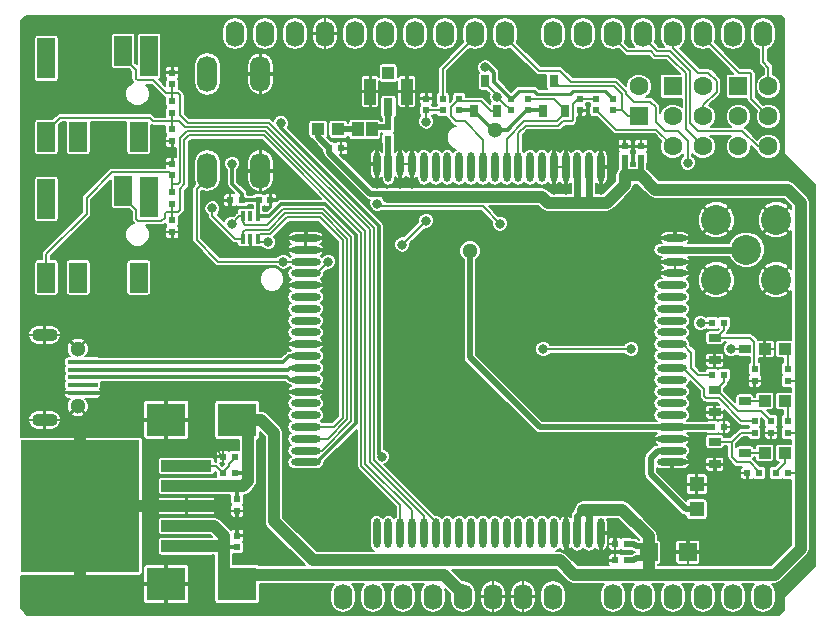
<source format=gbr>
G04 #@! TF.FileFunction,Copper,L1,Top,Signal*
%FSLAX46Y46*%
G04 Gerber Fmt 4.6, Leading zero omitted, Abs format (unit mm)*
G04 Created by KiCad (PCBNEW 4.0.7-e2-6376~58~ubuntu16.04.1) date Sat Jul 27 23:54:02 2019*
%MOMM*%
%LPD*%
G01*
G04 APERTURE LIST*
%ADD10C,0.100000*%
%ADD11R,3.300000X2.800000*%
%ADD12O,2.500000X0.600000*%
%ADD13O,0.600000X2.500000*%
%ADD14O,2.000000X0.600000*%
%ADD15O,0.600000X2.000000*%
%ADD16C,1.600000*%
%ADD17R,1.600000X1.600000*%
%ADD18R,1.100000X1.000000*%
%ADD19R,0.700000X1.000000*%
%ADD20R,0.701040X1.000760*%
%ADD21R,1.000000X0.700000*%
%ADD22R,1.000760X0.701040*%
%ADD23R,2.500000X0.400000*%
%ADD24C,1.300000*%
%ADD25O,2.200000X1.100000*%
%ADD26R,4.300000X1.000000*%
%ADD27R,10.000000X11.200000*%
%ADD28R,1.524000X1.524000*%
%ADD29R,1.270000X1.270000*%
%ADD30R,0.600000X0.600000*%
%ADD31R,0.800000X1.500000*%
%ADD32R,1.000000X2.200000*%
%ADD33R,1.000000X1.100000*%
%ADD34O,1.600000X2.200000*%
%ADD35R,0.400000X0.850000*%
%ADD36R,1.000000X1.200000*%
%ADD37R,1.500000X2.500000*%
%ADD38R,1.500000X3.400000*%
%ADD39O,1.727200X3.048000*%
%ADD40C,2.540000*%
%ADD41C,0.800000*%
%ADD42C,1.000000*%
%ADD43C,0.200000*%
%ADD44C,0.300000*%
%ADD45C,0.250000*%
%ADD46C,1.000000*%
%ADD47C,0.500000*%
%ADD48C,0.600000*%
%ADD49C,0.160000*%
G04 APERTURE END LIST*
D10*
D11*
X100400000Y-132800000D03*
X94400000Y-132800000D03*
X100400000Y-146700000D03*
X94400000Y-146700000D03*
D12*
X106200000Y-124400000D03*
X106200000Y-123400000D03*
X106200000Y-122400000D03*
X106200000Y-121400000D03*
X106200000Y-120400000D03*
X106200000Y-119400000D03*
X106200000Y-118400000D03*
X106200000Y-117400000D03*
D13*
X115200000Y-142400000D03*
D12*
X106200000Y-133400000D03*
X106200000Y-134400000D03*
X106200000Y-135400000D03*
X106200000Y-136400000D03*
D13*
X112200000Y-142400000D03*
X113200000Y-142400000D03*
X114200000Y-142400000D03*
X123200000Y-142400000D03*
X122200000Y-142400000D03*
X121200000Y-142400000D03*
X120200000Y-142400000D03*
X119200000Y-142400000D03*
X118200000Y-142400000D03*
X117200000Y-142400000D03*
X116200000Y-142400000D03*
D12*
X106200000Y-125400000D03*
X106200000Y-126400000D03*
X106200000Y-127400000D03*
X106200000Y-128400000D03*
X106200000Y-129400000D03*
X106200000Y-130400000D03*
X106200000Y-131400000D03*
X106200000Y-132400000D03*
D13*
X124200000Y-142400000D03*
X125200000Y-142400000D03*
X126200000Y-142400000D03*
X127200000Y-142400000D03*
X128200000Y-142400000D03*
X129200000Y-142400000D03*
X130200000Y-142400000D03*
X131200000Y-142400000D03*
D12*
X137200000Y-136400000D03*
X137200000Y-135400000D03*
X137200000Y-134400000D03*
X137200000Y-133400000D03*
X137200000Y-132400000D03*
X137200000Y-131400000D03*
X137200000Y-130400000D03*
X137200000Y-129400000D03*
X137200000Y-128400000D03*
X137200000Y-127400000D03*
X137200000Y-126400000D03*
X137200000Y-125400000D03*
X137200000Y-124400000D03*
X137200000Y-123400000D03*
X137200000Y-122400000D03*
X137200000Y-121400000D03*
D14*
X137450000Y-120400000D03*
X137450000Y-119400000D03*
D12*
X137200000Y-118400000D03*
D14*
X137450000Y-117400000D03*
D13*
X131200000Y-111400000D03*
X130200000Y-111400000D03*
X129200000Y-111400000D03*
X128200000Y-111400000D03*
X127200000Y-111400000D03*
X126200000Y-111400000D03*
X125200000Y-111400000D03*
X124200000Y-111400000D03*
X123200000Y-111400000D03*
X122200000Y-111400000D03*
X121200000Y-111400000D03*
X120200000Y-111400000D03*
X119200000Y-111400000D03*
X118200000Y-111400000D03*
X117200000Y-111400000D03*
X116200000Y-111400000D03*
D15*
X115200000Y-111150000D03*
X114200000Y-111150000D03*
D13*
X113200000Y-111400000D03*
D15*
X112200000Y-111150000D03*
D16*
X134400000Y-104560000D03*
D17*
X134400000Y-107100000D03*
D18*
X145050000Y-126800000D03*
X146750000Y-126800000D03*
X145050000Y-131200000D03*
X146750000Y-131200000D03*
X145050000Y-135600000D03*
X146750000Y-135600000D03*
D19*
X121400000Y-104130000D03*
D20*
X122352500Y-106670000D03*
X120447500Y-106670000D03*
D21*
X143370000Y-126800000D03*
D22*
X140830000Y-127752500D03*
X140830000Y-125847500D03*
D21*
X143370000Y-131200000D03*
D22*
X140830000Y-132152500D03*
X140830000Y-130247500D03*
D21*
X143370000Y-135600000D03*
D22*
X140830000Y-136552500D03*
X140830000Y-134647500D03*
D19*
X127200000Y-104130000D03*
D20*
X128152500Y-106670000D03*
X126247500Y-106670000D03*
D23*
X87300000Y-127900000D03*
X87300000Y-128550000D03*
X87300000Y-129200000D03*
X87300000Y-129850000D03*
X87300000Y-130500000D03*
D24*
X86900000Y-126775000D03*
X86900000Y-131625000D03*
D25*
X84100000Y-125600000D03*
X84100000Y-132800000D03*
D17*
X142830000Y-104560000D03*
D16*
X145370000Y-104560000D03*
X142830000Y-107100000D03*
X145370000Y-107100000D03*
X142830000Y-109640000D03*
X145370000Y-109640000D03*
D17*
X137280000Y-104560000D03*
D16*
X139820000Y-104560000D03*
X137280000Y-107100000D03*
X139820000Y-107100000D03*
X137280000Y-109640000D03*
X139820000Y-109640000D03*
D26*
X96100000Y-141800000D03*
D27*
X87100000Y-140100000D03*
D26*
X96100000Y-138400000D03*
X96100000Y-140100000D03*
X96100000Y-143500000D03*
X96100000Y-136700000D03*
D28*
X135249000Y-144000000D03*
X138551000Y-144000000D03*
D29*
X139300000Y-140366800D03*
X139300000Y-138233200D03*
D30*
X133400000Y-143300000D03*
X132400000Y-143300000D03*
X133400000Y-144700000D03*
X132400000Y-144700000D03*
X99800000Y-114200000D03*
X100800000Y-114200000D03*
X103210000Y-114200000D03*
X102210000Y-114200000D03*
X94900000Y-104400000D03*
X94900000Y-103400000D03*
X116400000Y-106600000D03*
X116400000Y-105600000D03*
X94900000Y-106800000D03*
X94900000Y-105800000D03*
X94900000Y-109200000D03*
X94900000Y-108200000D03*
X100400000Y-139500000D03*
X100400000Y-140500000D03*
X100400000Y-143600000D03*
X100400000Y-142600000D03*
X140600000Y-133400000D03*
X141600000Y-133400000D03*
X133200000Y-109600000D03*
X133200000Y-110600000D03*
X94900000Y-115900000D03*
X94900000Y-116900000D03*
X134600000Y-109600000D03*
X134600000Y-110600000D03*
X94900000Y-113500000D03*
X94900000Y-114500000D03*
X94900000Y-111100000D03*
X94900000Y-112100000D03*
X147000000Y-128500000D03*
X147000000Y-129500000D03*
X123600000Y-106600000D03*
X123600000Y-105600000D03*
X119200000Y-105600000D03*
X119200000Y-106600000D03*
X144200000Y-129500000D03*
X144200000Y-128500000D03*
X147000000Y-132900000D03*
X147000000Y-133900000D03*
X130800000Y-106600000D03*
X130800000Y-105600000D03*
X141600000Y-124600000D03*
X140600000Y-124600000D03*
X129400000Y-106600000D03*
X129400000Y-105600000D03*
X145600000Y-132900000D03*
X145600000Y-133900000D03*
X141600000Y-129000000D03*
X140600000Y-129000000D03*
X146000000Y-137300000D03*
X147000000Y-137300000D03*
X117800000Y-106600000D03*
X117800000Y-105600000D03*
X144600000Y-137300000D03*
X143600000Y-137300000D03*
X144200000Y-133900000D03*
X144200000Y-132900000D03*
X125000000Y-105600000D03*
X125000000Y-106600000D03*
X132200000Y-106600000D03*
X132200000Y-105600000D03*
X99200000Y-137300000D03*
X100200000Y-137300000D03*
X100200000Y-135900000D03*
X99200000Y-135900000D03*
X108200000Y-109800000D03*
X109200000Y-109800000D03*
X113200000Y-108000000D03*
X113200000Y-109000000D03*
D18*
X107250000Y-108200000D03*
X108950000Y-108200000D03*
D31*
X113200000Y-106300000D03*
D32*
X114750000Y-105000000D03*
D33*
X113200000Y-103450000D03*
D32*
X111650000Y-105000000D03*
D34*
X109360000Y-147760000D03*
X111900000Y-147760000D03*
X114440000Y-147760000D03*
X116980000Y-147760000D03*
X119520000Y-147760000D03*
X122060000Y-147760000D03*
X124600000Y-147760000D03*
X127140000Y-147760000D03*
X132220000Y-147760000D03*
X134760000Y-147760000D03*
X137300000Y-147760000D03*
X139840000Y-147760000D03*
X142380000Y-147760000D03*
X144920000Y-147760000D03*
X144920000Y-100100000D03*
X142380000Y-100100000D03*
X139840000Y-100100000D03*
X137300000Y-100100000D03*
X134760000Y-100100000D03*
X132220000Y-100100000D03*
X129680000Y-100100000D03*
X127140000Y-100100000D03*
X123076000Y-100100000D03*
X120536000Y-100100000D03*
X117996000Y-100100000D03*
X115456000Y-100100000D03*
X112916000Y-100100000D03*
X110376000Y-100100000D03*
X107836000Y-100100000D03*
X105298540Y-100100000D03*
X102756000Y-100100000D03*
X100216000Y-100100000D03*
D35*
X100850000Y-117450000D03*
X101500000Y-117450000D03*
X102150000Y-117450000D03*
X102150000Y-115550000D03*
X101500000Y-115550000D03*
X100850000Y-115550000D03*
D36*
X111800000Y-108200000D03*
X110600000Y-108200000D03*
D37*
X92050000Y-120750000D03*
X86950000Y-120750000D03*
X84250000Y-120750000D03*
D38*
X92950000Y-113900000D03*
D37*
X90750000Y-113450000D03*
D38*
X84250000Y-114100000D03*
D37*
X92050000Y-108850000D03*
X86950000Y-108850000D03*
X84250000Y-108850000D03*
D38*
X92950000Y-102000000D03*
D37*
X90750000Y-101550000D03*
D38*
X84250000Y-102200000D03*
D39*
X97850000Y-103500000D03*
X102350000Y-103500000D03*
X97850000Y-111700000D03*
X102350000Y-111700000D03*
D40*
X143500000Y-118400000D03*
X146040000Y-120940000D03*
X140960000Y-115860000D03*
X140960000Y-120940000D03*
X146040000Y-115860000D03*
D41*
X113325000Y-115750000D03*
X103925000Y-111700000D03*
X105625000Y-107900000D03*
X96850000Y-109650000D03*
X94900000Y-110150000D03*
X96600000Y-106675000D03*
X93800000Y-106350000D03*
X105300000Y-141000000D03*
X105300000Y-137800000D03*
X109800000Y-135350000D03*
X112950000Y-140250000D03*
X111450000Y-138800000D03*
X110750000Y-143050000D03*
X107300000Y-143050000D03*
X101850000Y-140550000D03*
X107350000Y-148000000D03*
X103050000Y-148000000D03*
X103650000Y-144250000D03*
X139975000Y-144000000D03*
X146200000Y-142250000D03*
X144450000Y-144000000D03*
X123150000Y-103750000D03*
X126050000Y-104200000D03*
X116400000Y-104650000D03*
X120200000Y-104650000D03*
X134400000Y-102900000D03*
X131000000Y-103000000D03*
X126050000Y-101950000D03*
X115200000Y-109500000D03*
X117450000Y-109300000D03*
X114750000Y-103250000D03*
X115900000Y-103550000D03*
X111650000Y-103250000D03*
X110650000Y-106700000D03*
X110350000Y-105550000D03*
X110350000Y-104400000D03*
X110650000Y-103250000D03*
X104400000Y-121900000D03*
X97250000Y-120500000D03*
X101500000Y-120500000D03*
X89550000Y-121250000D03*
X89150000Y-113900000D03*
X93700000Y-110900000D03*
X93700000Y-108550000D03*
X94900000Y-102400000D03*
X89400000Y-108400000D03*
X86400000Y-113900000D03*
X82700000Y-117200000D03*
X82700000Y-111350000D03*
X82700000Y-105450000D03*
X82900000Y-99350000D03*
X89400000Y-99350000D03*
X94900000Y-99350000D03*
X104300000Y-126400000D03*
X89350000Y-126900000D03*
X91750000Y-126900000D03*
X93650000Y-126900000D03*
X95550000Y-126900000D03*
X97450000Y-126900000D03*
X99400000Y-126900000D03*
X101100000Y-126900000D03*
X102900000Y-126900000D03*
X102900000Y-130150000D03*
X101050000Y-130150000D03*
X99200000Y-130150000D03*
X97350000Y-130150000D03*
X95450000Y-130150000D03*
X93550000Y-130150000D03*
X91650000Y-130150000D03*
X89350000Y-130150000D03*
X113900000Y-125650000D03*
X113900000Y-120300000D03*
X118700000Y-116000000D03*
X118700000Y-120800000D03*
X118700000Y-125650000D03*
X128550000Y-125550000D03*
X121350000Y-125550000D03*
X121350000Y-121350000D03*
X121350000Y-116450000D03*
X126400000Y-120300000D03*
X126400000Y-115900000D03*
X130800000Y-115900000D03*
X134200000Y-113950000D03*
X133350000Y-120650000D03*
X135300000Y-125900000D03*
X135300000Y-134400000D03*
X130950000Y-131900000D03*
X126500000Y-131900000D03*
X122500000Y-127900000D03*
X129850000Y-127900000D03*
X135300000Y-127900000D03*
X135300000Y-131900000D03*
X128200000Y-140500000D03*
X130300000Y-134800000D03*
X125600000Y-134800000D03*
X122250000Y-131450000D03*
X118700000Y-127900000D03*
X113450000Y-127900000D03*
X113450000Y-132400000D03*
X113950000Y-136750000D03*
X117700000Y-140500000D03*
X122700000Y-140500000D03*
X141325000Y-107500000D03*
X140725000Y-102550000D03*
X146175000Y-105825000D03*
X146050000Y-101975000D03*
X146600000Y-111575000D03*
X143600000Y-101975000D03*
X141300000Y-111950000D03*
X148800000Y-113225000D03*
X135600000Y-109600000D03*
X136375000Y-111950000D03*
X141325000Y-109125000D03*
X135800000Y-117400000D03*
X135300000Y-118375000D03*
X144000000Y-116125000D03*
X143000000Y-116125000D03*
X145675000Y-119000000D03*
X145675000Y-117875000D03*
X143000000Y-120450000D03*
X144000000Y-120450000D03*
X145050000Y-125650000D03*
X146950000Y-125650000D03*
X145300000Y-138250000D03*
X145150000Y-127975000D03*
X143300000Y-127825000D03*
X142350000Y-130225000D03*
X145750000Y-129750000D03*
X139375000Y-132150000D03*
X139150000Y-130500000D03*
X137200000Y-137350000D03*
X139100000Y-136400000D03*
X137150000Y-144000000D03*
X138550000Y-142575000D03*
X108100000Y-126400000D03*
X94400000Y-148750000D03*
X96700000Y-146700000D03*
X94400000Y-144650000D03*
X92100000Y-146700000D03*
X96700000Y-132800000D03*
X94400000Y-134850000D03*
X94400000Y-130750000D03*
X92100000Y-132800000D03*
D24*
X87100000Y-133500000D03*
D41*
X101500000Y-118525000D03*
X100775000Y-111700000D03*
X100775000Y-103500000D03*
X103925000Y-103500000D03*
X104175000Y-113775000D03*
X99875000Y-115175000D03*
X125200000Y-109300000D03*
X140825000Y-138225000D03*
X100400000Y-141550000D03*
X102400000Y-134900000D03*
X98100000Y-135300000D03*
X111250000Y-111150000D03*
D24*
X87100000Y-146850000D03*
X93100000Y-140100000D03*
D42*
X99050000Y-140100000D03*
D41*
X139100000Y-134400000D03*
X132150000Y-111400000D03*
X137450000Y-116450000D03*
X135800000Y-120400000D03*
X139100000Y-120400000D03*
X135800000Y-119400000D03*
X139100000Y-119400000D03*
X139100000Y-117400000D03*
X132400000Y-142300000D03*
X131200000Y-144300000D03*
X128900000Y-144300000D03*
X131200000Y-109500000D03*
X128200000Y-109500000D03*
X127200000Y-109500000D03*
X127200000Y-113300000D03*
X128200000Y-113300000D03*
X131200000Y-113300000D03*
X112200000Y-112800000D03*
X114200000Y-112800000D03*
X115200000Y-112800000D03*
X112200000Y-109500000D03*
X114200000Y-109500000D03*
X106200000Y-116450000D03*
X104300000Y-118400000D03*
X104300000Y-117400000D03*
X108100000Y-118400000D03*
X108100000Y-121400000D03*
X104300000Y-130400000D03*
X108100000Y-130400000D03*
X139675000Y-127750000D03*
X132200000Y-109600000D03*
X129525000Y-107550000D03*
X114750000Y-106750000D03*
X111650000Y-106750000D03*
X94900000Y-117850000D03*
X143350000Y-134600000D03*
X142550000Y-133400000D03*
X108100000Y-117400000D03*
X99250000Y-142600000D03*
X112650000Y-135925000D03*
X104100000Y-107675000D03*
X121400000Y-102950000D03*
X99975000Y-111100000D03*
X108100000Y-119400000D03*
X114375000Y-117950000D03*
X116400000Y-115925000D03*
X116400000Y-107550000D03*
D24*
X122200000Y-108250000D03*
X120100000Y-118500000D03*
D41*
X142200000Y-126800000D03*
X133750000Y-126800000D03*
X126300000Y-126800000D03*
X104300000Y-119400000D03*
X112275000Y-114500000D03*
X122650000Y-116175000D03*
X103025000Y-117775000D03*
X98300000Y-114900000D03*
X99950000Y-116175000D03*
X122400000Y-105450000D03*
X138550000Y-111025000D03*
X139650000Y-124600000D03*
D43*
X113900000Y-120300000D02*
X113325000Y-119725000D01*
X113325000Y-119725000D02*
X113325000Y-115750000D01*
D44*
X102350000Y-111700000D02*
X103925000Y-111700000D01*
D43*
X111450000Y-138800000D02*
X109800000Y-137150000D01*
X105300000Y-137800000D02*
X105300000Y-141000000D01*
X109800000Y-137150000D02*
X109800000Y-135350000D01*
X111500000Y-138800000D02*
X112950000Y-140250000D01*
X111450000Y-138800000D02*
X111500000Y-138800000D01*
X107300000Y-143050000D02*
X110750000Y-143050000D01*
X101850000Y-140550000D02*
X101850000Y-142450000D01*
X101800000Y-140500000D02*
X101850000Y-140550000D01*
X100400000Y-140500000D02*
X101800000Y-140500000D01*
X103050000Y-148000000D02*
X107350000Y-148000000D01*
X101850000Y-142450000D02*
X103650000Y-144250000D01*
X139975000Y-144000000D02*
X144450000Y-144000000D01*
D44*
X138551000Y-144000000D02*
X139975000Y-144000000D01*
D43*
X123150000Y-103750000D02*
X123600000Y-104200000D01*
X123600000Y-104200000D02*
X126050000Y-104200000D01*
D45*
X116400000Y-105600000D02*
X116400000Y-104650000D01*
D43*
X129950000Y-101950000D02*
X131000000Y-103000000D01*
X126050000Y-101950000D02*
X129950000Y-101950000D01*
X115200000Y-109500000D02*
X117250000Y-109500000D01*
D44*
X115200000Y-111150000D02*
X115200000Y-109500000D01*
D43*
X117250000Y-109500000D02*
X117450000Y-109300000D01*
X114750000Y-103250000D02*
X115600000Y-103250000D01*
D45*
X114750000Y-105000000D02*
X114750000Y-103250000D01*
D43*
X115600000Y-103250000D02*
X115900000Y-103550000D01*
X111650000Y-103250000D02*
X110650000Y-103250000D01*
D45*
X111650000Y-105000000D02*
X111650000Y-103250000D01*
D43*
X110350000Y-104400000D02*
X110350000Y-105550000D01*
D44*
X104900000Y-121400000D02*
X104400000Y-121900000D01*
X106200000Y-121400000D02*
X104900000Y-121400000D01*
D43*
X101500000Y-120500000D02*
X97250000Y-120500000D01*
X89150000Y-120850000D02*
X89550000Y-121250000D01*
X89150000Y-113900000D02*
X89150000Y-120850000D01*
X94900000Y-111100000D02*
X93900000Y-111100000D01*
X93900000Y-111100000D02*
X93700000Y-110900000D01*
X94900000Y-109200000D02*
X94000000Y-109200000D01*
X93700000Y-108900000D02*
X93700000Y-108550000D01*
X94000000Y-109200000D02*
X93700000Y-108900000D01*
X94900000Y-103400000D02*
X94900000Y-102400000D01*
X89400000Y-110900000D02*
X89400000Y-108400000D01*
X86400000Y-113900000D02*
X89400000Y-110900000D01*
X82700000Y-111350000D02*
X82700000Y-117200000D01*
X82700000Y-99550000D02*
X82700000Y-105450000D01*
X82900000Y-99350000D02*
X82700000Y-99550000D01*
X94900000Y-99350000D02*
X89400000Y-99350000D01*
D44*
X104300000Y-126400000D02*
X103800000Y-126900000D01*
X106200000Y-126400000D02*
X104300000Y-126400000D01*
X93650000Y-126900000D02*
X91750000Y-126900000D01*
X97450000Y-126900000D02*
X95550000Y-126900000D01*
X101100000Y-126900000D02*
X99400000Y-126900000D01*
X103800000Y-126900000D02*
X102900000Y-126900000D01*
X87300000Y-130500000D02*
X89000000Y-130500000D01*
X99200000Y-130150000D02*
X101050000Y-130150000D01*
X95450000Y-130150000D02*
X97350000Y-130150000D01*
X91650000Y-130150000D02*
X93550000Y-130150000D01*
X89000000Y-130500000D02*
X89350000Y-130150000D01*
D43*
X118700000Y-127900000D02*
X118700000Y-125650000D01*
X113900000Y-120300000D02*
X113900000Y-125650000D01*
X118700000Y-120800000D02*
X118700000Y-116000000D01*
X135300000Y-127900000D02*
X135300000Y-125900000D01*
X121350000Y-121350000D02*
X121350000Y-125550000D01*
X125200000Y-120300000D02*
X121350000Y-116450000D01*
X126400000Y-120300000D02*
X125200000Y-120300000D01*
X130800000Y-115900000D02*
X126400000Y-115900000D01*
X133350000Y-114800000D02*
X134200000Y-113950000D01*
X133350000Y-120650000D02*
X133350000Y-114800000D01*
D44*
X137200000Y-134400000D02*
X135300000Y-134400000D01*
D43*
X126500000Y-131900000D02*
X130950000Y-131900000D01*
X129850000Y-127900000D02*
X122500000Y-127900000D01*
X135300000Y-131900000D02*
X135300000Y-127900000D01*
X128200000Y-140500000D02*
X122700000Y-140500000D01*
D44*
X128200000Y-142400000D02*
X128200000Y-140500000D01*
D43*
X125600000Y-134800000D02*
X130300000Y-134800000D01*
X118700000Y-127900000D02*
X122250000Y-131450000D01*
X113450000Y-132400000D02*
X113450000Y-127900000D01*
X117700000Y-140500000D02*
X113950000Y-136750000D01*
X141325000Y-107500000D02*
X141325000Y-105650000D01*
X144425000Y-108350000D02*
X144125000Y-108050000D01*
X144125000Y-108050000D02*
X144125000Y-106650000D01*
X144125000Y-106650000D02*
X143275000Y-105800000D01*
X143275000Y-105800000D02*
X142250000Y-105800000D01*
X142250000Y-105800000D02*
X141325000Y-106725000D01*
X141325000Y-106725000D02*
X141325000Y-107500000D01*
X146600000Y-108350000D02*
X144425000Y-108350000D01*
X140750000Y-102550000D02*
X140725000Y-102550000D01*
X141575000Y-103375000D02*
X140750000Y-102550000D01*
X141575000Y-105400000D02*
X141575000Y-103375000D01*
X141325000Y-105650000D02*
X141575000Y-105400000D01*
X146600000Y-105900000D02*
X146250000Y-105900000D01*
X146250000Y-105900000D02*
X146175000Y-105825000D01*
X146600000Y-102525000D02*
X146050000Y-101975000D01*
X146600000Y-102525000D02*
X146600000Y-105900000D01*
X146600000Y-105900000D02*
X146600000Y-108350000D01*
X146600000Y-108350000D02*
X146600000Y-111575000D01*
X146600000Y-111575000D02*
X147150000Y-111575000D01*
X146225000Y-111950000D02*
X146600000Y-111575000D01*
X141300000Y-111950000D02*
X146225000Y-111950000D01*
X147150000Y-111575000D02*
X148800000Y-113225000D01*
X141300000Y-111950000D02*
X141300000Y-109150000D01*
X135600000Y-109600000D02*
X135600000Y-111175000D01*
D45*
X134600000Y-109600000D02*
X135600000Y-109600000D01*
D43*
X135600000Y-111175000D02*
X136375000Y-111950000D01*
X141300000Y-111950000D02*
X136375000Y-111950000D01*
X141300000Y-109150000D02*
X141325000Y-109125000D01*
X135800000Y-117400000D02*
X135300000Y-117900000D01*
D44*
X137450000Y-117400000D02*
X135800000Y-117400000D01*
D43*
X135300000Y-117900000D02*
X135300000Y-118375000D01*
X143000000Y-116125000D02*
X144000000Y-116125000D01*
X144900000Y-117000000D02*
X144575000Y-117000000D01*
X144575000Y-117000000D02*
X144000000Y-116425000D01*
X144000000Y-116425000D02*
X144000000Y-116125000D01*
X144900000Y-117000000D02*
X146040000Y-115860000D01*
X145675000Y-119000000D02*
X145675000Y-117875000D01*
X145475000Y-119000000D02*
X145675000Y-119000000D01*
X146040000Y-120940000D02*
X144900000Y-119800000D01*
X144900000Y-119800000D02*
X144900000Y-119575000D01*
X144900000Y-119575000D02*
X145475000Y-119000000D01*
X144000000Y-120450000D02*
X143000000Y-120450000D01*
X142075000Y-119825000D02*
X142375000Y-119825000D01*
X142375000Y-119825000D02*
X143000000Y-120450000D01*
X142075000Y-119825000D02*
X140960000Y-120940000D01*
X146950000Y-125650000D02*
X145050000Y-125650000D01*
X145050000Y-125650000D02*
X145050000Y-126800000D01*
X145600000Y-133900000D02*
X145600000Y-134575000D01*
X145300000Y-136700000D02*
X145300000Y-138250000D01*
X145450000Y-136550000D02*
X145300000Y-136700000D01*
X145775000Y-136550000D02*
X145450000Y-136550000D01*
X145900000Y-136425000D02*
X145775000Y-136550000D01*
X145900000Y-134875000D02*
X145900000Y-136425000D01*
X145600000Y-134575000D02*
X145900000Y-134875000D01*
X145600000Y-133900000D02*
X145600000Y-134625000D01*
X145575000Y-134600000D02*
X144900000Y-134600000D01*
X145600000Y-134625000D02*
X145575000Y-134600000D01*
X145050000Y-126800000D02*
X145050000Y-127875000D01*
X145050000Y-127875000D02*
X145150000Y-127975000D01*
X144200000Y-129500000D02*
X143075000Y-129500000D01*
X143075000Y-129500000D02*
X143300000Y-129275000D01*
X143300000Y-129275000D02*
X143300000Y-127825000D01*
X143075000Y-129500000D02*
X142350000Y-130225000D01*
X144200000Y-129500000D02*
X145500000Y-129500000D01*
X145500000Y-129500000D02*
X145750000Y-129750000D01*
X139377500Y-132152500D02*
X139375000Y-132150000D01*
X140830000Y-132152500D02*
X139377500Y-132152500D01*
D45*
X139300000Y-138233200D02*
X138083200Y-138233200D01*
X138083200Y-138233200D02*
X137200000Y-137350000D01*
D44*
X137200000Y-137350000D02*
X137200000Y-136400000D01*
X139100000Y-136400000D02*
X137200000Y-136400000D01*
X138551000Y-144000000D02*
X137150000Y-144000000D01*
X138551000Y-144000000D02*
X138551000Y-142576000D01*
X138551000Y-142576000D02*
X138550000Y-142575000D01*
X106200000Y-126400000D02*
X108100000Y-126400000D01*
X94400000Y-146700000D02*
X94400000Y-148750000D01*
X94400000Y-146700000D02*
X96700000Y-146700000D01*
X94400000Y-146700000D02*
X94400000Y-144650000D01*
X94400000Y-146700000D02*
X92100000Y-146700000D01*
X94400000Y-132800000D02*
X96700000Y-132800000D01*
X94400000Y-132800000D02*
X94400000Y-134850000D01*
X94400000Y-132800000D02*
X94400000Y-130750000D01*
X94400000Y-132800000D02*
X92100000Y-132800000D01*
D46*
X87100000Y-140100000D02*
X87100000Y-133500000D01*
D43*
X101500000Y-117450000D02*
X101500000Y-118525000D01*
D44*
X102350000Y-111700000D02*
X100775000Y-111700000D01*
X102350000Y-103500000D02*
X100775000Y-103500000D01*
X102350000Y-103500000D02*
X103925000Y-103500000D01*
X103210000Y-114200000D02*
X103750000Y-114200000D01*
X103750000Y-114200000D02*
X104175000Y-113775000D01*
X99800000Y-114200000D02*
X99800000Y-115100000D01*
X99800000Y-115100000D02*
X99875000Y-115175000D01*
D43*
X94900000Y-109200000D02*
X94900000Y-110150000D01*
X94900000Y-110150000D02*
X94900000Y-111100000D01*
D45*
X139300000Y-138233200D02*
X140816800Y-138233200D01*
X140830000Y-138220000D02*
X140825000Y-138225000D01*
X140830000Y-138220000D02*
X140830000Y-136552500D01*
X140816800Y-138233200D02*
X140825000Y-138225000D01*
X100400000Y-141550000D02*
X101400000Y-141550000D01*
X102400000Y-140550000D02*
X102400000Y-134900000D01*
X101400000Y-141550000D02*
X102400000Y-140550000D01*
D44*
X100400000Y-140500000D02*
X100400000Y-141550000D01*
X100400000Y-141550000D02*
X100400000Y-142600000D01*
D43*
X99200000Y-135900000D02*
X98600000Y-135300000D01*
X98600000Y-135300000D02*
X98100000Y-135300000D01*
D44*
X112200000Y-111150000D02*
X111250000Y-111150000D01*
D46*
X87100000Y-140100000D02*
X87100000Y-146850000D01*
X87100000Y-140100000D02*
X93100000Y-140100000D01*
X93100000Y-140100000D02*
X96100000Y-140100000D01*
X96100000Y-140100000D02*
X99050000Y-140100000D01*
D44*
X137200000Y-134400000D02*
X139100000Y-134400000D01*
X131200000Y-111400000D02*
X132150000Y-111400000D01*
X137450000Y-117400000D02*
X137450000Y-116450000D01*
X137450000Y-120400000D02*
X135800000Y-120400000D01*
X137450000Y-120400000D02*
X139100000Y-120400000D01*
X137450000Y-119400000D02*
X135800000Y-119400000D01*
X137450000Y-119400000D02*
X139100000Y-119400000D01*
X137450000Y-117400000D02*
X139100000Y-117400000D01*
X132400000Y-143300000D02*
X132400000Y-142300000D01*
D45*
X132300000Y-142400000D02*
X132400000Y-142300000D01*
D44*
X132300000Y-142400000D02*
X131200000Y-142400000D01*
X131200000Y-142400000D02*
X131200000Y-144300000D01*
X128200000Y-142400000D02*
X128200000Y-143600000D01*
X128200000Y-143600000D02*
X128900000Y-144300000D01*
X131200000Y-111400000D02*
X131200000Y-109500000D01*
X128200000Y-111400000D02*
X128200000Y-109500000D01*
X127200000Y-111400000D02*
X127200000Y-109500000D01*
X127200000Y-111400000D02*
X127200000Y-113300000D01*
X128200000Y-111400000D02*
X128200000Y-113300000D01*
X131200000Y-111400000D02*
X131200000Y-113300000D01*
X112200000Y-111150000D02*
X112200000Y-112800000D01*
X114200000Y-111150000D02*
X114200000Y-112800000D01*
X115200000Y-111150000D02*
X115200000Y-112800000D01*
X112200000Y-111150000D02*
X112200000Y-109500000D01*
X114200000Y-111150000D02*
X114200000Y-109500000D01*
X106200000Y-117400000D02*
X106200000Y-116450000D01*
X106200000Y-118400000D02*
X104300000Y-118400000D01*
X106200000Y-117400000D02*
X104300000Y-117400000D01*
X106200000Y-118400000D02*
X108100000Y-118400000D01*
X106200000Y-121400000D02*
X108100000Y-121400000D01*
X106200000Y-130400000D02*
X104300000Y-130400000D01*
X106200000Y-130400000D02*
X108100000Y-130400000D01*
D43*
X140830000Y-127752500D02*
X139677500Y-127752500D01*
X139677500Y-127752500D02*
X139675000Y-127750000D01*
D45*
X134600000Y-109600000D02*
X133200000Y-109600000D01*
X133200000Y-109600000D02*
X132200000Y-109600000D01*
X129400000Y-106600000D02*
X129400000Y-107425000D01*
X129400000Y-107425000D02*
X129525000Y-107550000D01*
X114750000Y-105000000D02*
X114750000Y-106750000D01*
X111650000Y-105000000D02*
X111650000Y-106750000D01*
D43*
X94900000Y-116900000D02*
X94900000Y-117850000D01*
X144900000Y-134600000D02*
X143350000Y-134600000D01*
X141600000Y-133400000D02*
X142550000Y-133400000D01*
D44*
X106200000Y-117400000D02*
X108100000Y-117400000D01*
D46*
X100400000Y-146700000D02*
X99250000Y-145550000D01*
X101200000Y-145900000D02*
X100400000Y-146700000D01*
X101200000Y-145900000D02*
X100400000Y-146700000D01*
D44*
X123600000Y-105600000D02*
X122150000Y-104150000D01*
X112375010Y-135650010D02*
X112650000Y-135925000D01*
X112375010Y-116349580D02*
X112375010Y-135650010D01*
X104100000Y-108074570D02*
X112375010Y-116349580D01*
X104100000Y-107675000D02*
X104100000Y-108074570D01*
X121700000Y-102950000D02*
X121400000Y-102950000D01*
X122150000Y-103400000D02*
X121700000Y-102950000D01*
X122150000Y-104150000D02*
X122150000Y-103400000D01*
X99250000Y-142600000D02*
X99250000Y-142625000D01*
X100400000Y-143600000D02*
X99250000Y-143600000D01*
X99250000Y-143600000D02*
X99250000Y-143500000D01*
D46*
X96100000Y-143500000D02*
X99250000Y-143500000D01*
X99250000Y-143500000D02*
X99250000Y-143500000D01*
X99250000Y-145550000D02*
X99250000Y-143500000D01*
X99250000Y-143500000D02*
X99250000Y-142625000D01*
X99250000Y-142625000D02*
X99250000Y-142600000D01*
X98450000Y-141800000D02*
X96100000Y-141800000D01*
X99250000Y-142600000D02*
X98450000Y-141800000D01*
X101200000Y-145900000D02*
X117900000Y-145900000D01*
X117900000Y-145900000D02*
X119520000Y-147520000D01*
D45*
X123600000Y-105600000D02*
X124275000Y-104925000D01*
X131525000Y-104925000D02*
X132200000Y-105600000D01*
X128850000Y-104925000D02*
X131525000Y-104925000D01*
X128575000Y-105200000D02*
X128850000Y-104925000D01*
X125800000Y-105200000D02*
X128575000Y-105200000D01*
X125525000Y-104925000D02*
X125800000Y-105200000D01*
X124275000Y-104925000D02*
X125525000Y-104925000D01*
D46*
X119520000Y-148060000D02*
X119520000Y-147520000D01*
D43*
X99200000Y-137300000D02*
X99200000Y-137200000D01*
X99200000Y-137200000D02*
X99700000Y-136700000D01*
X99700000Y-136500000D02*
X100200000Y-136000000D01*
X99700000Y-136700000D02*
X99700000Y-136500000D01*
X100200000Y-136000000D02*
X100200000Y-135900000D01*
X96100000Y-136700000D02*
X98600000Y-136700000D01*
X98600000Y-136700000D02*
X99200000Y-137300000D01*
X141600000Y-124600000D02*
X141600000Y-125225000D01*
X141600000Y-125225000D02*
X140977500Y-125847500D01*
X140977500Y-125847500D02*
X140830000Y-125847500D01*
X140830000Y-125847500D02*
X143847500Y-125847500D01*
X144175000Y-126175000D02*
X144175000Y-128475000D01*
X143847500Y-125847500D02*
X144175000Y-126175000D01*
X144175000Y-128475000D02*
X144200000Y-128500000D01*
D47*
X108200000Y-110200000D02*
X111650000Y-113650000D01*
X108200000Y-109800000D02*
X108200000Y-110200000D01*
X111650000Y-113650000D02*
X111850000Y-113650000D01*
D46*
X148100000Y-114400000D02*
X147000000Y-113300000D01*
X135800000Y-113300000D02*
X134600000Y-112100000D01*
X147000000Y-113300000D02*
X135800000Y-113300000D01*
X145900000Y-145900000D02*
X148100000Y-143700000D01*
X102400000Y-132800000D02*
X103500000Y-133900000D01*
X106800000Y-144700000D02*
X103500000Y-141400000D01*
X106800000Y-144700000D02*
X121800000Y-144700000D01*
X127700000Y-144700000D02*
X128900000Y-145900000D01*
X128900000Y-145900000D02*
X134500000Y-145900000D01*
X134500000Y-145900000D02*
X134600000Y-145900000D01*
X134600000Y-145900000D02*
X134100000Y-145900000D01*
X135249000Y-145900000D02*
X134100000Y-145900000D01*
X121800000Y-144700000D02*
X127700000Y-144700000D01*
X102400000Y-132800000D02*
X100400000Y-132800000D01*
X103500000Y-133900000D02*
X103500000Y-141400000D01*
D44*
X100200000Y-137300000D02*
X101300000Y-137300000D01*
X100400000Y-139500000D02*
X100400000Y-138400000D01*
D46*
X113200000Y-113900000D02*
X122200000Y-113900000D01*
D47*
X111850000Y-113650000D02*
X112950000Y-113650000D01*
X112950000Y-113650000D02*
X113200000Y-113900000D01*
D46*
X126200000Y-113900000D02*
X122200000Y-113900000D01*
X126700000Y-114400000D02*
X126200000Y-113900000D01*
X126700000Y-114400000D02*
X129200000Y-114400000D01*
X96100000Y-138400000D02*
X100400000Y-138400000D01*
X100400000Y-138400000D02*
X100900000Y-138400000D01*
X101300000Y-138000000D02*
X101300000Y-137300000D01*
X101300000Y-137300000D02*
X101300000Y-133700000D01*
X100900000Y-138400000D02*
X101300000Y-138000000D01*
X101300000Y-133700000D02*
X100400000Y-132800000D01*
D48*
X130200000Y-111400000D02*
X130200000Y-114400000D01*
X129200000Y-111400000D02*
X129200000Y-114400000D01*
D46*
X133200000Y-112100000D02*
X133200000Y-112900000D01*
X131700000Y-114400000D02*
X130200000Y-114400000D01*
X130200000Y-114400000D02*
X129200000Y-114400000D01*
X133200000Y-112900000D02*
X131700000Y-114400000D01*
D47*
X108200000Y-109800000D02*
X107250000Y-108850000D01*
X107250000Y-108850000D02*
X107250000Y-108200000D01*
X134600000Y-110600000D02*
X134600000Y-112100000D01*
X133200000Y-110600000D02*
X133200000Y-112100000D01*
D43*
X147000000Y-137300000D02*
X148100000Y-137300000D01*
X147000000Y-129500000D02*
X148100000Y-129500000D01*
X147000000Y-133900000D02*
X148100000Y-133900000D01*
D47*
X133400000Y-144700000D02*
X134000000Y-144700000D01*
X134200000Y-144500000D02*
X134749000Y-144500000D01*
X134000000Y-144700000D02*
X134200000Y-144500000D01*
X134749000Y-144500000D02*
X135249000Y-144000000D01*
X133400000Y-143300000D02*
X134000000Y-143300000D01*
X134200000Y-143500000D02*
X134749000Y-143500000D01*
X134000000Y-143300000D02*
X134200000Y-143500000D01*
X134749000Y-143500000D02*
X135249000Y-144000000D01*
D46*
X135249000Y-144000000D02*
X135249000Y-145900000D01*
X129700000Y-140400000D02*
X133000000Y-140400000D01*
X135249000Y-142649000D02*
X135249000Y-144000000D01*
X133000000Y-140400000D02*
X135249000Y-142649000D01*
D48*
X130200000Y-142400000D02*
X130200000Y-140900000D01*
X130200000Y-140900000D02*
X129700000Y-140400000D01*
X129200000Y-142400000D02*
X129200000Y-140900000D01*
X129200000Y-140900000D02*
X129700000Y-140400000D01*
D46*
X148100000Y-143700000D02*
X148100000Y-137300000D01*
X135249000Y-145900000D02*
X145900000Y-145900000D01*
X134600000Y-112100000D02*
X134600000Y-112100000D01*
X134600000Y-112100000D02*
X133200000Y-112100000D01*
X148100000Y-137300000D02*
X148100000Y-137200000D01*
X148100000Y-137200000D02*
X148100000Y-133900000D01*
X148100000Y-133900000D02*
X148100000Y-129500000D01*
X148100000Y-129500000D02*
X148100000Y-114400000D01*
D44*
X100800000Y-114200000D02*
X100800000Y-113675000D01*
X99975000Y-112850000D02*
X99975000Y-111100000D01*
X100800000Y-113675000D02*
X99975000Y-112850000D01*
X107150000Y-136400000D02*
X110475000Y-133075000D01*
X103100000Y-115550000D02*
X104130006Y-114519994D01*
X103100000Y-115550000D02*
X102150000Y-115550000D01*
X107858404Y-114519994D02*
X110475000Y-117136590D01*
X104130006Y-114519994D02*
X107858404Y-114519994D01*
X110475000Y-117136590D02*
X110475000Y-133075000D01*
X107150000Y-136400000D02*
X106200000Y-136400000D01*
X102210000Y-114200000D02*
X100800000Y-114200000D01*
X102150000Y-115550000D02*
X102150000Y-114260000D01*
D43*
X102150000Y-114260000D02*
X102210000Y-114200000D01*
X90750000Y-101550000D02*
X90750000Y-102075000D01*
X90750000Y-102075000D02*
X91825000Y-103150000D01*
X94350000Y-105100000D02*
X94925000Y-105100000D01*
X93300000Y-104050000D02*
X94350000Y-105100000D01*
X91975000Y-104050000D02*
X93300000Y-104050000D01*
X91825000Y-103900000D02*
X91975000Y-104050000D01*
X91825000Y-103150000D02*
X91825000Y-103900000D01*
X90750000Y-102050000D02*
X90750000Y-101550000D01*
X95575000Y-105800000D02*
X95575000Y-105325000D01*
X103085598Y-107639998D02*
X96189998Y-107639998D01*
X96189998Y-107639998D02*
X95575000Y-107025000D01*
X95575000Y-107025000D02*
X95575000Y-105800000D01*
X111965008Y-116519408D02*
X103085598Y-107639998D01*
X111965008Y-136215008D02*
X111965008Y-116519408D01*
X117200000Y-141450000D02*
X111965008Y-136215008D01*
X95350000Y-105100000D02*
X94925000Y-105100000D01*
X94925000Y-105100000D02*
X94900000Y-105100000D01*
X95575000Y-105325000D02*
X95350000Y-105100000D01*
X94900000Y-104400000D02*
X94900000Y-105100000D01*
X94900000Y-105100000D02*
X94900000Y-105800000D01*
X117200000Y-142400000D02*
X117200000Y-141450000D01*
X116400000Y-106600000D02*
X116400000Y-107550000D01*
X108100000Y-119450000D02*
X108100000Y-119400000D01*
X108100000Y-119450000D02*
X107150000Y-120400000D01*
X116400000Y-115925000D02*
X114375000Y-117950000D01*
X117800000Y-106600000D02*
X116400000Y-106600000D01*
X106200000Y-120400000D02*
X107150000Y-120400000D01*
X94900000Y-106800000D02*
X94900000Y-107500000D01*
X94900000Y-108200000D02*
X94900000Y-107500000D01*
X102936480Y-108000000D02*
X96000000Y-108000000D01*
X111605006Y-116668526D02*
X102936480Y-108000000D01*
X111605006Y-136364126D02*
X111605006Y-116668526D01*
X116200000Y-140959120D02*
X111605006Y-136364126D01*
X116200000Y-142400000D02*
X116200000Y-140959120D01*
X85375000Y-107225000D02*
X84250000Y-108350000D01*
X93025000Y-107225000D02*
X85375000Y-107225000D01*
X93300000Y-107500000D02*
X93025000Y-107225000D01*
X95500000Y-107500000D02*
X94900000Y-107500000D01*
X94900000Y-107500000D02*
X93300000Y-107500000D01*
X96000000Y-108000000D02*
X95500000Y-107500000D01*
X84250000Y-108350000D02*
X84250000Y-108850000D01*
D44*
X123600000Y-107950000D02*
X123300000Y-108250000D01*
X123300000Y-108250000D02*
X122200000Y-108250000D01*
X120447500Y-106670000D02*
X122027500Y-108250000D01*
X122027500Y-108250000D02*
X122200000Y-108250000D01*
X119200000Y-106600000D02*
X120377500Y-106600000D01*
X125000000Y-106600000D02*
X124950000Y-106600000D01*
X124950000Y-106600000D02*
X123600000Y-107950000D01*
D47*
X126000000Y-133400000D02*
X137200000Y-133400000D01*
X120100000Y-127500000D02*
X120100000Y-118500000D01*
X126000000Y-133400000D02*
X120100000Y-127500000D01*
D44*
X126247500Y-106670000D02*
X126177500Y-106600000D01*
X126177500Y-106600000D02*
X125000000Y-106600000D01*
D47*
X140600000Y-133400000D02*
X139600000Y-133400000D01*
X139600000Y-133400000D02*
X137200000Y-133400000D01*
D43*
X92025000Y-115950000D02*
X93975000Y-115950000D01*
X91850000Y-115050000D02*
X91850000Y-115775000D01*
X91850000Y-115775000D02*
X92025000Y-115950000D01*
X90750000Y-113950000D02*
X91850000Y-115050000D01*
X94400000Y-115200000D02*
X94900000Y-115200000D01*
X94250000Y-115350000D02*
X94400000Y-115200000D01*
X94250000Y-115675000D02*
X94250000Y-115350000D01*
X93975000Y-115950000D02*
X94250000Y-115675000D01*
X90750000Y-113450000D02*
X90750000Y-113950000D01*
X94850000Y-115950000D02*
X94900000Y-115900000D01*
X94900000Y-115900000D02*
X94800000Y-116000000D01*
X114200000Y-142400000D02*
X114200000Y-139977360D01*
X102638244Y-108720004D02*
X96324118Y-108720004D01*
X96324118Y-108720004D02*
X95935002Y-109109120D01*
X95935002Y-109109120D02*
X95935002Y-112864998D01*
X95575000Y-113225000D02*
X95935002Y-112864998D01*
X95575000Y-115000000D02*
X95575000Y-113225000D01*
X95375000Y-115200000D02*
X95575000Y-115000000D01*
X94900000Y-115200000D02*
X95375000Y-115200000D01*
X110885002Y-116966762D02*
X102638244Y-108720004D01*
X110885002Y-136662362D02*
X110885002Y-116966762D01*
X114200000Y-139977360D02*
X110885002Y-136662362D01*
X94900000Y-115900000D02*
X94900000Y-115200000D01*
X94900000Y-114500000D02*
X94900000Y-115200000D01*
D47*
X137200000Y-135400000D02*
X136000000Y-135400000D01*
X136000000Y-135400000D02*
X135400000Y-136000000D01*
X135400000Y-136000000D02*
X135400000Y-137400000D01*
X135400000Y-137400000D02*
X138366800Y-140366800D01*
X138366800Y-140366800D02*
X139300000Y-140366800D01*
D43*
X94900000Y-112100000D02*
X94650000Y-111850000D01*
X94650000Y-111850000D02*
X89800000Y-111850000D01*
X84250000Y-118750000D02*
X84250000Y-120750000D01*
X87650000Y-115350000D02*
X84250000Y-118750000D01*
X87650000Y-114000000D02*
X87650000Y-115350000D01*
X89800000Y-111850000D02*
X87650000Y-114000000D01*
X115200000Y-142400000D02*
X115200000Y-140468240D01*
X115200000Y-140468240D02*
X111245004Y-136513244D01*
X111245004Y-136513244D02*
X111245004Y-116817644D01*
X94900000Y-112100000D02*
X94900000Y-112825000D01*
X94900000Y-113500000D02*
X94900000Y-112825000D01*
X95575000Y-112675000D02*
X95575000Y-108960002D01*
X95425000Y-112825000D02*
X95575000Y-112675000D01*
X94900000Y-112825000D02*
X95425000Y-112825000D01*
X102787362Y-108360002D02*
X111245004Y-116817644D01*
X96175000Y-108360002D02*
X102787362Y-108360002D01*
X95575000Y-108960002D02*
X96175000Y-108360002D01*
X97850000Y-112350000D02*
X97850000Y-111700000D01*
X96975000Y-113225000D02*
X97850000Y-112350000D01*
X96975000Y-117575000D02*
X96975000Y-113225000D01*
X98800000Y-119400000D02*
X96975000Y-117575000D01*
X104300000Y-119400000D02*
X98800000Y-119400000D01*
X133750000Y-126800000D02*
X126300000Y-126800000D01*
X143370000Y-126800000D02*
X142200000Y-126800000D01*
X104300000Y-119400000D02*
X106200000Y-119400000D01*
X121175000Y-114700000D02*
X112475000Y-114700000D01*
X112475000Y-114700000D02*
X112275000Y-114500000D01*
X122650000Y-116175000D02*
X121175000Y-114700000D01*
X103025000Y-117775000D02*
X102250000Y-117775000D01*
X102150000Y-117450000D02*
X102150000Y-117675000D01*
X102150000Y-117675000D02*
X102250000Y-117775000D01*
X106200000Y-133400000D02*
X108551930Y-133400000D01*
X103203066Y-117045004D02*
X104598070Y-115650000D01*
X104598070Y-115650000D02*
X107390340Y-115650000D01*
X107390340Y-115650000D02*
X109344994Y-117604654D01*
X102889116Y-117045004D02*
X102350000Y-117045004D01*
X102889116Y-117045004D02*
X103203066Y-117045004D01*
X109344994Y-132606936D02*
X109344994Y-117604654D01*
X108551930Y-133400000D02*
X109344994Y-132606936D01*
X102350000Y-117045004D02*
X102150000Y-117245004D01*
X102150000Y-117245004D02*
X102150000Y-117450000D01*
X109704996Y-117455536D02*
X109704996Y-132756054D01*
X107539458Y-115289998D02*
X109704996Y-117455536D01*
X103053948Y-116685002D02*
X104448952Y-115289998D01*
X100850000Y-117450000D02*
X100850000Y-116925000D01*
X101089998Y-116685002D02*
X100850000Y-116925000D01*
X102725000Y-116685002D02*
X101089998Y-116685002D01*
X102725000Y-116685002D02*
X103053948Y-116685002D01*
X104448952Y-115289998D02*
X107539458Y-115289998D01*
X108061050Y-134400000D02*
X106200000Y-134400000D01*
X109704996Y-132756054D02*
X108061050Y-134400000D01*
X100850000Y-117450000D02*
X100225000Y-117450000D01*
X98300000Y-115525000D02*
X98300000Y-114900000D01*
X100225000Y-117450000D02*
X98300000Y-115525000D01*
X106200000Y-135400000D02*
X107570170Y-135400000D01*
X102904830Y-116325000D02*
X104299834Y-114929996D01*
X101100000Y-116325000D02*
X100850000Y-116075000D01*
X100850000Y-116075000D02*
X100850000Y-115550000D01*
X102575000Y-116325000D02*
X101100000Y-116325000D01*
X102575000Y-116325000D02*
X102904830Y-116325000D01*
X107688576Y-114929996D02*
X104299834Y-114929996D01*
X110064998Y-117306418D02*
X107688576Y-114929996D01*
X110064998Y-132905172D02*
X110064998Y-117306418D01*
X107570170Y-135400000D02*
X110064998Y-132905172D01*
X100850000Y-115550000D02*
X100575000Y-115550000D01*
X100575000Y-115550000D02*
X99950000Y-116175000D01*
D44*
X87300000Y-127900000D02*
X104300000Y-127900000D01*
X104800000Y-127400000D02*
X106200000Y-127400000D01*
X104300000Y-127900000D02*
X104800000Y-127400000D01*
X87300000Y-128550000D02*
X104700000Y-128550000D01*
X104850000Y-128400000D02*
X106200000Y-128400000D01*
X104700000Y-128550000D02*
X104850000Y-128400000D01*
X87300000Y-129200000D02*
X104650000Y-129200000D01*
X104850000Y-129400000D02*
X106200000Y-129400000D01*
X104650000Y-129200000D02*
X104850000Y-129400000D01*
D43*
X144200000Y-132900000D02*
X143075000Y-132900000D01*
X143075000Y-132900000D02*
X141150000Y-130975000D01*
X141150000Y-130975000D02*
X140125000Y-130975000D01*
X140125000Y-130975000D02*
X139950000Y-130800000D01*
X139950000Y-130800000D02*
X139950000Y-130200000D01*
X139950000Y-130200000D02*
X138150000Y-128400000D01*
X138150000Y-128400000D02*
X137200000Y-128400000D01*
X137200000Y-126400000D02*
X138150000Y-126400000D01*
X138150000Y-126400000D02*
X138850000Y-127100000D01*
X138850000Y-127100000D02*
X138850000Y-128425000D01*
X138850000Y-128425000D02*
X139425000Y-129000000D01*
X139425000Y-129000000D02*
X140600000Y-129000000D01*
D48*
X137200000Y-118400000D02*
X143500000Y-118400000D01*
D43*
X124200000Y-111400000D02*
X124200000Y-108500000D01*
X128800000Y-107450000D02*
X128800000Y-106050000D01*
X128800000Y-106050000D02*
X129250000Y-105600000D01*
X127599118Y-107885002D02*
X127959120Y-107525000D01*
X127959120Y-107525000D02*
X128725000Y-107525000D01*
X128725000Y-107525000D02*
X128800000Y-107450000D01*
X124814998Y-107885002D02*
X127599118Y-107885002D01*
X124200000Y-108500000D02*
X124814998Y-107885002D01*
X129400000Y-105600000D02*
X130800000Y-105600000D01*
X129250000Y-105600000D02*
X129400000Y-105600000D01*
X130800000Y-105600000D02*
X130775000Y-105600000D01*
X124650000Y-107525000D02*
X127450000Y-107525000D01*
X123200000Y-108975000D02*
X124650000Y-107525000D01*
X123200000Y-111400000D02*
X123200000Y-108975000D01*
X127450000Y-107525000D02*
X128152500Y-106822500D01*
X128152500Y-106822500D02*
X128152500Y-106670000D01*
X128152500Y-106670000D02*
X128152500Y-106822500D01*
X123200000Y-111400000D02*
X123200000Y-110425000D01*
X125000000Y-105600000D02*
X127225000Y-105600000D01*
X127225000Y-105600000D02*
X128152500Y-106527500D01*
X128152500Y-106527500D02*
X128152500Y-106670000D01*
X119200000Y-105600000D02*
X119400000Y-105800000D01*
X119400000Y-105800000D02*
X121000000Y-105800000D01*
X122352500Y-106670000D02*
X121870000Y-106670000D01*
X121000000Y-105800000D02*
X121870000Y-106670000D01*
X118950000Y-107525000D02*
X119650000Y-107525000D01*
X118500000Y-106300000D02*
X118500000Y-107075000D01*
X118500000Y-107075000D02*
X118950000Y-107525000D01*
X119200000Y-105600000D02*
X118500000Y-106300000D01*
X119650000Y-107525000D02*
X121200000Y-109075000D01*
X121200000Y-109075000D02*
X121200000Y-111400000D01*
X143825000Y-103400000D02*
X143925000Y-103500000D01*
X142850000Y-103400000D02*
X143825000Y-103400000D01*
X139840000Y-100390000D02*
X142025000Y-102575000D01*
X142025000Y-102575000D02*
X142850000Y-103400000D01*
X143925000Y-105655000D02*
X145370000Y-107100000D01*
D49*
X143925000Y-103500000D02*
X143925000Y-105655000D01*
D43*
X139840000Y-100390000D02*
X139840000Y-99800000D01*
X127200000Y-104130000D02*
X127609998Y-104539998D01*
X132289998Y-104539998D02*
X132975000Y-105225000D01*
X127609998Y-104539998D02*
X132289998Y-104539998D01*
X132200000Y-106600000D02*
X132975000Y-106600000D01*
X133475000Y-107100000D02*
X134400000Y-107100000D01*
X132975000Y-106600000D02*
X133475000Y-107100000D01*
X132975000Y-105225000D02*
X132975000Y-106600000D01*
X147000000Y-128500000D02*
X147000000Y-127050000D01*
X147000000Y-127050000D02*
X146750000Y-126800000D01*
X121400000Y-104130000D02*
X121400000Y-104300000D01*
X121400000Y-104300000D02*
X122400000Y-105300000D01*
X122400000Y-105300000D02*
X122400000Y-105450000D01*
X122887500Y-105937500D02*
X122400000Y-105450000D01*
X122887500Y-105937500D02*
X123550000Y-106600000D01*
X123600000Y-106600000D02*
X123550000Y-106600000D01*
X147000000Y-132900000D02*
X147000000Y-131450000D01*
X147000000Y-131450000D02*
X146750000Y-131200000D01*
X137280000Y-109640000D02*
X135890000Y-108250000D01*
X132450000Y-108250000D02*
X130800000Y-106600000D01*
X135890000Y-108250000D02*
X132450000Y-108250000D01*
X123076000Y-99800000D02*
X123076000Y-100401000D01*
X123076000Y-100401000D02*
X125925000Y-103250000D01*
X125925000Y-103250000D02*
X127750000Y-103250000D01*
X127750000Y-103250000D02*
X128679996Y-104179996D01*
X128679996Y-104179996D02*
X132439116Y-104179996D01*
X132439116Y-104179996D02*
X133335002Y-105075882D01*
X133335002Y-105075882D02*
X133335002Y-105210002D01*
X133335002Y-105210002D02*
X133975000Y-105850000D01*
X133975000Y-105850000D02*
X135375000Y-105850000D01*
X135375000Y-105850000D02*
X135850000Y-106325000D01*
X135850000Y-106325000D02*
X135850000Y-107575000D01*
X135850000Y-107575000D02*
X136625000Y-108350000D01*
X136625000Y-108350000D02*
X137750000Y-108350000D01*
X137750000Y-108350000D02*
X138550000Y-109150000D01*
X138550000Y-109150000D02*
X138550000Y-111025000D01*
X139650000Y-124600000D02*
X140600000Y-124600000D01*
X140830000Y-130247500D02*
X140977500Y-130247500D01*
X140977500Y-130247500D02*
X141600000Y-129625000D01*
X141600000Y-129625000D02*
X141600000Y-129000000D01*
X142825000Y-132075000D02*
X144775000Y-132075000D01*
X140997500Y-130247500D02*
X142825000Y-132075000D01*
X144775000Y-132075000D02*
X145600000Y-132900000D01*
X140997500Y-130247500D02*
X140830000Y-130247500D01*
X146000000Y-137300000D02*
X146000000Y-137200000D01*
X146000000Y-137200000D02*
X146750000Y-136450000D01*
X146750000Y-136450000D02*
X146750000Y-135600000D01*
X117800000Y-105600000D02*
X117800000Y-103100000D01*
X117800000Y-103100000D02*
X120536000Y-100364000D01*
X120536000Y-100364000D02*
X120536000Y-99800000D01*
X142750000Y-136400000D02*
X143800000Y-136400000D01*
X142277500Y-134647500D02*
X142277500Y-135927500D01*
X142750000Y-136400000D02*
X142277500Y-135927500D01*
X143800000Y-136400000D02*
X144600000Y-137200000D01*
X144600000Y-137200000D02*
X144600000Y-137300000D01*
X144200000Y-133900000D02*
X143025000Y-133900000D01*
X143025000Y-133900000D02*
X142277500Y-134647500D01*
X142277500Y-134647500D02*
X140830000Y-134647500D01*
X143370000Y-131200000D02*
X145050000Y-131200000D01*
X143370000Y-135600000D02*
X145050000Y-135600000D01*
X145370000Y-104560000D02*
X145370000Y-102970000D01*
X144920000Y-102520000D02*
X144920000Y-99800000D01*
X145370000Y-102970000D02*
X144920000Y-102520000D01*
X145370000Y-109640000D02*
X144465000Y-109640000D01*
X144465000Y-109640000D02*
X143175000Y-108350000D01*
X137310002Y-101835002D02*
X137050000Y-101575000D01*
X137050000Y-101575000D02*
X135950000Y-101575000D01*
X143175000Y-108350000D02*
X139425000Y-108350000D01*
X135950000Y-101575000D02*
X134760000Y-100385000D01*
X138725000Y-103250000D02*
X137310002Y-101835002D01*
D49*
X138725000Y-107650000D02*
X138725000Y-103250000D01*
X139425000Y-108350000D02*
X138725000Y-107650000D01*
D43*
X134760000Y-100385000D02*
X134760000Y-99800000D01*
X139820000Y-107100000D02*
X139820000Y-106180000D01*
X139820000Y-106180000D02*
X141000000Y-105000000D01*
X137300000Y-99800000D02*
X137300000Y-101300000D01*
X139400000Y-103400000D02*
X140300000Y-103400000D01*
X137300000Y-101300000D02*
X139400000Y-103400000D01*
X141000000Y-105000000D02*
X141000000Y-104100000D01*
X141000000Y-104100000D02*
X140300000Y-103400000D01*
X137300000Y-100400000D02*
X137300000Y-99800000D01*
X137150000Y-102225000D02*
X136875000Y-101950000D01*
X136875000Y-101950000D02*
X135800000Y-101950000D01*
X139820000Y-109640000D02*
X138375000Y-108195000D01*
X135425000Y-101575000D02*
X133400000Y-101575000D01*
X135800000Y-101950000D02*
X135425000Y-101575000D01*
X138375000Y-103450000D02*
X137150000Y-102225000D01*
D49*
X138375000Y-108195000D02*
X138375000Y-103450000D01*
D43*
X133400000Y-101575000D02*
X132220000Y-100395000D01*
X132220000Y-100395000D02*
X132220000Y-99800000D01*
X132220000Y-100395000D02*
X132220000Y-99800000D01*
D47*
X111800000Y-108200000D02*
X112000000Y-108000000D01*
X112000000Y-108000000D02*
X113200000Y-108000000D01*
X113200000Y-106300000D02*
X113200000Y-108000000D01*
X113200000Y-111400000D02*
X113200000Y-109000000D01*
X108950000Y-108200000D02*
X110600000Y-108200000D01*
D49*
G36*
X146720000Y-98833138D02*
X146720000Y-110300000D01*
X146726303Y-110331124D01*
X146743431Y-110356569D01*
X149320000Y-112933138D01*
X149320000Y-145166862D01*
X146743431Y-147743431D01*
X146725880Y-147769897D01*
X146720000Y-147800000D01*
X146720000Y-148866862D01*
X146266862Y-149320000D01*
X82633138Y-149320000D01*
X82080000Y-148766862D01*
X82080000Y-146797500D01*
X92460000Y-146797500D01*
X92460000Y-148157684D01*
X92504150Y-148264272D01*
X92585728Y-148345850D01*
X92692315Y-148390000D01*
X94302500Y-148390000D01*
X94375000Y-148317500D01*
X94375000Y-146725000D01*
X94425000Y-146725000D01*
X94425000Y-148317500D01*
X94497500Y-148390000D01*
X96107685Y-148390000D01*
X96214272Y-148345850D01*
X96295850Y-148264272D01*
X96340000Y-148157684D01*
X96340000Y-146797500D01*
X96267500Y-146725000D01*
X94425000Y-146725000D01*
X94375000Y-146725000D01*
X92532500Y-146725000D01*
X92460000Y-146797500D01*
X82080000Y-146797500D01*
X82080000Y-145990000D01*
X87002500Y-145990000D01*
X87075000Y-145917500D01*
X87075000Y-140125000D01*
X87125000Y-140125000D01*
X87125000Y-145917500D01*
X87197500Y-145990000D01*
X92157684Y-145990000D01*
X92264272Y-145945850D01*
X92345850Y-145864272D01*
X92390000Y-145757685D01*
X92390000Y-145242316D01*
X92460000Y-145242316D01*
X92460000Y-146602500D01*
X92532500Y-146675000D01*
X94375000Y-146675000D01*
X94375000Y-145082500D01*
X94425000Y-145082500D01*
X94425000Y-146675000D01*
X96267500Y-146675000D01*
X96340000Y-146602500D01*
X96340000Y-145242316D01*
X96295850Y-145135728D01*
X96214272Y-145054150D01*
X96107685Y-145010000D01*
X94497500Y-145010000D01*
X94425000Y-145082500D01*
X94375000Y-145082500D01*
X94302500Y-145010000D01*
X92692315Y-145010000D01*
X92585728Y-145054150D01*
X92504150Y-145135728D01*
X92460000Y-145242316D01*
X92390000Y-145242316D01*
X92390000Y-140197500D01*
X93660000Y-140197500D01*
X93660000Y-140657685D01*
X93704150Y-140764272D01*
X93785728Y-140845850D01*
X93892316Y-140890000D01*
X96002500Y-140890000D01*
X96075000Y-140817500D01*
X96075000Y-140125000D01*
X96125000Y-140125000D01*
X96125000Y-140817500D01*
X96197500Y-140890000D01*
X98307684Y-140890000D01*
X98414272Y-140845850D01*
X98495850Y-140764272D01*
X98540000Y-140657685D01*
X98540000Y-140597500D01*
X99810000Y-140597500D01*
X99810000Y-140857685D01*
X99854150Y-140964272D01*
X99935728Y-141045850D01*
X100042316Y-141090000D01*
X100302500Y-141090000D01*
X100375000Y-141017500D01*
X100375000Y-140525000D01*
X100425000Y-140525000D01*
X100425000Y-141017500D01*
X100497500Y-141090000D01*
X100757684Y-141090000D01*
X100864272Y-141045850D01*
X100945850Y-140964272D01*
X100990000Y-140857685D01*
X100990000Y-140597500D01*
X100917500Y-140525000D01*
X100425000Y-140525000D01*
X100375000Y-140525000D01*
X99882500Y-140525000D01*
X99810000Y-140597500D01*
X98540000Y-140597500D01*
X98540000Y-140197500D01*
X98467500Y-140125000D01*
X96125000Y-140125000D01*
X96075000Y-140125000D01*
X93732500Y-140125000D01*
X93660000Y-140197500D01*
X92390000Y-140197500D01*
X92317500Y-140125000D01*
X87125000Y-140125000D01*
X87075000Y-140125000D01*
X87055000Y-140125000D01*
X87055000Y-140075000D01*
X87075000Y-140075000D01*
X87075000Y-134282500D01*
X87125000Y-134282500D01*
X87125000Y-140075000D01*
X92317500Y-140075000D01*
X92390000Y-140002500D01*
X92390000Y-139542315D01*
X93660000Y-139542315D01*
X93660000Y-140002500D01*
X93732500Y-140075000D01*
X96075000Y-140075000D01*
X96075000Y-139382500D01*
X96125000Y-139382500D01*
X96125000Y-140075000D01*
X98467500Y-140075000D01*
X98540000Y-140002500D01*
X98540000Y-139542315D01*
X98495850Y-139435728D01*
X98414272Y-139354150D01*
X98307684Y-139310000D01*
X96197500Y-139310000D01*
X96125000Y-139382500D01*
X96075000Y-139382500D01*
X96002500Y-139310000D01*
X93892316Y-139310000D01*
X93785728Y-139354150D01*
X93704150Y-139435728D01*
X93660000Y-139542315D01*
X92390000Y-139542315D01*
X92390000Y-135542316D01*
X98610000Y-135542316D01*
X98610000Y-135802500D01*
X98682500Y-135875000D01*
X99175000Y-135875000D01*
X99175000Y-135382500D01*
X99102500Y-135310000D01*
X98842315Y-135310000D01*
X98735728Y-135354150D01*
X98654150Y-135435728D01*
X98610000Y-135542316D01*
X92390000Y-135542316D01*
X92390000Y-134442315D01*
X92345850Y-134335728D01*
X92264272Y-134254150D01*
X92157684Y-134210000D01*
X87197500Y-134210000D01*
X87125000Y-134282500D01*
X87075000Y-134282500D01*
X87002500Y-134210000D01*
X82080000Y-134210000D01*
X82080000Y-132956039D01*
X82724620Y-132956039D01*
X82764374Y-133098357D01*
X82938353Y-133376292D01*
X83205449Y-133566492D01*
X83525000Y-133640000D01*
X84075000Y-133640000D01*
X84075000Y-132825000D01*
X84125000Y-132825000D01*
X84125000Y-133640000D01*
X84675000Y-133640000D01*
X84994551Y-133566492D01*
X85261647Y-133376292D01*
X85435626Y-133098357D01*
X85475380Y-132956039D01*
X85449342Y-132897500D01*
X92460000Y-132897500D01*
X92460000Y-134257684D01*
X92504150Y-134364272D01*
X92585728Y-134445850D01*
X92692315Y-134490000D01*
X94302500Y-134490000D01*
X94375000Y-134417500D01*
X94375000Y-132825000D01*
X94425000Y-132825000D01*
X94425000Y-134417500D01*
X94497500Y-134490000D01*
X96107685Y-134490000D01*
X96214272Y-134445850D01*
X96295850Y-134364272D01*
X96340000Y-134257684D01*
X96340000Y-132897500D01*
X96267500Y-132825000D01*
X94425000Y-132825000D01*
X94375000Y-132825000D01*
X92532500Y-132825000D01*
X92460000Y-132897500D01*
X85449342Y-132897500D01*
X85417093Y-132825000D01*
X84125000Y-132825000D01*
X84075000Y-132825000D01*
X82782907Y-132825000D01*
X82724620Y-132956039D01*
X82080000Y-132956039D01*
X82080000Y-132643961D01*
X82724620Y-132643961D01*
X82782907Y-132775000D01*
X84075000Y-132775000D01*
X84075000Y-131960000D01*
X84125000Y-131960000D01*
X84125000Y-132775000D01*
X85417093Y-132775000D01*
X85475380Y-132643961D01*
X85435626Y-132501643D01*
X85289914Y-132268865D01*
X86291490Y-132268865D01*
X86357075Y-132414806D01*
X86700648Y-132562454D01*
X87074571Y-132567383D01*
X87421917Y-132428843D01*
X87442925Y-132414806D01*
X87508510Y-132268865D01*
X86900000Y-131660355D01*
X86291490Y-132268865D01*
X85289914Y-132268865D01*
X85261647Y-132223708D01*
X84994551Y-132033508D01*
X84675000Y-131960000D01*
X84125000Y-131960000D01*
X84075000Y-131960000D01*
X83525000Y-131960000D01*
X83205449Y-132033508D01*
X82938353Y-132223708D01*
X82764374Y-132501643D01*
X82724620Y-132643961D01*
X82080000Y-132643961D01*
X82080000Y-130597500D01*
X85760000Y-130597500D01*
X85760000Y-130757684D01*
X85804150Y-130864272D01*
X85885728Y-130945850D01*
X85992315Y-130990000D01*
X86229642Y-130990000D01*
X86256133Y-131016491D01*
X86110194Y-131082075D01*
X85962546Y-131425648D01*
X85957617Y-131799571D01*
X86096157Y-132146917D01*
X86110194Y-132167925D01*
X86256135Y-132233510D01*
X86864645Y-131625000D01*
X86850503Y-131610858D01*
X86885858Y-131575503D01*
X86900000Y-131589645D01*
X86914143Y-131575503D01*
X86949498Y-131610858D01*
X86935355Y-131625000D01*
X87543865Y-132233510D01*
X87689806Y-132167925D01*
X87837454Y-131824352D01*
X87842383Y-131450429D01*
X87799262Y-131342316D01*
X92460000Y-131342316D01*
X92460000Y-132702500D01*
X92532500Y-132775000D01*
X94375000Y-132775000D01*
X94375000Y-131182500D01*
X94425000Y-131182500D01*
X94425000Y-132775000D01*
X96267500Y-132775000D01*
X96340000Y-132702500D01*
X96340000Y-131342316D01*
X96295850Y-131235728D01*
X96214272Y-131154150D01*
X96107685Y-131110000D01*
X94497500Y-131110000D01*
X94425000Y-131182500D01*
X94375000Y-131182500D01*
X94302500Y-131110000D01*
X92692315Y-131110000D01*
X92585728Y-131154150D01*
X92504150Y-131235728D01*
X92460000Y-131342316D01*
X87799262Y-131342316D01*
X87703843Y-131103083D01*
X87689806Y-131082075D01*
X87543867Y-131016491D01*
X87570358Y-130990000D01*
X88607685Y-130990000D01*
X88714272Y-130945850D01*
X88795850Y-130864272D01*
X88840000Y-130757684D01*
X88840000Y-130597500D01*
X88767500Y-130525000D01*
X87325000Y-130525000D01*
X87325000Y-130545000D01*
X87275000Y-130545000D01*
X87275000Y-130525000D01*
X85832500Y-130525000D01*
X85760000Y-130597500D01*
X82080000Y-130597500D01*
X82080000Y-130242316D01*
X85760000Y-130242316D01*
X85760000Y-130402500D01*
X85832500Y-130475000D01*
X87275000Y-130475000D01*
X87275000Y-130455000D01*
X87325000Y-130455000D01*
X87325000Y-130475000D01*
X88767500Y-130475000D01*
X88840000Y-130402500D01*
X88840000Y-130242316D01*
X88808855Y-130167126D01*
X88812993Y-130161070D01*
X88835485Y-130050000D01*
X88835485Y-129650000D01*
X88831722Y-129630000D01*
X104471888Y-129630000D01*
X104545944Y-129704056D01*
X104685446Y-129797268D01*
X104835268Y-129827070D01*
X104948663Y-129902837D01*
X104815129Y-130000484D01*
X104695343Y-130197313D01*
X104671698Y-130283094D01*
X104733104Y-130375000D01*
X106175000Y-130375000D01*
X106175000Y-130355000D01*
X106225000Y-130355000D01*
X106225000Y-130375000D01*
X107666896Y-130375000D01*
X107728302Y-130283094D01*
X107704657Y-130197313D01*
X107584871Y-130000484D01*
X107451337Y-129902837D01*
X107590096Y-129810122D01*
X107715824Y-129621956D01*
X107759974Y-129400000D01*
X107715824Y-129178044D01*
X107590096Y-128989878D01*
X107455584Y-128900000D01*
X107590096Y-128810122D01*
X107715824Y-128621956D01*
X107759974Y-128400000D01*
X107715824Y-128178044D01*
X107590096Y-127989878D01*
X107455584Y-127900000D01*
X107590096Y-127810122D01*
X107715824Y-127621956D01*
X107759974Y-127400000D01*
X107715824Y-127178044D01*
X107590096Y-126989878D01*
X107451337Y-126897163D01*
X107584871Y-126799516D01*
X107704657Y-126602687D01*
X107728302Y-126516906D01*
X107666896Y-126425000D01*
X106225000Y-126425000D01*
X106225000Y-126445000D01*
X106175000Y-126445000D01*
X106175000Y-126425000D01*
X104733104Y-126425000D01*
X104671698Y-126516906D01*
X104695343Y-126602687D01*
X104815129Y-126799516D01*
X104948663Y-126897163D01*
X104839654Y-126970000D01*
X104800000Y-126970000D01*
X104635446Y-127002732D01*
X104536716Y-127068701D01*
X104495944Y-127095944D01*
X104121888Y-127470000D01*
X88709356Y-127470000D01*
X88661070Y-127437007D01*
X88550000Y-127414515D01*
X87574873Y-127414515D01*
X87543867Y-127383509D01*
X87689806Y-127317925D01*
X87837454Y-126974352D01*
X87842383Y-126600429D01*
X87703843Y-126253083D01*
X87689806Y-126232075D01*
X87543865Y-126166490D01*
X86935355Y-126775000D01*
X86949498Y-126789143D01*
X86914143Y-126824498D01*
X86900000Y-126810355D01*
X86885858Y-126824498D01*
X86850503Y-126789143D01*
X86864645Y-126775000D01*
X86256135Y-126166490D01*
X86110194Y-126232075D01*
X85962546Y-126575648D01*
X85957617Y-126949571D01*
X86096157Y-127296917D01*
X86110194Y-127317925D01*
X86256133Y-127383509D01*
X86225127Y-127414515D01*
X86050000Y-127414515D01*
X85946238Y-127434039D01*
X85850940Y-127495362D01*
X85787007Y-127588930D01*
X85764515Y-127700000D01*
X85764515Y-128100000D01*
X85784039Y-128203762D01*
X85797133Y-128224110D01*
X85787007Y-128238930D01*
X85764515Y-128350000D01*
X85764515Y-128750000D01*
X85784039Y-128853762D01*
X85797133Y-128874110D01*
X85787007Y-128888930D01*
X85764515Y-129000000D01*
X85764515Y-129400000D01*
X85784039Y-129503762D01*
X85797133Y-129524110D01*
X85787007Y-129538930D01*
X85764515Y-129650000D01*
X85764515Y-130050000D01*
X85784039Y-130153762D01*
X85791730Y-130165714D01*
X85760000Y-130242316D01*
X82080000Y-130242316D01*
X82080000Y-125756039D01*
X82724620Y-125756039D01*
X82764374Y-125898357D01*
X82938353Y-126176292D01*
X83205449Y-126366492D01*
X83525000Y-126440000D01*
X84075000Y-126440000D01*
X84075000Y-125625000D01*
X84125000Y-125625000D01*
X84125000Y-126440000D01*
X84675000Y-126440000D01*
X84994551Y-126366492D01*
X85261647Y-126176292D01*
X85289913Y-126131135D01*
X86291490Y-126131135D01*
X86900000Y-126739645D01*
X87508510Y-126131135D01*
X87442925Y-125985194D01*
X87099352Y-125837546D01*
X86725429Y-125832617D01*
X86378083Y-125971157D01*
X86357075Y-125985194D01*
X86291490Y-126131135D01*
X85289913Y-126131135D01*
X85435626Y-125898357D01*
X85475380Y-125756039D01*
X85417093Y-125625000D01*
X84125000Y-125625000D01*
X84075000Y-125625000D01*
X82782907Y-125625000D01*
X82724620Y-125756039D01*
X82080000Y-125756039D01*
X82080000Y-125443961D01*
X82724620Y-125443961D01*
X82782907Y-125575000D01*
X84075000Y-125575000D01*
X84075000Y-124760000D01*
X84125000Y-124760000D01*
X84125000Y-125575000D01*
X85417093Y-125575000D01*
X85475380Y-125443961D01*
X85435626Y-125301643D01*
X85261647Y-125023708D01*
X84994551Y-124833508D01*
X84675000Y-124760000D01*
X84125000Y-124760000D01*
X84075000Y-124760000D01*
X83525000Y-124760000D01*
X83205449Y-124833508D01*
X82938353Y-125023708D01*
X82764374Y-125301643D01*
X82724620Y-125443961D01*
X82080000Y-125443961D01*
X82080000Y-122400000D01*
X104640026Y-122400000D01*
X104684176Y-122621956D01*
X104809904Y-122810122D01*
X104944416Y-122900000D01*
X104809904Y-122989878D01*
X104684176Y-123178044D01*
X104640026Y-123400000D01*
X104684176Y-123621956D01*
X104809904Y-123810122D01*
X104944416Y-123900000D01*
X104809904Y-123989878D01*
X104684176Y-124178044D01*
X104640026Y-124400000D01*
X104684176Y-124621956D01*
X104809904Y-124810122D01*
X104944416Y-124900000D01*
X104809904Y-124989878D01*
X104684176Y-125178044D01*
X104640026Y-125400000D01*
X104684176Y-125621956D01*
X104809904Y-125810122D01*
X104948663Y-125902837D01*
X104815129Y-126000484D01*
X104695343Y-126197313D01*
X104671698Y-126283094D01*
X104733104Y-126375000D01*
X106175000Y-126375000D01*
X106175000Y-126355000D01*
X106225000Y-126355000D01*
X106225000Y-126375000D01*
X107666896Y-126375000D01*
X107728302Y-126283094D01*
X107704657Y-126197313D01*
X107584871Y-126000484D01*
X107451337Y-125902837D01*
X107590096Y-125810122D01*
X107715824Y-125621956D01*
X107759974Y-125400000D01*
X107715824Y-125178044D01*
X107590096Y-124989878D01*
X107455584Y-124900000D01*
X107590096Y-124810122D01*
X107715824Y-124621956D01*
X107759974Y-124400000D01*
X107715824Y-124178044D01*
X107590096Y-123989878D01*
X107455584Y-123900000D01*
X107590096Y-123810122D01*
X107715824Y-123621956D01*
X107759974Y-123400000D01*
X107715824Y-123178044D01*
X107590096Y-122989878D01*
X107455584Y-122900000D01*
X107590096Y-122810122D01*
X107715824Y-122621956D01*
X107759974Y-122400000D01*
X107715824Y-122178044D01*
X107590096Y-121989878D01*
X107451337Y-121897163D01*
X107584871Y-121799516D01*
X107704657Y-121602687D01*
X107728302Y-121516906D01*
X107666896Y-121425000D01*
X106225000Y-121425000D01*
X106225000Y-121445000D01*
X106175000Y-121445000D01*
X106175000Y-121425000D01*
X104733104Y-121425000D01*
X104671698Y-121516906D01*
X104695343Y-121602687D01*
X104815129Y-121799516D01*
X104948663Y-121897163D01*
X104809904Y-121989878D01*
X104684176Y-122178044D01*
X104640026Y-122400000D01*
X82080000Y-122400000D01*
X82080000Y-112400000D01*
X83214515Y-112400000D01*
X83214515Y-115800000D01*
X83234039Y-115903762D01*
X83295362Y-115999060D01*
X83388930Y-116062993D01*
X83500000Y-116085485D01*
X85000000Y-116085485D01*
X85103762Y-116065961D01*
X85199060Y-116004638D01*
X85262993Y-115911070D01*
X85285485Y-115800000D01*
X85285485Y-112400000D01*
X85265961Y-112296238D01*
X85204638Y-112200940D01*
X85111070Y-112137007D01*
X85000000Y-112114515D01*
X83500000Y-112114515D01*
X83396238Y-112134039D01*
X83300940Y-112195362D01*
X83237007Y-112288930D01*
X83214515Y-112400000D01*
X82080000Y-112400000D01*
X82080000Y-110742315D01*
X94310000Y-110742315D01*
X94310000Y-111002500D01*
X94382500Y-111075000D01*
X94875000Y-111075000D01*
X94875000Y-110582500D01*
X94802500Y-110510000D01*
X94542316Y-110510000D01*
X94435728Y-110554150D01*
X94354150Y-110635728D01*
X94310000Y-110742315D01*
X82080000Y-110742315D01*
X82080000Y-107600000D01*
X83214515Y-107600000D01*
X83214515Y-110100000D01*
X83234039Y-110203762D01*
X83295362Y-110299060D01*
X83388930Y-110362993D01*
X83500000Y-110385485D01*
X85000000Y-110385485D01*
X85103762Y-110365961D01*
X85199060Y-110304638D01*
X85262993Y-110211070D01*
X85285485Y-110100000D01*
X85285485Y-107851916D01*
X85532401Y-107605000D01*
X85914515Y-107605000D01*
X85914515Y-110100000D01*
X85934039Y-110203762D01*
X85995362Y-110299060D01*
X86088930Y-110362993D01*
X86200000Y-110385485D01*
X87700000Y-110385485D01*
X87803762Y-110365961D01*
X87899060Y-110304638D01*
X87962993Y-110211070D01*
X87985485Y-110100000D01*
X87985485Y-107605000D01*
X91014515Y-107605000D01*
X91014515Y-110100000D01*
X91034039Y-110203762D01*
X91095362Y-110299060D01*
X91188930Y-110362993D01*
X91300000Y-110385485D01*
X92800000Y-110385485D01*
X92903762Y-110365961D01*
X92999060Y-110304638D01*
X93062993Y-110211070D01*
X93085485Y-110100000D01*
X93085485Y-109297500D01*
X94310000Y-109297500D01*
X94310000Y-109557685D01*
X94354150Y-109664272D01*
X94435728Y-109745850D01*
X94542316Y-109790000D01*
X94802500Y-109790000D01*
X94875000Y-109717500D01*
X94875000Y-109225000D01*
X94382500Y-109225000D01*
X94310000Y-109297500D01*
X93085485Y-109297500D01*
X93085485Y-107804907D01*
X93154580Y-107851074D01*
X93172206Y-107854580D01*
X93300000Y-107880001D01*
X93300005Y-107880000D01*
X94318565Y-107880000D01*
X94314515Y-107900000D01*
X94314515Y-108500000D01*
X94334039Y-108603762D01*
X94393583Y-108696295D01*
X94354150Y-108735728D01*
X94310000Y-108842315D01*
X94310000Y-109102500D01*
X94382500Y-109175000D01*
X94875000Y-109175000D01*
X94875000Y-109155000D01*
X94925000Y-109155000D01*
X94925000Y-109175000D01*
X94945000Y-109175000D01*
X94945000Y-109225000D01*
X94925000Y-109225000D01*
X94925000Y-109717500D01*
X94997500Y-109790000D01*
X95195000Y-109790000D01*
X95195000Y-110510000D01*
X94997500Y-110510000D01*
X94925000Y-110582500D01*
X94925000Y-111075000D01*
X94945000Y-111075000D01*
X94945000Y-111125000D01*
X94925000Y-111125000D01*
X94925000Y-111145000D01*
X94875000Y-111145000D01*
X94875000Y-111125000D01*
X94382500Y-111125000D01*
X94310000Y-111197500D01*
X94310000Y-111457685D01*
X94315101Y-111470000D01*
X89800000Y-111470000D01*
X89654580Y-111498926D01*
X89531299Y-111581299D01*
X89531297Y-111581302D01*
X87381299Y-113731299D01*
X87298926Y-113854580D01*
X87294127Y-113878708D01*
X87269999Y-114000000D01*
X87270000Y-114000005D01*
X87270000Y-115192599D01*
X83981299Y-118481299D01*
X83898926Y-118604580D01*
X83898926Y-118604581D01*
X83869999Y-118750000D01*
X83870000Y-118750005D01*
X83870000Y-119214515D01*
X83500000Y-119214515D01*
X83396238Y-119234039D01*
X83300940Y-119295362D01*
X83237007Y-119388930D01*
X83214515Y-119500000D01*
X83214515Y-122000000D01*
X83234039Y-122103762D01*
X83295362Y-122199060D01*
X83388930Y-122262993D01*
X83500000Y-122285485D01*
X85000000Y-122285485D01*
X85103762Y-122265961D01*
X85199060Y-122204638D01*
X85262993Y-122111070D01*
X85285485Y-122000000D01*
X85285485Y-119500000D01*
X85914515Y-119500000D01*
X85914515Y-122000000D01*
X85934039Y-122103762D01*
X85995362Y-122199060D01*
X86088930Y-122262993D01*
X86200000Y-122285485D01*
X87700000Y-122285485D01*
X87803762Y-122265961D01*
X87899060Y-122204638D01*
X87962993Y-122111070D01*
X87985485Y-122000000D01*
X87985485Y-119500000D01*
X91014515Y-119500000D01*
X91014515Y-122000000D01*
X91034039Y-122103762D01*
X91095362Y-122199060D01*
X91188930Y-122262993D01*
X91300000Y-122285485D01*
X92800000Y-122285485D01*
X92903762Y-122265961D01*
X92999060Y-122204638D01*
X93062993Y-122111070D01*
X93085485Y-122000000D01*
X93085485Y-121103981D01*
X102319821Y-121103981D01*
X102476299Y-121482686D01*
X102765790Y-121772682D01*
X103144221Y-121929821D01*
X103553981Y-121930179D01*
X103932686Y-121773701D01*
X104222682Y-121484210D01*
X104379821Y-121105779D01*
X104380179Y-120696019D01*
X104223701Y-120317314D01*
X103934210Y-120027318D01*
X103555779Y-119870179D01*
X103146019Y-119869821D01*
X102767314Y-120026299D01*
X102477318Y-120315790D01*
X102320179Y-120694221D01*
X102319821Y-121103981D01*
X93085485Y-121103981D01*
X93085485Y-119500000D01*
X93065961Y-119396238D01*
X93004638Y-119300940D01*
X92911070Y-119237007D01*
X92800000Y-119214515D01*
X91300000Y-119214515D01*
X91196238Y-119234039D01*
X91100940Y-119295362D01*
X91037007Y-119388930D01*
X91014515Y-119500000D01*
X87985485Y-119500000D01*
X87965961Y-119396238D01*
X87904638Y-119300940D01*
X87811070Y-119237007D01*
X87700000Y-119214515D01*
X86200000Y-119214515D01*
X86096238Y-119234039D01*
X86000940Y-119295362D01*
X85937007Y-119388930D01*
X85914515Y-119500000D01*
X85285485Y-119500000D01*
X85265961Y-119396238D01*
X85204638Y-119300940D01*
X85111070Y-119237007D01*
X85000000Y-119214515D01*
X84630000Y-119214515D01*
X84630000Y-118907402D01*
X87918698Y-115618703D01*
X87918701Y-115618701D01*
X88001074Y-115495420D01*
X88006389Y-115468701D01*
X88030001Y-115350000D01*
X88030000Y-115349995D01*
X88030000Y-114157402D01*
X89714515Y-112472886D01*
X89714515Y-114700000D01*
X89734039Y-114803762D01*
X89795362Y-114899060D01*
X89888930Y-114962993D01*
X90000000Y-114985485D01*
X91248083Y-114985485D01*
X91470000Y-115207402D01*
X91470000Y-115774995D01*
X91469999Y-115775000D01*
X91487503Y-115862993D01*
X91498926Y-115920420D01*
X91535395Y-115975000D01*
X91581299Y-116043701D01*
X91647943Y-116110345D01*
X91367314Y-116226299D01*
X91077318Y-116515790D01*
X90920179Y-116894221D01*
X90919821Y-117303981D01*
X91076299Y-117682686D01*
X91365790Y-117972682D01*
X91744221Y-118129821D01*
X92153981Y-118130179D01*
X92532686Y-117973701D01*
X92822682Y-117684210D01*
X92979821Y-117305779D01*
X92980090Y-116997500D01*
X94310000Y-116997500D01*
X94310000Y-117257685D01*
X94354150Y-117364272D01*
X94435728Y-117445850D01*
X94542316Y-117490000D01*
X94802500Y-117490000D01*
X94875000Y-117417500D01*
X94875000Y-116925000D01*
X94925000Y-116925000D01*
X94925000Y-117417500D01*
X94997500Y-117490000D01*
X95257684Y-117490000D01*
X95364272Y-117445850D01*
X95445850Y-117364272D01*
X95490000Y-117257685D01*
X95490000Y-116997500D01*
X95417500Y-116925000D01*
X94925000Y-116925000D01*
X94875000Y-116925000D01*
X94382500Y-116925000D01*
X94310000Y-116997500D01*
X92980090Y-116997500D01*
X92980179Y-116896019D01*
X92823701Y-116517314D01*
X92636713Y-116330000D01*
X93974995Y-116330000D01*
X93975000Y-116330001D01*
X94100673Y-116305002D01*
X94120420Y-116301074D01*
X94243701Y-116218701D01*
X94314515Y-116147887D01*
X94314515Y-116200000D01*
X94334039Y-116303762D01*
X94393583Y-116396295D01*
X94354150Y-116435728D01*
X94310000Y-116542315D01*
X94310000Y-116802500D01*
X94382500Y-116875000D01*
X94875000Y-116875000D01*
X94875000Y-116855000D01*
X94925000Y-116855000D01*
X94925000Y-116875000D01*
X95417500Y-116875000D01*
X95490000Y-116802500D01*
X95490000Y-116542315D01*
X95445850Y-116435728D01*
X95405433Y-116395311D01*
X95462993Y-116311070D01*
X95485485Y-116200000D01*
X95485485Y-115600000D01*
X95477872Y-115559538D01*
X95496292Y-115555873D01*
X95520420Y-115551074D01*
X95643701Y-115468701D01*
X95843698Y-115268703D01*
X95843701Y-115268701D01*
X95926074Y-115145420D01*
X95937996Y-115085485D01*
X95955001Y-115000000D01*
X95955000Y-114999995D01*
X95955000Y-113382402D01*
X96112401Y-113225000D01*
X96594999Y-113225000D01*
X96595000Y-113225005D01*
X96595000Y-117574995D01*
X96594999Y-117575000D01*
X96619127Y-117696292D01*
X96623926Y-117720420D01*
X96660395Y-117775000D01*
X96706299Y-117843701D01*
X98531297Y-119668698D01*
X98531299Y-119668701D01*
X98654580Y-119751074D01*
X98678708Y-119755873D01*
X98800000Y-119780001D01*
X98800005Y-119780000D01*
X103721252Y-119780000D01*
X103723188Y-119784686D01*
X103914308Y-119976140D01*
X104164146Y-120079882D01*
X104434667Y-120080118D01*
X104684686Y-119976812D01*
X104834922Y-119826838D01*
X104944416Y-119900000D01*
X104809904Y-119989878D01*
X104684176Y-120178044D01*
X104640026Y-120400000D01*
X104684176Y-120621956D01*
X104809904Y-120810122D01*
X104948663Y-120902837D01*
X104815129Y-121000484D01*
X104695343Y-121197313D01*
X104671698Y-121283094D01*
X104733104Y-121375000D01*
X106175000Y-121375000D01*
X106175000Y-121355000D01*
X106225000Y-121355000D01*
X106225000Y-121375000D01*
X107666896Y-121375000D01*
X107728302Y-121283094D01*
X107704657Y-121197313D01*
X107584871Y-121000484D01*
X107451337Y-120902837D01*
X107590096Y-120810122D01*
X107715824Y-120621956D01*
X107759974Y-120400000D01*
X107747933Y-120339468D01*
X108007482Y-120079920D01*
X108234667Y-120080118D01*
X108484686Y-119976812D01*
X108676140Y-119785692D01*
X108779882Y-119535854D01*
X108780118Y-119265333D01*
X108676812Y-119015314D01*
X108485692Y-118823860D01*
X108235854Y-118720118D01*
X107965333Y-118719882D01*
X107715314Y-118823188D01*
X107565078Y-118973162D01*
X107451337Y-118897163D01*
X107584871Y-118799516D01*
X107704657Y-118602687D01*
X107728302Y-118516906D01*
X107666896Y-118425000D01*
X106225000Y-118425000D01*
X106225000Y-118445000D01*
X106175000Y-118445000D01*
X106175000Y-118425000D01*
X104733104Y-118425000D01*
X104671698Y-118516906D01*
X104695343Y-118602687D01*
X104815129Y-118799516D01*
X104948663Y-118897163D01*
X104834809Y-118973237D01*
X104685692Y-118823860D01*
X104435854Y-118720118D01*
X104165333Y-118719882D01*
X103915314Y-118823188D01*
X103723860Y-119014308D01*
X103721496Y-119020000D01*
X98957401Y-119020000D01*
X97355000Y-117417598D01*
X97355000Y-113842316D01*
X99210000Y-113842316D01*
X99210000Y-114102500D01*
X99282500Y-114175000D01*
X99775000Y-114175000D01*
X99775000Y-113682500D01*
X99702500Y-113610000D01*
X99442315Y-113610000D01*
X99335728Y-113654150D01*
X99254150Y-113735728D01*
X99210000Y-113842316D01*
X97355000Y-113842316D01*
X97355000Y-113413962D01*
X97412363Y-113452291D01*
X97850000Y-113539342D01*
X98287637Y-113452291D01*
X98658647Y-113204389D01*
X98906549Y-112833379D01*
X98993600Y-112395742D01*
X98993600Y-111004258D01*
X98906549Y-110566621D01*
X98658647Y-110195611D01*
X98287637Y-109947709D01*
X97850000Y-109860658D01*
X97412363Y-109947709D01*
X97041353Y-110195611D01*
X96793451Y-110566621D01*
X96706400Y-111004258D01*
X96706400Y-112395742D01*
X96793451Y-112833379D01*
X96807778Y-112854820D01*
X96706299Y-112956299D01*
X96623926Y-113079580D01*
X96620078Y-113098926D01*
X96594999Y-113225000D01*
X96112401Y-113225000D01*
X96203700Y-113133701D01*
X96203703Y-113133699D01*
X96286076Y-113010418D01*
X96299347Y-112943701D01*
X96315003Y-112864998D01*
X96315002Y-112864993D01*
X96315002Y-109266522D01*
X96481519Y-109100004D01*
X102480842Y-109100004D01*
X107470832Y-114089994D01*
X104130006Y-114089994D01*
X103965452Y-114122726D01*
X103825950Y-114215938D01*
X103772194Y-114269694D01*
X103727500Y-114225000D01*
X103235000Y-114225000D01*
X103235000Y-114717500D01*
X103279694Y-114762194D01*
X102921888Y-115120000D01*
X102634544Y-115120000D01*
X102615961Y-115021238D01*
X102580000Y-114965353D01*
X102580000Y-114772314D01*
X102613762Y-114765961D01*
X102706295Y-114706417D01*
X102745728Y-114745850D01*
X102852315Y-114790000D01*
X103112500Y-114790000D01*
X103185000Y-114717500D01*
X103185000Y-114225000D01*
X103165000Y-114225000D01*
X103165000Y-114175000D01*
X103185000Y-114175000D01*
X103185000Y-113682500D01*
X103235000Y-113682500D01*
X103235000Y-114175000D01*
X103727500Y-114175000D01*
X103800000Y-114102500D01*
X103800000Y-113842316D01*
X103755850Y-113735728D01*
X103674272Y-113654150D01*
X103567685Y-113610000D01*
X103307500Y-113610000D01*
X103235000Y-113682500D01*
X103185000Y-113682500D01*
X103112500Y-113610000D01*
X102852315Y-113610000D01*
X102745728Y-113654150D01*
X102705311Y-113694567D01*
X102621070Y-113637007D01*
X102510000Y-113614515D01*
X101910000Y-113614515D01*
X101806238Y-113634039D01*
X101710940Y-113695362D01*
X101659941Y-113770000D01*
X101349077Y-113770000D01*
X101304638Y-113700940D01*
X101224232Y-113646000D01*
X101197268Y-113510446D01*
X101104056Y-113370944D01*
X100405000Y-112671888D01*
X100405000Y-111725000D01*
X101196400Y-111725000D01*
X101196400Y-112385400D01*
X101293780Y-112824961D01*
X101551960Y-113193796D01*
X101931634Y-113435754D01*
X102144887Y-113495619D01*
X102325000Y-113441211D01*
X102325000Y-111725000D01*
X102375000Y-111725000D01*
X102375000Y-113441211D01*
X102555113Y-113495619D01*
X102768366Y-113435754D01*
X103148040Y-113193796D01*
X103406220Y-112824961D01*
X103503600Y-112385400D01*
X103503600Y-111725000D01*
X102375000Y-111725000D01*
X102325000Y-111725000D01*
X101196400Y-111725000D01*
X100405000Y-111725000D01*
X100405000Y-111631577D01*
X100551140Y-111485692D01*
X100654882Y-111235854D01*
X100655075Y-111014600D01*
X101196400Y-111014600D01*
X101196400Y-111675000D01*
X102325000Y-111675000D01*
X102325000Y-109958789D01*
X102375000Y-109958789D01*
X102375000Y-111675000D01*
X103503600Y-111675000D01*
X103503600Y-111014600D01*
X103406220Y-110575039D01*
X103148040Y-110206204D01*
X102768366Y-109964246D01*
X102555113Y-109904381D01*
X102375000Y-109958789D01*
X102325000Y-109958789D01*
X102144887Y-109904381D01*
X101931634Y-109964246D01*
X101551960Y-110206204D01*
X101293780Y-110575039D01*
X101196400Y-111014600D01*
X100655075Y-111014600D01*
X100655118Y-110965333D01*
X100551812Y-110715314D01*
X100360692Y-110523860D01*
X100110854Y-110420118D01*
X99840333Y-110419882D01*
X99590314Y-110523188D01*
X99398860Y-110714308D01*
X99295118Y-110964146D01*
X99294882Y-111234667D01*
X99398188Y-111484686D01*
X99545000Y-111631755D01*
X99545000Y-112850000D01*
X99577732Y-113014554D01*
X99670944Y-113154056D01*
X100126888Y-113610000D01*
X99897500Y-113610000D01*
X99825000Y-113682500D01*
X99825000Y-114175000D01*
X99845000Y-114175000D01*
X99845000Y-114225000D01*
X99825000Y-114225000D01*
X99825000Y-114717500D01*
X99897500Y-114790000D01*
X100157685Y-114790000D01*
X100264272Y-114745850D01*
X100304689Y-114705433D01*
X100388930Y-114762993D01*
X100500000Y-114785485D01*
X101100000Y-114785485D01*
X101203762Y-114765961D01*
X101299060Y-114704638D01*
X101350059Y-114630000D01*
X101660923Y-114630000D01*
X101705362Y-114699060D01*
X101720000Y-114709062D01*
X101720000Y-114843565D01*
X101700000Y-114839515D01*
X101300000Y-114839515D01*
X101196238Y-114859039D01*
X101175890Y-114872133D01*
X101161070Y-114862007D01*
X101050000Y-114839515D01*
X100650000Y-114839515D01*
X100546238Y-114859039D01*
X100450940Y-114920362D01*
X100387007Y-115013930D01*
X100364515Y-115125000D01*
X100364515Y-115242401D01*
X100306299Y-115281299D01*
X100306297Y-115281302D01*
X100090536Y-115497062D01*
X100085854Y-115495118D01*
X99815333Y-115494882D01*
X99565314Y-115598188D01*
X99373860Y-115789308D01*
X99294010Y-115981608D01*
X98736996Y-115424594D01*
X98876140Y-115285692D01*
X98979882Y-115035854D01*
X98980118Y-114765333D01*
X98876812Y-114515314D01*
X98685692Y-114323860D01*
X98622211Y-114297500D01*
X99210000Y-114297500D01*
X99210000Y-114557684D01*
X99254150Y-114664272D01*
X99335728Y-114745850D01*
X99442315Y-114790000D01*
X99702500Y-114790000D01*
X99775000Y-114717500D01*
X99775000Y-114225000D01*
X99282500Y-114225000D01*
X99210000Y-114297500D01*
X98622211Y-114297500D01*
X98435854Y-114220118D01*
X98165333Y-114219882D01*
X97915314Y-114323188D01*
X97723860Y-114514308D01*
X97620118Y-114764146D01*
X97619882Y-115034667D01*
X97723188Y-115284686D01*
X97914308Y-115476140D01*
X97920000Y-115478504D01*
X97920000Y-115524995D01*
X97919999Y-115525000D01*
X97943088Y-115641072D01*
X97948926Y-115670420D01*
X98005160Y-115754581D01*
X98031299Y-115793701D01*
X99956299Y-117718701D01*
X100079580Y-117801074D01*
X100097211Y-117804581D01*
X100225000Y-117830001D01*
X100225005Y-117830000D01*
X100364515Y-117830000D01*
X100364515Y-117875000D01*
X100384039Y-117978762D01*
X100445362Y-118074060D01*
X100538930Y-118137993D01*
X100650000Y-118160485D01*
X101050000Y-118160485D01*
X101153762Y-118140961D01*
X101165714Y-118133270D01*
X101242316Y-118165000D01*
X101402500Y-118165000D01*
X101475000Y-118092500D01*
X101475000Y-117475000D01*
X101455000Y-117475000D01*
X101455000Y-117425000D01*
X101475000Y-117425000D01*
X101475000Y-117405000D01*
X101525000Y-117405000D01*
X101525000Y-117425000D01*
X101545000Y-117425000D01*
X101545000Y-117475000D01*
X101525000Y-117475000D01*
X101525000Y-118092500D01*
X101597500Y-118165000D01*
X101757684Y-118165000D01*
X101832874Y-118133855D01*
X101838930Y-118137993D01*
X101950000Y-118160485D01*
X102350000Y-118160485D01*
X102379151Y-118155000D01*
X102446252Y-118155000D01*
X102448188Y-118159686D01*
X102639308Y-118351140D01*
X102889146Y-118454882D01*
X103159667Y-118455118D01*
X103409686Y-118351812D01*
X103601140Y-118160692D01*
X103704882Y-117910854D01*
X103705118Y-117640333D01*
X103654119Y-117516906D01*
X104671698Y-117516906D01*
X104695343Y-117602687D01*
X104815129Y-117799516D01*
X104952543Y-117900000D01*
X104815129Y-118000484D01*
X104695343Y-118197313D01*
X104671698Y-118283094D01*
X104733104Y-118375000D01*
X106175000Y-118375000D01*
X106175000Y-117425000D01*
X106225000Y-117425000D01*
X106225000Y-118375000D01*
X107666896Y-118375000D01*
X107728302Y-118283094D01*
X107704657Y-118197313D01*
X107584871Y-118000484D01*
X107447457Y-117900000D01*
X107584871Y-117799516D01*
X107704657Y-117602687D01*
X107728302Y-117516906D01*
X107666896Y-117425000D01*
X106225000Y-117425000D01*
X106175000Y-117425000D01*
X104733104Y-117425000D01*
X104671698Y-117516906D01*
X103654119Y-117516906D01*
X103601812Y-117390314D01*
X103498575Y-117286897D01*
X103502377Y-117283094D01*
X104671698Y-117283094D01*
X104733104Y-117375000D01*
X106175000Y-117375000D01*
X106175000Y-116810000D01*
X106225000Y-116810000D01*
X106225000Y-117375000D01*
X107666896Y-117375000D01*
X107728302Y-117283094D01*
X107704657Y-117197313D01*
X107584871Y-117000484D01*
X107398880Y-116864478D01*
X107175000Y-116810000D01*
X106225000Y-116810000D01*
X106175000Y-116810000D01*
X105225000Y-116810000D01*
X105001120Y-116864478D01*
X104815129Y-117000484D01*
X104695343Y-117197313D01*
X104671698Y-117283094D01*
X103502377Y-117283094D01*
X104755471Y-116030000D01*
X107232938Y-116030000D01*
X108964994Y-117762055D01*
X108964994Y-132449535D01*
X108394528Y-133020000D01*
X107610223Y-133020000D01*
X107590096Y-132989878D01*
X107455584Y-132900000D01*
X107590096Y-132810122D01*
X107715824Y-132621956D01*
X107759974Y-132400000D01*
X107715824Y-132178044D01*
X107590096Y-131989878D01*
X107455584Y-131900000D01*
X107590096Y-131810122D01*
X107715824Y-131621956D01*
X107759974Y-131400000D01*
X107715824Y-131178044D01*
X107590096Y-130989878D01*
X107451337Y-130897163D01*
X107584871Y-130799516D01*
X107704657Y-130602687D01*
X107728302Y-130516906D01*
X107666896Y-130425000D01*
X106225000Y-130425000D01*
X106225000Y-130445000D01*
X106175000Y-130445000D01*
X106175000Y-130425000D01*
X104733104Y-130425000D01*
X104671698Y-130516906D01*
X104695343Y-130602687D01*
X104815129Y-130799516D01*
X104948663Y-130897163D01*
X104809904Y-130989878D01*
X104684176Y-131178044D01*
X104640026Y-131400000D01*
X104684176Y-131621956D01*
X104809904Y-131810122D01*
X104944416Y-131900000D01*
X104809904Y-131989878D01*
X104684176Y-132178044D01*
X104640026Y-132400000D01*
X104684176Y-132621956D01*
X104809904Y-132810122D01*
X104944416Y-132900000D01*
X104809904Y-132989878D01*
X104684176Y-133178044D01*
X104640026Y-133400000D01*
X104684176Y-133621956D01*
X104809904Y-133810122D01*
X104944416Y-133900000D01*
X104809904Y-133989878D01*
X104684176Y-134178044D01*
X104640026Y-134400000D01*
X104684176Y-134621956D01*
X104809904Y-134810122D01*
X104944416Y-134900000D01*
X104809904Y-134989878D01*
X104684176Y-135178044D01*
X104640026Y-135400000D01*
X104684176Y-135621956D01*
X104809904Y-135810122D01*
X104944416Y-135900000D01*
X104809904Y-135989878D01*
X104684176Y-136178044D01*
X104640026Y-136400000D01*
X104684176Y-136621956D01*
X104809904Y-136810122D01*
X104998070Y-136935850D01*
X105220026Y-136980000D01*
X107179974Y-136980000D01*
X107401930Y-136935850D01*
X107590096Y-136810122D01*
X107715824Y-136621956D01*
X107759974Y-136400000D01*
X107759665Y-136398447D01*
X110505002Y-133653110D01*
X110505002Y-136662357D01*
X110505001Y-136662362D01*
X110519850Y-136737007D01*
X110533928Y-136807782D01*
X110597371Y-136902732D01*
X110616301Y-136931063D01*
X113820000Y-140134761D01*
X113820000Y-140989777D01*
X113789878Y-141009904D01*
X113700000Y-141144416D01*
X113610122Y-141009904D01*
X113421956Y-140884176D01*
X113200000Y-140840026D01*
X112978044Y-140884176D01*
X112789878Y-141009904D01*
X112700000Y-141144416D01*
X112610122Y-141009904D01*
X112421956Y-140884176D01*
X112200000Y-140840026D01*
X111978044Y-140884176D01*
X111789878Y-141009904D01*
X111664150Y-141198070D01*
X111620000Y-141420026D01*
X111620000Y-143379974D01*
X111664150Y-143601930D01*
X111789878Y-143790096D01*
X111978044Y-143915824D01*
X111999038Y-143920000D01*
X107123086Y-143920000D01*
X104280000Y-141076914D01*
X104280000Y-133900000D01*
X104220626Y-133601507D01*
X104051543Y-133348457D01*
X102951543Y-132248457D01*
X102698493Y-132079374D01*
X102400000Y-132020000D01*
X102335485Y-132020000D01*
X102335485Y-131400000D01*
X102315961Y-131296238D01*
X102254638Y-131200940D01*
X102161070Y-131137007D01*
X102050000Y-131114515D01*
X98750000Y-131114515D01*
X98646238Y-131134039D01*
X98550940Y-131195362D01*
X98487007Y-131288930D01*
X98464515Y-131400000D01*
X98464515Y-134200000D01*
X98484039Y-134303762D01*
X98545362Y-134399060D01*
X98638930Y-134462993D01*
X98750000Y-134485485D01*
X100520000Y-134485485D01*
X100520000Y-135318565D01*
X100500000Y-135314515D01*
X99900000Y-135314515D01*
X99796238Y-135334039D01*
X99703705Y-135393583D01*
X99664272Y-135354150D01*
X99557685Y-135310000D01*
X99297500Y-135310000D01*
X99225000Y-135382500D01*
X99225000Y-135875000D01*
X99245000Y-135875000D01*
X99245000Y-135925000D01*
X99225000Y-135925000D01*
X99225000Y-136417500D01*
X99297500Y-136490000D01*
X99321988Y-136490000D01*
X99319999Y-136500000D01*
X99320000Y-136500005D01*
X99320000Y-136542599D01*
X99150000Y-136712598D01*
X98927402Y-136490000D01*
X99102500Y-136490000D01*
X99175000Y-136417500D01*
X99175000Y-135925000D01*
X98682500Y-135925000D01*
X98610000Y-135997500D01*
X98610000Y-136257684D01*
X98639027Y-136327762D01*
X98600000Y-136319999D01*
X98599995Y-136320000D01*
X98535485Y-136320000D01*
X98535485Y-136200000D01*
X98515961Y-136096238D01*
X98454638Y-136000940D01*
X98361070Y-135937007D01*
X98250000Y-135914515D01*
X93950000Y-135914515D01*
X93846238Y-135934039D01*
X93750940Y-135995362D01*
X93687007Y-136088930D01*
X93664515Y-136200000D01*
X93664515Y-137200000D01*
X93684039Y-137303762D01*
X93745362Y-137399060D01*
X93838930Y-137462993D01*
X93950000Y-137485485D01*
X98250000Y-137485485D01*
X98353762Y-137465961D01*
X98449060Y-137404638D01*
X98512993Y-137311070D01*
X98535485Y-137200000D01*
X98535485Y-137172887D01*
X98614515Y-137251917D01*
X98614515Y-137600000D01*
X98618278Y-137620000D01*
X98277086Y-137620000D01*
X98250000Y-137614515D01*
X93950000Y-137614515D01*
X93846238Y-137634039D01*
X93750940Y-137695362D01*
X93687007Y-137788930D01*
X93664515Y-137900000D01*
X93664515Y-138900000D01*
X93684039Y-139003762D01*
X93745362Y-139099060D01*
X93838930Y-139162993D01*
X93950000Y-139185485D01*
X98250000Y-139185485D01*
X98279151Y-139180000D01*
X99818565Y-139180000D01*
X99814515Y-139200000D01*
X99814515Y-139800000D01*
X99834039Y-139903762D01*
X99893583Y-139996295D01*
X99854150Y-140035728D01*
X99810000Y-140142315D01*
X99810000Y-140402500D01*
X99882500Y-140475000D01*
X100375000Y-140475000D01*
X100375000Y-140455000D01*
X100425000Y-140455000D01*
X100425000Y-140475000D01*
X100917500Y-140475000D01*
X100990000Y-140402500D01*
X100990000Y-140142315D01*
X100945850Y-140035728D01*
X100905433Y-139995311D01*
X100962993Y-139911070D01*
X100985485Y-139800000D01*
X100985485Y-139200000D01*
X100978773Y-139164331D01*
X101198493Y-139120626D01*
X101451543Y-138951543D01*
X101851543Y-138551544D01*
X102020626Y-138298493D01*
X102038586Y-138208200D01*
X102080000Y-138000000D01*
X102080000Y-134479840D01*
X102153762Y-134465961D01*
X102249060Y-134404638D01*
X102312993Y-134311070D01*
X102335485Y-134200000D01*
X102335485Y-133838571D01*
X102720000Y-134223086D01*
X102720000Y-141400000D01*
X102779374Y-141698493D01*
X102948457Y-141951543D01*
X106116914Y-145120000D01*
X102266903Y-145120000D01*
X102254638Y-145100940D01*
X102161070Y-145037007D01*
X102050000Y-145014515D01*
X100030000Y-145014515D01*
X100030000Y-144171310D01*
X100100000Y-144185485D01*
X100700000Y-144185485D01*
X100803762Y-144165961D01*
X100899060Y-144104638D01*
X100962993Y-144011070D01*
X100985485Y-143900000D01*
X100985485Y-143300000D01*
X100965961Y-143196238D01*
X100906417Y-143103705D01*
X100945850Y-143064272D01*
X100990000Y-142957685D01*
X100990000Y-142697500D01*
X100917500Y-142625000D01*
X100425000Y-142625000D01*
X100425000Y-142645000D01*
X100375000Y-142645000D01*
X100375000Y-142625000D01*
X100355000Y-142625000D01*
X100355000Y-142575000D01*
X100375000Y-142575000D01*
X100375000Y-142082500D01*
X100425000Y-142082500D01*
X100425000Y-142575000D01*
X100917500Y-142575000D01*
X100990000Y-142502500D01*
X100990000Y-142242315D01*
X100945850Y-142135728D01*
X100864272Y-142054150D01*
X100757684Y-142010000D01*
X100497500Y-142010000D01*
X100425000Y-142082500D01*
X100375000Y-142082500D01*
X100302500Y-142010000D01*
X100042316Y-142010000D01*
X99935728Y-142054150D01*
X99857570Y-142132308D01*
X99801543Y-142048457D01*
X99001543Y-141248457D01*
X98748493Y-141079374D01*
X98450000Y-141020000D01*
X98277086Y-141020000D01*
X98250000Y-141014515D01*
X93950000Y-141014515D01*
X93846238Y-141034039D01*
X93750940Y-141095362D01*
X93687007Y-141188930D01*
X93664515Y-141300000D01*
X93664515Y-142300000D01*
X93684039Y-142403762D01*
X93745362Y-142499060D01*
X93838930Y-142562993D01*
X93950000Y-142585485D01*
X98132399Y-142585485D01*
X98264331Y-142717417D01*
X98250000Y-142714515D01*
X93950000Y-142714515D01*
X93846238Y-142734039D01*
X93750940Y-142795362D01*
X93687007Y-142888930D01*
X93664515Y-143000000D01*
X93664515Y-144000000D01*
X93684039Y-144103762D01*
X93745362Y-144199060D01*
X93838930Y-144262993D01*
X93950000Y-144285485D01*
X98250000Y-144285485D01*
X98279151Y-144280000D01*
X98470000Y-144280000D01*
X98470000Y-145272914D01*
X98464515Y-145300000D01*
X98464515Y-148100000D01*
X98484039Y-148203762D01*
X98545362Y-148299060D01*
X98638930Y-148362993D01*
X98750000Y-148385485D01*
X102050000Y-148385485D01*
X102153762Y-148365961D01*
X102249060Y-148304638D01*
X102312993Y-148211070D01*
X102335485Y-148100000D01*
X102335485Y-146680000D01*
X108589168Y-146680000D01*
X108362210Y-147019666D01*
X108280000Y-147432964D01*
X108280000Y-148087036D01*
X108362210Y-148500334D01*
X108596325Y-148850711D01*
X108946702Y-149084826D01*
X109360000Y-149167036D01*
X109773298Y-149084826D01*
X110123675Y-148850711D01*
X110357790Y-148500334D01*
X110440000Y-148087036D01*
X110440000Y-147432964D01*
X110357790Y-147019666D01*
X110130832Y-146680000D01*
X111129168Y-146680000D01*
X110902210Y-147019666D01*
X110820000Y-147432964D01*
X110820000Y-148087036D01*
X110902210Y-148500334D01*
X111136325Y-148850711D01*
X111486702Y-149084826D01*
X111900000Y-149167036D01*
X112313298Y-149084826D01*
X112663675Y-148850711D01*
X112897790Y-148500334D01*
X112980000Y-148087036D01*
X112980000Y-147432964D01*
X112897790Y-147019666D01*
X112670832Y-146680000D01*
X113669168Y-146680000D01*
X113442210Y-147019666D01*
X113360000Y-147432964D01*
X113360000Y-148087036D01*
X113442210Y-148500334D01*
X113676325Y-148850711D01*
X114026702Y-149084826D01*
X114440000Y-149167036D01*
X114853298Y-149084826D01*
X115203675Y-148850711D01*
X115437790Y-148500334D01*
X115520000Y-148087036D01*
X115520000Y-147432964D01*
X115437790Y-147019666D01*
X115210832Y-146680000D01*
X116209168Y-146680000D01*
X115982210Y-147019666D01*
X115900000Y-147432964D01*
X115900000Y-148087036D01*
X115982210Y-148500334D01*
X116216325Y-148850711D01*
X116566702Y-149084826D01*
X116980000Y-149167036D01*
X117393298Y-149084826D01*
X117743675Y-148850711D01*
X117977790Y-148500334D01*
X118060000Y-148087036D01*
X118060000Y-147432964D01*
X117992989Y-147096075D01*
X118440000Y-147543086D01*
X118440000Y-148087036D01*
X118522210Y-148500334D01*
X118756325Y-148850711D01*
X119106702Y-149084826D01*
X119520000Y-149167036D01*
X119933298Y-149084826D01*
X120283675Y-148850711D01*
X120517790Y-148500334D01*
X120600000Y-148087036D01*
X120600000Y-147785000D01*
X120970000Y-147785000D01*
X120970000Y-148085000D01*
X121062538Y-148500222D01*
X121306931Y-148848424D01*
X121665972Y-149076596D01*
X121864839Y-149132386D01*
X122035000Y-149077193D01*
X122035000Y-147785000D01*
X122085000Y-147785000D01*
X122085000Y-149077193D01*
X122255161Y-149132386D01*
X122454028Y-149076596D01*
X122813069Y-148848424D01*
X123057462Y-148500222D01*
X123150000Y-148085000D01*
X123150000Y-147785000D01*
X123510000Y-147785000D01*
X123510000Y-148085000D01*
X123602538Y-148500222D01*
X123846931Y-148848424D01*
X124205972Y-149076596D01*
X124404839Y-149132386D01*
X124575000Y-149077193D01*
X124575000Y-147785000D01*
X124625000Y-147785000D01*
X124625000Y-149077193D01*
X124795161Y-149132386D01*
X124994028Y-149076596D01*
X125353069Y-148848424D01*
X125597462Y-148500222D01*
X125690000Y-148085000D01*
X125690000Y-147785000D01*
X124625000Y-147785000D01*
X124575000Y-147785000D01*
X123510000Y-147785000D01*
X123150000Y-147785000D01*
X122085000Y-147785000D01*
X122035000Y-147785000D01*
X120970000Y-147785000D01*
X120600000Y-147785000D01*
X120600000Y-147435000D01*
X120970000Y-147435000D01*
X120970000Y-147735000D01*
X122035000Y-147735000D01*
X122035000Y-146442807D01*
X122085000Y-146442807D01*
X122085000Y-147735000D01*
X123150000Y-147735000D01*
X123150000Y-147435000D01*
X123510000Y-147435000D01*
X123510000Y-147735000D01*
X124575000Y-147735000D01*
X124575000Y-146442807D01*
X124625000Y-146442807D01*
X124625000Y-147735000D01*
X125690000Y-147735000D01*
X125690000Y-147435000D01*
X125689547Y-147432964D01*
X126060000Y-147432964D01*
X126060000Y-148087036D01*
X126142210Y-148500334D01*
X126376325Y-148850711D01*
X126726702Y-149084826D01*
X127140000Y-149167036D01*
X127553298Y-149084826D01*
X127903675Y-148850711D01*
X128137790Y-148500334D01*
X128220000Y-148087036D01*
X128220000Y-147432964D01*
X128137790Y-147019666D01*
X127903675Y-146669289D01*
X127553298Y-146435174D01*
X127140000Y-146352964D01*
X126726702Y-146435174D01*
X126376325Y-146669289D01*
X126142210Y-147019666D01*
X126060000Y-147432964D01*
X125689547Y-147432964D01*
X125597462Y-147019778D01*
X125353069Y-146671576D01*
X124994028Y-146443404D01*
X124795161Y-146387614D01*
X124625000Y-146442807D01*
X124575000Y-146442807D01*
X124404839Y-146387614D01*
X124205972Y-146443404D01*
X123846931Y-146671576D01*
X123602538Y-147019778D01*
X123510000Y-147435000D01*
X123150000Y-147435000D01*
X123057462Y-147019778D01*
X122813069Y-146671576D01*
X122454028Y-146443404D01*
X122255161Y-146387614D01*
X122085000Y-146442807D01*
X122035000Y-146442807D01*
X121864839Y-146387614D01*
X121665972Y-146443404D01*
X121306931Y-146671576D01*
X121062538Y-147019778D01*
X120970000Y-147435000D01*
X120600000Y-147435000D01*
X120600000Y-147432964D01*
X120517790Y-147019666D01*
X120283675Y-146669289D01*
X119933298Y-146435174D01*
X119520000Y-146352964D01*
X119466660Y-146363574D01*
X118583086Y-145480000D01*
X127376914Y-145480000D01*
X128348457Y-146451543D01*
X128601507Y-146620626D01*
X128900000Y-146680000D01*
X131449168Y-146680000D01*
X131222210Y-147019666D01*
X131140000Y-147432964D01*
X131140000Y-148087036D01*
X131222210Y-148500334D01*
X131456325Y-148850711D01*
X131806702Y-149084826D01*
X132220000Y-149167036D01*
X132633298Y-149084826D01*
X132983675Y-148850711D01*
X133217790Y-148500334D01*
X133300000Y-148087036D01*
X133300000Y-147432964D01*
X133217790Y-147019666D01*
X132990832Y-146680000D01*
X133989168Y-146680000D01*
X133762210Y-147019666D01*
X133680000Y-147432964D01*
X133680000Y-148087036D01*
X133762210Y-148500334D01*
X133996325Y-148850711D01*
X134346702Y-149084826D01*
X134760000Y-149167036D01*
X135173298Y-149084826D01*
X135523675Y-148850711D01*
X135757790Y-148500334D01*
X135840000Y-148087036D01*
X135840000Y-147432964D01*
X135757790Y-147019666D01*
X135530832Y-146680000D01*
X136529168Y-146680000D01*
X136302210Y-147019666D01*
X136220000Y-147432964D01*
X136220000Y-148087036D01*
X136302210Y-148500334D01*
X136536325Y-148850711D01*
X136886702Y-149084826D01*
X137300000Y-149167036D01*
X137713298Y-149084826D01*
X138063675Y-148850711D01*
X138297790Y-148500334D01*
X138380000Y-148087036D01*
X138380000Y-147432964D01*
X138297790Y-147019666D01*
X138070832Y-146680000D01*
X139069168Y-146680000D01*
X138842210Y-147019666D01*
X138760000Y-147432964D01*
X138760000Y-148087036D01*
X138842210Y-148500334D01*
X139076325Y-148850711D01*
X139426702Y-149084826D01*
X139840000Y-149167036D01*
X140253298Y-149084826D01*
X140603675Y-148850711D01*
X140837790Y-148500334D01*
X140920000Y-148087036D01*
X140920000Y-147432964D01*
X140837790Y-147019666D01*
X140610832Y-146680000D01*
X141609168Y-146680000D01*
X141382210Y-147019666D01*
X141300000Y-147432964D01*
X141300000Y-148087036D01*
X141382210Y-148500334D01*
X141616325Y-148850711D01*
X141966702Y-149084826D01*
X142380000Y-149167036D01*
X142793298Y-149084826D01*
X143143675Y-148850711D01*
X143377790Y-148500334D01*
X143460000Y-148087036D01*
X143460000Y-147432964D01*
X143377790Y-147019666D01*
X143150832Y-146680000D01*
X144149168Y-146680000D01*
X143922210Y-147019666D01*
X143840000Y-147432964D01*
X143840000Y-148087036D01*
X143922210Y-148500334D01*
X144156325Y-148850711D01*
X144506702Y-149084826D01*
X144920000Y-149167036D01*
X145333298Y-149084826D01*
X145683675Y-148850711D01*
X145917790Y-148500334D01*
X146000000Y-148087036D01*
X146000000Y-147432964D01*
X145917790Y-147019666D01*
X145690832Y-146680000D01*
X145900000Y-146680000D01*
X146198493Y-146620626D01*
X146451543Y-146451543D01*
X148651543Y-144251543D01*
X148820626Y-143998493D01*
X148880000Y-143700000D01*
X148880000Y-114400000D01*
X148820626Y-114101507D01*
X148651543Y-113848457D01*
X147551543Y-112748457D01*
X147298493Y-112579374D01*
X147000000Y-112520000D01*
X136123086Y-112520000D01*
X135151543Y-111548457D01*
X135130000Y-111534062D01*
X135130000Y-111059356D01*
X135162993Y-111011070D01*
X135185485Y-110900000D01*
X135185485Y-110300000D01*
X135165961Y-110196238D01*
X135106417Y-110103705D01*
X135145850Y-110064272D01*
X135190000Y-109957685D01*
X135190000Y-109697500D01*
X135117500Y-109625000D01*
X134625000Y-109625000D01*
X134625000Y-109645000D01*
X134575000Y-109645000D01*
X134575000Y-109625000D01*
X134082500Y-109625000D01*
X134010000Y-109697500D01*
X134010000Y-109957685D01*
X134054150Y-110064272D01*
X134094567Y-110104689D01*
X134037007Y-110188930D01*
X134014515Y-110300000D01*
X134014515Y-110900000D01*
X134034039Y-111003762D01*
X134070000Y-111059647D01*
X134070000Y-111320000D01*
X133730000Y-111320000D01*
X133730000Y-111059356D01*
X133762993Y-111011070D01*
X133785485Y-110900000D01*
X133785485Y-110300000D01*
X133765961Y-110196238D01*
X133706417Y-110103705D01*
X133745850Y-110064272D01*
X133790000Y-109957685D01*
X133790000Y-109697500D01*
X133717500Y-109625000D01*
X133225000Y-109625000D01*
X133225000Y-109645000D01*
X133175000Y-109645000D01*
X133175000Y-109625000D01*
X132682500Y-109625000D01*
X132610000Y-109697500D01*
X132610000Y-109957685D01*
X132654150Y-110064272D01*
X132694567Y-110104689D01*
X132637007Y-110188930D01*
X132614515Y-110300000D01*
X132614515Y-110900000D01*
X132634039Y-111003762D01*
X132670000Y-111059647D01*
X132670000Y-111534062D01*
X132648457Y-111548457D01*
X132479374Y-111801507D01*
X132420000Y-112100000D01*
X132420000Y-112576913D01*
X131376914Y-113620000D01*
X130780000Y-113620000D01*
X130780000Y-112756859D01*
X130800484Y-112784871D01*
X130997313Y-112904657D01*
X131083094Y-112928302D01*
X131175000Y-112866896D01*
X131175000Y-111425000D01*
X131225000Y-111425000D01*
X131225000Y-112866896D01*
X131316906Y-112928302D01*
X131402687Y-112904657D01*
X131599516Y-112784871D01*
X131735522Y-112598880D01*
X131790000Y-112375000D01*
X131790000Y-111425000D01*
X131225000Y-111425000D01*
X131175000Y-111425000D01*
X131155000Y-111425000D01*
X131155000Y-111375000D01*
X131175000Y-111375000D01*
X131175000Y-109933104D01*
X131225000Y-109933104D01*
X131225000Y-111375000D01*
X131790000Y-111375000D01*
X131790000Y-110425000D01*
X131735522Y-110201120D01*
X131599516Y-110015129D01*
X131402687Y-109895343D01*
X131316906Y-109871698D01*
X131225000Y-109933104D01*
X131175000Y-109933104D01*
X131083094Y-109871698D01*
X130997313Y-109895343D01*
X130800484Y-110015129D01*
X130702837Y-110148663D01*
X130610122Y-110009904D01*
X130421956Y-109884176D01*
X130200000Y-109840026D01*
X129978044Y-109884176D01*
X129789878Y-110009904D01*
X129700000Y-110144416D01*
X129610122Y-110009904D01*
X129421956Y-109884176D01*
X129200000Y-109840026D01*
X128978044Y-109884176D01*
X128789878Y-110009904D01*
X128697163Y-110148663D01*
X128599516Y-110015129D01*
X128402687Y-109895343D01*
X128316906Y-109871698D01*
X128225000Y-109933104D01*
X128225000Y-111375000D01*
X128245000Y-111375000D01*
X128245000Y-111425000D01*
X128225000Y-111425000D01*
X128225000Y-112866896D01*
X128316906Y-112928302D01*
X128402687Y-112904657D01*
X128599516Y-112784871D01*
X128620000Y-112756859D01*
X128620000Y-113620000D01*
X127023086Y-113620000D01*
X126751543Y-113348457D01*
X126498493Y-113179374D01*
X126200000Y-113120000D01*
X113200000Y-113120000D01*
X113075001Y-113144864D01*
X112950000Y-113119999D01*
X112949995Y-113120000D01*
X111869533Y-113120000D01*
X109924534Y-111175000D01*
X111610000Y-111175000D01*
X111610000Y-111875000D01*
X111664478Y-112098880D01*
X111800484Y-112284871D01*
X111997313Y-112404657D01*
X112083094Y-112428302D01*
X112175000Y-112366896D01*
X112175000Y-111175000D01*
X111610000Y-111175000D01*
X109924534Y-111175000D01*
X109174534Y-110425000D01*
X111610000Y-110425000D01*
X111610000Y-111125000D01*
X112175000Y-111125000D01*
X112175000Y-109933104D01*
X112083094Y-109871698D01*
X111997313Y-109895343D01*
X111800484Y-110015129D01*
X111664478Y-110201120D01*
X111610000Y-110425000D01*
X109174534Y-110425000D01*
X109121017Y-110371483D01*
X109175000Y-110317500D01*
X109175000Y-109825000D01*
X109225000Y-109825000D01*
X109225000Y-110317500D01*
X109297500Y-110390000D01*
X109557685Y-110390000D01*
X109664272Y-110345850D01*
X109745850Y-110264272D01*
X109790000Y-110157684D01*
X109790000Y-109897500D01*
X109717500Y-109825000D01*
X109225000Y-109825000D01*
X109175000Y-109825000D01*
X109155000Y-109825000D01*
X109155000Y-109775000D01*
X109175000Y-109775000D01*
X109175000Y-109282500D01*
X109225000Y-109282500D01*
X109225000Y-109775000D01*
X109717500Y-109775000D01*
X109790000Y-109702500D01*
X109790000Y-109442316D01*
X109745850Y-109335728D01*
X109664272Y-109254150D01*
X109557685Y-109210000D01*
X109297500Y-109210000D01*
X109225000Y-109282500D01*
X109175000Y-109282500D01*
X109102500Y-109210000D01*
X108842315Y-109210000D01*
X108735728Y-109254150D01*
X108695311Y-109294567D01*
X108611070Y-109237007D01*
X108500000Y-109214515D01*
X108364049Y-109214515D01*
X108021431Y-108871897D01*
X108062993Y-108811070D01*
X108085485Y-108700000D01*
X108085485Y-107700000D01*
X108114515Y-107700000D01*
X108114515Y-108700000D01*
X108134039Y-108803762D01*
X108195362Y-108899060D01*
X108288930Y-108962993D01*
X108400000Y-108985485D01*
X109500000Y-108985485D01*
X109603762Y-108965961D01*
X109699060Y-108904638D01*
X109762993Y-108811070D01*
X109779410Y-108730000D01*
X109814515Y-108730000D01*
X109814515Y-108800000D01*
X109834039Y-108903762D01*
X109895362Y-108999060D01*
X109988930Y-109062993D01*
X110100000Y-109085485D01*
X111100000Y-109085485D01*
X111203671Y-109065978D01*
X111300000Y-109085485D01*
X112300000Y-109085485D01*
X112403762Y-109065961D01*
X112499060Y-109004638D01*
X112562993Y-108911070D01*
X112585485Y-108800000D01*
X112585485Y-108530000D01*
X112677273Y-108530000D01*
X112637007Y-108588930D01*
X112614515Y-108700000D01*
X112614515Y-109300000D01*
X112634039Y-109403762D01*
X112670000Y-109459647D01*
X112670000Y-110111517D01*
X112599516Y-110015129D01*
X112402687Y-109895343D01*
X112316906Y-109871698D01*
X112225000Y-109933104D01*
X112225000Y-111125000D01*
X112245000Y-111125000D01*
X112245000Y-111175000D01*
X112225000Y-111175000D01*
X112225000Y-112366896D01*
X112316906Y-112428302D01*
X112402687Y-112404657D01*
X112599516Y-112284871D01*
X112620000Y-112256859D01*
X112620000Y-112379974D01*
X112664150Y-112601930D01*
X112789878Y-112790096D01*
X112978044Y-112915824D01*
X113200000Y-112959974D01*
X113421956Y-112915824D01*
X113610122Y-112790096D01*
X113735850Y-112601930D01*
X113780000Y-112379974D01*
X113780000Y-112256859D01*
X113800484Y-112284871D01*
X113997313Y-112404657D01*
X114083094Y-112428302D01*
X114175000Y-112366896D01*
X114175000Y-111175000D01*
X114225000Y-111175000D01*
X114225000Y-112366896D01*
X114316906Y-112428302D01*
X114402687Y-112404657D01*
X114599516Y-112284871D01*
X114700000Y-112147457D01*
X114800484Y-112284871D01*
X114997313Y-112404657D01*
X115083094Y-112428302D01*
X115175000Y-112366896D01*
X115175000Y-111175000D01*
X114225000Y-111175000D01*
X114175000Y-111175000D01*
X114155000Y-111175000D01*
X114155000Y-111125000D01*
X114175000Y-111125000D01*
X114175000Y-109933104D01*
X114225000Y-109933104D01*
X114225000Y-111125000D01*
X115175000Y-111125000D01*
X115175000Y-109933104D01*
X115225000Y-109933104D01*
X115225000Y-111125000D01*
X115245000Y-111125000D01*
X115245000Y-111175000D01*
X115225000Y-111175000D01*
X115225000Y-112366896D01*
X115316906Y-112428302D01*
X115402687Y-112404657D01*
X115599516Y-112284871D01*
X115620000Y-112256859D01*
X115620000Y-112379974D01*
X115664150Y-112601930D01*
X115789878Y-112790096D01*
X115978044Y-112915824D01*
X116200000Y-112959974D01*
X116421956Y-112915824D01*
X116610122Y-112790096D01*
X116700000Y-112655584D01*
X116789878Y-112790096D01*
X116978044Y-112915824D01*
X117200000Y-112959974D01*
X117421956Y-112915824D01*
X117610122Y-112790096D01*
X117700000Y-112655584D01*
X117789878Y-112790096D01*
X117978044Y-112915824D01*
X118200000Y-112959974D01*
X118421956Y-112915824D01*
X118610122Y-112790096D01*
X118700000Y-112655584D01*
X118789878Y-112790096D01*
X118978044Y-112915824D01*
X119200000Y-112959974D01*
X119421956Y-112915824D01*
X119610122Y-112790096D01*
X119700000Y-112655584D01*
X119789878Y-112790096D01*
X119978044Y-112915824D01*
X120200000Y-112959974D01*
X120421956Y-112915824D01*
X120610122Y-112790096D01*
X120700000Y-112655584D01*
X120789878Y-112790096D01*
X120978044Y-112915824D01*
X121200000Y-112959974D01*
X121421956Y-112915824D01*
X121610122Y-112790096D01*
X121700000Y-112655584D01*
X121789878Y-112790096D01*
X121978044Y-112915824D01*
X122200000Y-112959974D01*
X122421956Y-112915824D01*
X122610122Y-112790096D01*
X122700000Y-112655584D01*
X122789878Y-112790096D01*
X122978044Y-112915824D01*
X123200000Y-112959974D01*
X123421956Y-112915824D01*
X123610122Y-112790096D01*
X123700000Y-112655584D01*
X123789878Y-112790096D01*
X123978044Y-112915824D01*
X124200000Y-112959974D01*
X124421956Y-112915824D01*
X124610122Y-112790096D01*
X124700000Y-112655584D01*
X124789878Y-112790096D01*
X124978044Y-112915824D01*
X125200000Y-112959974D01*
X125421956Y-112915824D01*
X125610122Y-112790096D01*
X125700000Y-112655584D01*
X125789878Y-112790096D01*
X125978044Y-112915824D01*
X126200000Y-112959974D01*
X126421956Y-112915824D01*
X126610122Y-112790096D01*
X126702837Y-112651337D01*
X126800484Y-112784871D01*
X126997313Y-112904657D01*
X127083094Y-112928302D01*
X127175000Y-112866896D01*
X127175000Y-111425000D01*
X127225000Y-111425000D01*
X127225000Y-112866896D01*
X127316906Y-112928302D01*
X127402687Y-112904657D01*
X127599516Y-112784871D01*
X127700000Y-112647457D01*
X127800484Y-112784871D01*
X127997313Y-112904657D01*
X128083094Y-112928302D01*
X128175000Y-112866896D01*
X128175000Y-111425000D01*
X127225000Y-111425000D01*
X127175000Y-111425000D01*
X127155000Y-111425000D01*
X127155000Y-111375000D01*
X127175000Y-111375000D01*
X127175000Y-109933104D01*
X127225000Y-109933104D01*
X127225000Y-111375000D01*
X128175000Y-111375000D01*
X128175000Y-109933104D01*
X128083094Y-109871698D01*
X127997313Y-109895343D01*
X127800484Y-110015129D01*
X127700000Y-110152543D01*
X127599516Y-110015129D01*
X127402687Y-109895343D01*
X127316906Y-109871698D01*
X127225000Y-109933104D01*
X127175000Y-109933104D01*
X127083094Y-109871698D01*
X126997313Y-109895343D01*
X126800484Y-110015129D01*
X126702837Y-110148663D01*
X126610122Y-110009904D01*
X126421956Y-109884176D01*
X126200000Y-109840026D01*
X125978044Y-109884176D01*
X125789878Y-110009904D01*
X125700000Y-110144416D01*
X125610122Y-110009904D01*
X125421956Y-109884176D01*
X125200000Y-109840026D01*
X124978044Y-109884176D01*
X124789878Y-110009904D01*
X124700000Y-110144416D01*
X124610122Y-110009904D01*
X124580000Y-109989777D01*
X124580000Y-109242315D01*
X132610000Y-109242315D01*
X132610000Y-109502500D01*
X132682500Y-109575000D01*
X133175000Y-109575000D01*
X133175000Y-109082500D01*
X133225000Y-109082500D01*
X133225000Y-109575000D01*
X133717500Y-109575000D01*
X133790000Y-109502500D01*
X133790000Y-109242315D01*
X134010000Y-109242315D01*
X134010000Y-109502500D01*
X134082500Y-109575000D01*
X134575000Y-109575000D01*
X134575000Y-109082500D01*
X134625000Y-109082500D01*
X134625000Y-109575000D01*
X135117500Y-109575000D01*
X135190000Y-109502500D01*
X135190000Y-109242315D01*
X135145850Y-109135728D01*
X135064272Y-109054150D01*
X134957684Y-109010000D01*
X134697500Y-109010000D01*
X134625000Y-109082500D01*
X134575000Y-109082500D01*
X134502500Y-109010000D01*
X134242316Y-109010000D01*
X134135728Y-109054150D01*
X134054150Y-109135728D01*
X134010000Y-109242315D01*
X133790000Y-109242315D01*
X133745850Y-109135728D01*
X133664272Y-109054150D01*
X133557684Y-109010000D01*
X133297500Y-109010000D01*
X133225000Y-109082500D01*
X133175000Y-109082500D01*
X133102500Y-109010000D01*
X132842316Y-109010000D01*
X132735728Y-109054150D01*
X132654150Y-109135728D01*
X132610000Y-109242315D01*
X124580000Y-109242315D01*
X124580000Y-108657402D01*
X124972399Y-108265002D01*
X127599113Y-108265002D01*
X127599118Y-108265003D01*
X127720410Y-108240875D01*
X127744538Y-108236076D01*
X127867819Y-108153703D01*
X127867820Y-108153702D01*
X128116521Y-107905000D01*
X128724995Y-107905000D01*
X128725000Y-107905001D01*
X128850683Y-107880000D01*
X128870420Y-107876074D01*
X128993701Y-107793701D01*
X129068701Y-107718701D01*
X129090648Y-107685854D01*
X129151074Y-107595420D01*
X129163306Y-107533927D01*
X129180001Y-107450000D01*
X129180000Y-107449995D01*
X129180000Y-107190000D01*
X129302500Y-107190000D01*
X129375000Y-107117500D01*
X129375000Y-106625000D01*
X129425000Y-106625000D01*
X129425000Y-107117500D01*
X129497500Y-107190000D01*
X129757684Y-107190000D01*
X129864272Y-107145850D01*
X129945850Y-107064272D01*
X129990000Y-106957685D01*
X129990000Y-106697500D01*
X129917500Y-106625000D01*
X129425000Y-106625000D01*
X129375000Y-106625000D01*
X129355000Y-106625000D01*
X129355000Y-106575000D01*
X129375000Y-106575000D01*
X129375000Y-106555000D01*
X129425000Y-106555000D01*
X129425000Y-106575000D01*
X129917500Y-106575000D01*
X129990000Y-106502500D01*
X129990000Y-106242315D01*
X129945850Y-106135728D01*
X129905433Y-106095311D01*
X129962993Y-106011070D01*
X129969285Y-105980000D01*
X130229568Y-105980000D01*
X130234039Y-106003762D01*
X130295362Y-106099060D01*
X130297442Y-106100481D01*
X130237007Y-106188930D01*
X130214515Y-106300000D01*
X130214515Y-106900000D01*
X130234039Y-107003762D01*
X130295362Y-107099060D01*
X130388930Y-107162993D01*
X130500000Y-107185485D01*
X130848083Y-107185485D01*
X132181297Y-108518698D01*
X132181299Y-108518701D01*
X132281249Y-108585485D01*
X132304580Y-108601074D01*
X132450000Y-108630000D01*
X135732598Y-108630000D01*
X136296027Y-109193428D01*
X136200188Y-109424232D01*
X136199813Y-109853883D01*
X136363887Y-110250971D01*
X136667431Y-110555045D01*
X137064232Y-110719812D01*
X137493883Y-110720187D01*
X137890971Y-110556113D01*
X138170000Y-110277570D01*
X138170000Y-110446252D01*
X138165314Y-110448188D01*
X137973860Y-110639308D01*
X137870118Y-110889146D01*
X137869882Y-111159667D01*
X137973188Y-111409686D01*
X138164308Y-111601140D01*
X138414146Y-111704882D01*
X138684667Y-111705118D01*
X138934686Y-111601812D01*
X139126140Y-111410692D01*
X139229882Y-111160854D01*
X139230118Y-110890333D01*
X139126812Y-110640314D01*
X138935692Y-110448860D01*
X138930000Y-110446496D01*
X138930000Y-110277130D01*
X139207431Y-110555045D01*
X139604232Y-110719812D01*
X140033883Y-110720187D01*
X140430971Y-110556113D01*
X140735045Y-110252569D01*
X140899812Y-109855768D01*
X140900187Y-109426117D01*
X140736113Y-109029029D01*
X140437605Y-108730000D01*
X142212905Y-108730000D01*
X141914955Y-109027431D01*
X141750188Y-109424232D01*
X141749813Y-109853883D01*
X141913887Y-110250971D01*
X142217431Y-110555045D01*
X142614232Y-110719812D01*
X143043883Y-110720187D01*
X143440971Y-110556113D01*
X143745045Y-110252569D01*
X143909812Y-109855768D01*
X143910016Y-109622417D01*
X144196297Y-109908698D01*
X144196299Y-109908701D01*
X144319580Y-109991074D01*
X144348910Y-109996908D01*
X144453887Y-110250971D01*
X144757431Y-110555045D01*
X145154232Y-110719812D01*
X145583883Y-110720187D01*
X145980971Y-110556113D01*
X146285045Y-110252569D01*
X146449812Y-109855768D01*
X146450187Y-109426117D01*
X146286113Y-109029029D01*
X145982569Y-108724955D01*
X145585768Y-108560188D01*
X145156117Y-108559813D01*
X144759029Y-108723887D01*
X144454955Y-109027431D01*
X144435848Y-109073446D01*
X143443701Y-108081299D01*
X143412860Y-108060692D01*
X143382377Y-108040324D01*
X143440971Y-108016113D01*
X143745045Y-107712569D01*
X143909812Y-107315768D01*
X143910187Y-106886117D01*
X143746113Y-106489029D01*
X143442569Y-106184955D01*
X143045768Y-106020188D01*
X142616117Y-106019813D01*
X142219029Y-106183887D01*
X141914955Y-106487431D01*
X141750188Y-106884232D01*
X141749813Y-107313883D01*
X141913887Y-107710971D01*
X142172465Y-107970000D01*
X140477165Y-107970000D01*
X140735045Y-107712569D01*
X140899812Y-107315768D01*
X140900187Y-106886117D01*
X140736113Y-106489029D01*
X140432569Y-106184955D01*
X140375955Y-106161447D01*
X141268701Y-105268701D01*
X141300372Y-105221301D01*
X141351074Y-105145420D01*
X141364090Y-105079986D01*
X141380001Y-105000000D01*
X141380000Y-104999995D01*
X141380000Y-104100000D01*
X141351074Y-103954580D01*
X141268701Y-103831299D01*
X141268698Y-103831297D01*
X140568701Y-103131299D01*
X140547904Y-103117403D01*
X140445420Y-103048926D01*
X140421292Y-103044127D01*
X140300000Y-103019999D01*
X140299995Y-103020000D01*
X139557401Y-103020000D01*
X137862520Y-101325119D01*
X138063675Y-101190711D01*
X138297790Y-100840334D01*
X138380000Y-100427036D01*
X138380000Y-99772964D01*
X138760000Y-99772964D01*
X138760000Y-100427036D01*
X138842210Y-100840334D01*
X139076325Y-101190711D01*
X139426702Y-101424826D01*
X139840000Y-101507036D01*
X140253298Y-101424826D01*
X140303728Y-101391130D01*
X141756297Y-102843698D01*
X141756299Y-102843701D01*
X142387114Y-103474515D01*
X142030000Y-103474515D01*
X141926238Y-103494039D01*
X141830940Y-103555362D01*
X141767007Y-103648930D01*
X141744515Y-103760000D01*
X141744515Y-105360000D01*
X141764039Y-105463762D01*
X141825362Y-105559060D01*
X141918930Y-105622993D01*
X142030000Y-105645485D01*
X143546892Y-105645485D01*
X143544999Y-105655000D01*
X143573926Y-105800419D01*
X143656299Y-105923701D01*
X144386027Y-106653428D01*
X144290188Y-106884232D01*
X144289813Y-107313883D01*
X144453887Y-107710971D01*
X144757431Y-108015045D01*
X145154232Y-108179812D01*
X145583883Y-108180187D01*
X145980971Y-108016113D01*
X146285045Y-107712569D01*
X146449812Y-107315768D01*
X146450187Y-106886117D01*
X146286113Y-106489029D01*
X145982569Y-106184955D01*
X145585768Y-106020188D01*
X145156117Y-106019813D01*
X144923380Y-106115978D01*
X144285000Y-105477598D01*
X144285000Y-103600546D01*
X144305000Y-103500000D01*
X144276074Y-103354580D01*
X144193700Y-103231299D01*
X144093701Y-103131299D01*
X144072904Y-103117403D01*
X143970420Y-103048926D01*
X143946292Y-103044127D01*
X143825000Y-103019999D01*
X143824995Y-103020000D01*
X143007401Y-103020000D01*
X142293701Y-102306299D01*
X142293698Y-102306297D01*
X140833763Y-100846361D01*
X140837790Y-100840334D01*
X140920000Y-100427036D01*
X140920000Y-99772964D01*
X141300000Y-99772964D01*
X141300000Y-100427036D01*
X141382210Y-100840334D01*
X141616325Y-101190711D01*
X141966702Y-101424826D01*
X142380000Y-101507036D01*
X142793298Y-101424826D01*
X143143675Y-101190711D01*
X143377790Y-100840334D01*
X143460000Y-100427036D01*
X143460000Y-99772964D01*
X143840000Y-99772964D01*
X143840000Y-100427036D01*
X143922210Y-100840334D01*
X144156325Y-101190711D01*
X144506702Y-101424826D01*
X144540000Y-101431449D01*
X144540000Y-102519995D01*
X144539999Y-102520000D01*
X144553924Y-102590000D01*
X144568926Y-102665420D01*
X144638804Y-102770000D01*
X144651299Y-102788701D01*
X144990000Y-103127402D01*
X144990000Y-103548451D01*
X144759029Y-103643887D01*
X144454955Y-103947431D01*
X144290188Y-104344232D01*
X144289813Y-104773883D01*
X144453887Y-105170971D01*
X144757431Y-105475045D01*
X145154232Y-105639812D01*
X145583883Y-105640187D01*
X145980971Y-105476113D01*
X146285045Y-105172569D01*
X146449812Y-104775768D01*
X146450187Y-104346117D01*
X146286113Y-103949029D01*
X145982569Y-103644955D01*
X145750000Y-103548383D01*
X145750000Y-102970005D01*
X145750001Y-102970000D01*
X145721074Y-102824581D01*
X145721074Y-102824580D01*
X145638701Y-102701299D01*
X145300000Y-102362598D01*
X145300000Y-101431449D01*
X145333298Y-101424826D01*
X145683675Y-101190711D01*
X145917790Y-100840334D01*
X146000000Y-100427036D01*
X146000000Y-99772964D01*
X145917790Y-99359666D01*
X145683675Y-99009289D01*
X145333298Y-98775174D01*
X144920000Y-98692964D01*
X144506702Y-98775174D01*
X144156325Y-99009289D01*
X143922210Y-99359666D01*
X143840000Y-99772964D01*
X143460000Y-99772964D01*
X143377790Y-99359666D01*
X143143675Y-99009289D01*
X142793298Y-98775174D01*
X142380000Y-98692964D01*
X141966702Y-98775174D01*
X141616325Y-99009289D01*
X141382210Y-99359666D01*
X141300000Y-99772964D01*
X140920000Y-99772964D01*
X140837790Y-99359666D01*
X140603675Y-99009289D01*
X140253298Y-98775174D01*
X139840000Y-98692964D01*
X139426702Y-98775174D01*
X139076325Y-99009289D01*
X138842210Y-99359666D01*
X138760000Y-99772964D01*
X138380000Y-99772964D01*
X138297790Y-99359666D01*
X138063675Y-99009289D01*
X137713298Y-98775174D01*
X137300000Y-98692964D01*
X136886702Y-98775174D01*
X136536325Y-99009289D01*
X136302210Y-99359666D01*
X136220000Y-99772964D01*
X136220000Y-100427036D01*
X136302210Y-100840334D01*
X136536325Y-101190711D01*
X136542744Y-101195000D01*
X136107401Y-101195000D01*
X135755765Y-100843364D01*
X135757790Y-100840334D01*
X135840000Y-100427036D01*
X135840000Y-99772964D01*
X135757790Y-99359666D01*
X135523675Y-99009289D01*
X135173298Y-98775174D01*
X134760000Y-98692964D01*
X134346702Y-98775174D01*
X133996325Y-99009289D01*
X133762210Y-99359666D01*
X133680000Y-99772964D01*
X133680000Y-100427036D01*
X133762210Y-100840334D01*
X133996325Y-101190711D01*
X134002744Y-101195000D01*
X133557402Y-101195000D01*
X133211760Y-100849358D01*
X133217790Y-100840334D01*
X133300000Y-100427036D01*
X133300000Y-99772964D01*
X133217790Y-99359666D01*
X132983675Y-99009289D01*
X132633298Y-98775174D01*
X132220000Y-98692964D01*
X131806702Y-98775174D01*
X131456325Y-99009289D01*
X131222210Y-99359666D01*
X131140000Y-99772964D01*
X131140000Y-100427036D01*
X131222210Y-100840334D01*
X131456325Y-101190711D01*
X131806702Y-101424826D01*
X132220000Y-101507036D01*
X132633298Y-101424826D01*
X132680731Y-101393133D01*
X133131299Y-101843701D01*
X133254580Y-101926074D01*
X133272211Y-101929581D01*
X133400000Y-101955001D01*
X133400005Y-101955000D01*
X135267598Y-101955000D01*
X135531299Y-102218701D01*
X135654580Y-102301074D01*
X135678708Y-102305873D01*
X135800000Y-102330001D01*
X135800005Y-102330000D01*
X136717598Y-102330000D01*
X136881297Y-102493698D01*
X136881299Y-102493701D01*
X137862114Y-103474515D01*
X136480000Y-103474515D01*
X136376238Y-103494039D01*
X136280940Y-103555362D01*
X136217007Y-103648930D01*
X136194515Y-103760000D01*
X136194515Y-105360000D01*
X136214039Y-105463762D01*
X136275362Y-105559060D01*
X136368930Y-105622993D01*
X136480000Y-105645485D01*
X138015000Y-105645485D01*
X138015000Y-106307600D01*
X137892569Y-106184955D01*
X137495768Y-106020188D01*
X137066117Y-106019813D01*
X136669029Y-106183887D01*
X136364955Y-106487431D01*
X136230000Y-106812437D01*
X136230000Y-106325000D01*
X136201074Y-106179580D01*
X136118701Y-106056299D01*
X136118698Y-106056297D01*
X135643701Y-105581299D01*
X135633033Y-105574171D01*
X135520420Y-105498926D01*
X135494147Y-105493700D01*
X135375000Y-105469999D01*
X135374995Y-105470000D01*
X135017095Y-105470000D01*
X135315045Y-105172569D01*
X135479812Y-104775768D01*
X135480187Y-104346117D01*
X135316113Y-103949029D01*
X135012569Y-103644955D01*
X134615768Y-103480188D01*
X134186117Y-103479813D01*
X133789029Y-103643887D01*
X133484955Y-103947431D01*
X133320188Y-104344232D01*
X133320032Y-104523510D01*
X132707817Y-103911295D01*
X132697767Y-103904580D01*
X132584536Y-103828922D01*
X132560408Y-103824123D01*
X132439116Y-103799995D01*
X132439111Y-103799996D01*
X128837398Y-103799996D01*
X128018701Y-102981299D01*
X127971858Y-102950000D01*
X127895420Y-102898926D01*
X127871292Y-102894127D01*
X127750000Y-102869999D01*
X127749995Y-102870000D01*
X126082401Y-102870000D01*
X124065357Y-100852955D01*
X124073790Y-100840334D01*
X124156000Y-100427036D01*
X124156000Y-99772964D01*
X126060000Y-99772964D01*
X126060000Y-100427036D01*
X126142210Y-100840334D01*
X126376325Y-101190711D01*
X126726702Y-101424826D01*
X127140000Y-101507036D01*
X127553298Y-101424826D01*
X127903675Y-101190711D01*
X128137790Y-100840334D01*
X128220000Y-100427036D01*
X128220000Y-99772964D01*
X128600000Y-99772964D01*
X128600000Y-100427036D01*
X128682210Y-100840334D01*
X128916325Y-101190711D01*
X129266702Y-101424826D01*
X129680000Y-101507036D01*
X130093298Y-101424826D01*
X130443675Y-101190711D01*
X130677790Y-100840334D01*
X130760000Y-100427036D01*
X130760000Y-99772964D01*
X130677790Y-99359666D01*
X130443675Y-99009289D01*
X130093298Y-98775174D01*
X129680000Y-98692964D01*
X129266702Y-98775174D01*
X128916325Y-99009289D01*
X128682210Y-99359666D01*
X128600000Y-99772964D01*
X128220000Y-99772964D01*
X128137790Y-99359666D01*
X127903675Y-99009289D01*
X127553298Y-98775174D01*
X127140000Y-98692964D01*
X126726702Y-98775174D01*
X126376325Y-99009289D01*
X126142210Y-99359666D01*
X126060000Y-99772964D01*
X124156000Y-99772964D01*
X124073790Y-99359666D01*
X123839675Y-99009289D01*
X123489298Y-98775174D01*
X123076000Y-98692964D01*
X122662702Y-98775174D01*
X122312325Y-99009289D01*
X122078210Y-99359666D01*
X121996000Y-99772964D01*
X121996000Y-100427036D01*
X122078210Y-100840334D01*
X122312325Y-101190711D01*
X122662702Y-101424826D01*
X123076000Y-101507036D01*
X123489298Y-101424826D01*
X123533134Y-101395536D01*
X125656297Y-103518698D01*
X125656299Y-103518701D01*
X125779580Y-103601074D01*
X125925000Y-103630000D01*
X126564515Y-103630000D01*
X126564515Y-104630000D01*
X126584039Y-104733762D01*
X126623445Y-104795000D01*
X125967756Y-104795000D01*
X125811378Y-104638622D01*
X125779488Y-104617314D01*
X125679987Y-104550829D01*
X125525000Y-104520000D01*
X124275000Y-104520000D01*
X124120013Y-104550829D01*
X123988622Y-104638622D01*
X123617678Y-105009566D01*
X122580000Y-103971888D01*
X122580000Y-103400000D01*
X122547268Y-103235446D01*
X122454056Y-103095944D01*
X122014403Y-102656291D01*
X121976812Y-102565314D01*
X121785692Y-102373860D01*
X121535854Y-102270118D01*
X121265333Y-102269882D01*
X121015314Y-102373188D01*
X120823860Y-102564308D01*
X120720118Y-102814146D01*
X120719882Y-103084667D01*
X120823188Y-103334686D01*
X120889157Y-103400770D01*
X120850940Y-103425362D01*
X120787007Y-103518930D01*
X120764515Y-103630000D01*
X120764515Y-104630000D01*
X120784039Y-104733762D01*
X120845362Y-104829060D01*
X120938930Y-104892993D01*
X121050000Y-104915485D01*
X121478083Y-104915485D01*
X121766073Y-105203474D01*
X121720118Y-105314146D01*
X121719882Y-105584667D01*
X121823188Y-105834686D01*
X121894457Y-105906079D01*
X121802920Y-105964982D01*
X121762110Y-106024709D01*
X121268701Y-105531299D01*
X121220251Y-105498926D01*
X121145420Y-105448926D01*
X121121292Y-105444127D01*
X121000000Y-105419999D01*
X120999995Y-105420000D01*
X119785485Y-105420000D01*
X119785485Y-105300000D01*
X119765961Y-105196238D01*
X119704638Y-105100940D01*
X119611070Y-105037007D01*
X119500000Y-105014515D01*
X118900000Y-105014515D01*
X118796238Y-105034039D01*
X118700940Y-105095362D01*
X118637007Y-105188930D01*
X118614515Y-105300000D01*
X118614515Y-105648084D01*
X118385485Y-105877113D01*
X118385485Y-105300000D01*
X118365961Y-105196238D01*
X118304638Y-105100940D01*
X118211070Y-105037007D01*
X118180000Y-105030715D01*
X118180000Y-103257402D01*
X120056686Y-101380715D01*
X120122702Y-101424826D01*
X120536000Y-101507036D01*
X120949298Y-101424826D01*
X121299675Y-101190711D01*
X121533790Y-100840334D01*
X121616000Y-100427036D01*
X121616000Y-99772964D01*
X121533790Y-99359666D01*
X121299675Y-99009289D01*
X120949298Y-98775174D01*
X120536000Y-98692964D01*
X120122702Y-98775174D01*
X119772325Y-99009289D01*
X119538210Y-99359666D01*
X119456000Y-99772964D01*
X119456000Y-100427036D01*
X119535565Y-100827034D01*
X117531299Y-102831299D01*
X117448926Y-102954580D01*
X117448926Y-102954581D01*
X117419999Y-103100000D01*
X117420000Y-103100005D01*
X117420000Y-105029568D01*
X117396238Y-105034039D01*
X117300940Y-105095362D01*
X117237007Y-105188930D01*
X117214515Y-105300000D01*
X117214515Y-105900000D01*
X117234039Y-106003762D01*
X117295362Y-106099060D01*
X117297442Y-106100481D01*
X117237007Y-106188930D01*
X117230715Y-106220000D01*
X116970432Y-106220000D01*
X116965961Y-106196238D01*
X116906417Y-106103705D01*
X116945850Y-106064272D01*
X116990000Y-105957685D01*
X116990000Y-105697500D01*
X116917500Y-105625000D01*
X116425000Y-105625000D01*
X116425000Y-105645000D01*
X116375000Y-105645000D01*
X116375000Y-105625000D01*
X115882500Y-105625000D01*
X115810000Y-105697500D01*
X115810000Y-105957685D01*
X115854150Y-106064272D01*
X115894567Y-106104689D01*
X115837007Y-106188930D01*
X115814515Y-106300000D01*
X115814515Y-106900000D01*
X115834039Y-107003762D01*
X115892961Y-107095328D01*
X115823860Y-107164308D01*
X115720118Y-107414146D01*
X115719882Y-107684667D01*
X115823188Y-107934686D01*
X116014308Y-108126140D01*
X116264146Y-108229882D01*
X116534667Y-108230118D01*
X116784686Y-108126812D01*
X116976140Y-107935692D01*
X117079882Y-107685854D01*
X117080118Y-107415333D01*
X116976812Y-107165314D01*
X116906042Y-107094420D01*
X116962993Y-107011070D01*
X116969285Y-106980000D01*
X117229568Y-106980000D01*
X117234039Y-107003762D01*
X117295362Y-107099060D01*
X117388930Y-107162993D01*
X117500000Y-107185485D01*
X118100000Y-107185485D01*
X118140463Y-107177872D01*
X118148926Y-107220420D01*
X118215355Y-107319839D01*
X118231299Y-107343701D01*
X118681299Y-107793701D01*
X118804580Y-107876074D01*
X118824317Y-107880000D01*
X118889840Y-107893034D01*
X118567314Y-108026299D01*
X118277318Y-108315790D01*
X118120179Y-108694221D01*
X118119821Y-109103981D01*
X118276299Y-109482686D01*
X118565790Y-109772682D01*
X118922950Y-109920988D01*
X118789878Y-110009904D01*
X118700000Y-110144416D01*
X118610122Y-110009904D01*
X118421956Y-109884176D01*
X118200000Y-109840026D01*
X117978044Y-109884176D01*
X117789878Y-110009904D01*
X117700000Y-110144416D01*
X117610122Y-110009904D01*
X117421956Y-109884176D01*
X117200000Y-109840026D01*
X116978044Y-109884176D01*
X116789878Y-110009904D01*
X116700000Y-110144416D01*
X116610122Y-110009904D01*
X116421956Y-109884176D01*
X116200000Y-109840026D01*
X115978044Y-109884176D01*
X115789878Y-110009904D01*
X115697163Y-110148663D01*
X115599516Y-110015129D01*
X115402687Y-109895343D01*
X115316906Y-109871698D01*
X115225000Y-109933104D01*
X115175000Y-109933104D01*
X115083094Y-109871698D01*
X114997313Y-109895343D01*
X114800484Y-110015129D01*
X114700000Y-110152543D01*
X114599516Y-110015129D01*
X114402687Y-109895343D01*
X114316906Y-109871698D01*
X114225000Y-109933104D01*
X114175000Y-109933104D01*
X114083094Y-109871698D01*
X113997313Y-109895343D01*
X113800484Y-110015129D01*
X113730000Y-110111517D01*
X113730000Y-109459356D01*
X113762993Y-109411070D01*
X113785485Y-109300000D01*
X113785485Y-108700000D01*
X113765961Y-108596238D01*
X113704638Y-108500940D01*
X113702558Y-108499519D01*
X113762993Y-108411070D01*
X113785485Y-108300000D01*
X113785485Y-107700000D01*
X113765961Y-107596238D01*
X113730000Y-107540353D01*
X113730000Y-107299077D01*
X113799060Y-107254638D01*
X113862993Y-107161070D01*
X113885485Y-107050000D01*
X113885485Y-105550000D01*
X113865961Y-105446238D01*
X113804638Y-105350940D01*
X113711070Y-105287007D01*
X113600000Y-105264515D01*
X112800000Y-105264515D01*
X112696238Y-105284039D01*
X112600940Y-105345362D01*
X112537007Y-105438930D01*
X112514515Y-105550000D01*
X112514515Y-107050000D01*
X112534039Y-107153762D01*
X112595362Y-107249060D01*
X112670000Y-107300059D01*
X112670000Y-107470000D01*
X112549077Y-107470000D01*
X112504638Y-107400940D01*
X112411070Y-107337007D01*
X112300000Y-107314515D01*
X111300000Y-107314515D01*
X111196329Y-107334022D01*
X111100000Y-107314515D01*
X110100000Y-107314515D01*
X109996238Y-107334039D01*
X109900940Y-107395362D01*
X109837007Y-107488930D01*
X109814515Y-107600000D01*
X109814515Y-107670000D01*
X109779840Y-107670000D01*
X109765961Y-107596238D01*
X109704638Y-107500940D01*
X109611070Y-107437007D01*
X109500000Y-107414515D01*
X108400000Y-107414515D01*
X108296238Y-107434039D01*
X108200940Y-107495362D01*
X108137007Y-107588930D01*
X108114515Y-107700000D01*
X108085485Y-107700000D01*
X108065961Y-107596238D01*
X108004638Y-107500940D01*
X107911070Y-107437007D01*
X107800000Y-107414515D01*
X106700000Y-107414515D01*
X106596238Y-107434039D01*
X106500940Y-107495362D01*
X106437007Y-107588930D01*
X106414515Y-107700000D01*
X106414515Y-108700000D01*
X106434039Y-108803762D01*
X106495362Y-108899060D01*
X106588930Y-108962993D01*
X106700000Y-108985485D01*
X106746949Y-108985485D01*
X106760344Y-109052822D01*
X106875233Y-109224767D01*
X107614515Y-109964049D01*
X107614515Y-110100000D01*
X107634039Y-110203762D01*
X107687172Y-110286333D01*
X107710344Y-110402822D01*
X107825233Y-110574767D01*
X111275231Y-114024764D01*
X111275233Y-114024767D01*
X111421840Y-114122726D01*
X111447178Y-114139656D01*
X111650000Y-114180001D01*
X111650005Y-114180000D01*
X111671582Y-114180000D01*
X111595118Y-114364146D01*
X111594882Y-114634667D01*
X111698188Y-114884686D01*
X111889308Y-115076140D01*
X112139146Y-115179882D01*
X112409667Y-115180118D01*
X112651970Y-115080000D01*
X121017598Y-115080000D01*
X121972062Y-116034464D01*
X121970118Y-116039146D01*
X121969882Y-116309667D01*
X122073188Y-116559686D01*
X122264308Y-116751140D01*
X122514146Y-116854882D01*
X122784667Y-116855118D01*
X123034686Y-116751812D01*
X123226140Y-116560692D01*
X123329882Y-116310854D01*
X123330036Y-116133481D01*
X139393125Y-116133481D01*
X139617053Y-116712280D01*
X139658672Y-116774568D01*
X139869036Y-116915609D01*
X140924645Y-115860000D01*
X140995355Y-115860000D01*
X142050964Y-116915609D01*
X142261328Y-116774568D01*
X142512260Y-116206954D01*
X142513990Y-116133481D01*
X144473125Y-116133481D01*
X144697053Y-116712280D01*
X144738672Y-116774568D01*
X144949036Y-116915609D01*
X146004645Y-115860000D01*
X144949036Y-114804391D01*
X144738672Y-114945432D01*
X144487740Y-115513046D01*
X144473125Y-116133481D01*
X142513990Y-116133481D01*
X142526875Y-115586519D01*
X142302947Y-115007720D01*
X142261328Y-114945432D01*
X142050964Y-114804391D01*
X140995355Y-115860000D01*
X140924645Y-115860000D01*
X139869036Y-114804391D01*
X139658672Y-114945432D01*
X139407740Y-115513046D01*
X139393125Y-116133481D01*
X123330036Y-116133481D01*
X123330118Y-116040333D01*
X123226812Y-115790314D01*
X123035692Y-115598860D01*
X122785854Y-115495118D01*
X122515333Y-115494882D01*
X122509637Y-115497235D01*
X121692402Y-114680000D01*
X125876914Y-114680000D01*
X126148457Y-114951543D01*
X126401507Y-115120626D01*
X126700000Y-115180000D01*
X131700000Y-115180000D01*
X131998493Y-115120626D01*
X132251543Y-114951543D01*
X132434050Y-114769036D01*
X139904391Y-114769036D01*
X140960000Y-115824645D01*
X142015609Y-114769036D01*
X144984391Y-114769036D01*
X146040000Y-115824645D01*
X147095609Y-114769036D01*
X146954568Y-114558672D01*
X146386954Y-114307740D01*
X145766519Y-114293125D01*
X145187720Y-114517053D01*
X145125432Y-114558672D01*
X144984391Y-114769036D01*
X142015609Y-114769036D01*
X141874568Y-114558672D01*
X141306954Y-114307740D01*
X140686519Y-114293125D01*
X140107720Y-114517053D01*
X140045432Y-114558672D01*
X139904391Y-114769036D01*
X132434050Y-114769036D01*
X133751543Y-113451544D01*
X133920626Y-113198493D01*
X133933514Y-113133699D01*
X133980000Y-112900000D01*
X133980000Y-112880000D01*
X134276914Y-112880000D01*
X135248457Y-113851543D01*
X135501507Y-114020626D01*
X135800000Y-114080000D01*
X146676914Y-114080000D01*
X147320000Y-114723086D01*
X147320000Y-114931132D01*
X147130964Y-114804391D01*
X146075355Y-115860000D01*
X147130964Y-116915609D01*
X147320000Y-116788868D01*
X147320000Y-120011132D01*
X147130964Y-119884391D01*
X146075355Y-120940000D01*
X147130964Y-121995609D01*
X147320000Y-121868868D01*
X147320000Y-126018565D01*
X147300000Y-126014515D01*
X146200000Y-126014515D01*
X146096238Y-126034039D01*
X146000940Y-126095362D01*
X145937007Y-126188930D01*
X145914515Y-126300000D01*
X145914515Y-127300000D01*
X145934039Y-127403762D01*
X145995362Y-127499060D01*
X146088930Y-127562993D01*
X146200000Y-127585485D01*
X146620000Y-127585485D01*
X146620000Y-127929568D01*
X146596238Y-127934039D01*
X146500940Y-127995362D01*
X146437007Y-128088930D01*
X146414515Y-128200000D01*
X146414515Y-128800000D01*
X146434039Y-128903762D01*
X146495362Y-128999060D01*
X146497442Y-129000481D01*
X146437007Y-129088930D01*
X146414515Y-129200000D01*
X146414515Y-129800000D01*
X146434039Y-129903762D01*
X146495362Y-129999060D01*
X146588930Y-130062993D01*
X146700000Y-130085485D01*
X147300000Y-130085485D01*
X147320000Y-130081722D01*
X147320000Y-130418565D01*
X147300000Y-130414515D01*
X146200000Y-130414515D01*
X146096238Y-130434039D01*
X146000940Y-130495362D01*
X145937007Y-130588930D01*
X145914515Y-130700000D01*
X145914515Y-131700000D01*
X145934039Y-131803762D01*
X145995362Y-131899060D01*
X146088930Y-131962993D01*
X146200000Y-131985485D01*
X146620000Y-131985485D01*
X146620000Y-132329568D01*
X146596238Y-132334039D01*
X146500940Y-132395362D01*
X146437007Y-132488930D01*
X146414515Y-132600000D01*
X146414515Y-133200000D01*
X146434039Y-133303762D01*
X146495362Y-133399060D01*
X146497442Y-133400481D01*
X146437007Y-133488930D01*
X146414515Y-133600000D01*
X146414515Y-134200000D01*
X146434039Y-134303762D01*
X146495362Y-134399060D01*
X146588930Y-134462993D01*
X146700000Y-134485485D01*
X147300000Y-134485485D01*
X147320000Y-134481722D01*
X147320000Y-134818565D01*
X147300000Y-134814515D01*
X146200000Y-134814515D01*
X146096238Y-134834039D01*
X146000940Y-134895362D01*
X145937007Y-134988930D01*
X145914515Y-135100000D01*
X145914515Y-136100000D01*
X145934039Y-136203762D01*
X145995362Y-136299060D01*
X146088930Y-136362993D01*
X146200000Y-136385485D01*
X146277114Y-136385485D01*
X145948083Y-136714515D01*
X145700000Y-136714515D01*
X145596238Y-136734039D01*
X145500940Y-136795362D01*
X145437007Y-136888930D01*
X145414515Y-137000000D01*
X145414515Y-137600000D01*
X145434039Y-137703762D01*
X145495362Y-137799060D01*
X145588930Y-137862993D01*
X145700000Y-137885485D01*
X146300000Y-137885485D01*
X146403762Y-137865961D01*
X146499060Y-137804638D01*
X146500481Y-137802558D01*
X146588930Y-137862993D01*
X146700000Y-137885485D01*
X147300000Y-137885485D01*
X147320000Y-137881722D01*
X147320000Y-143376914D01*
X145576914Y-145120000D01*
X136029000Y-145120000D01*
X136029000Y-145044098D01*
X136114762Y-145027961D01*
X136210060Y-144966638D01*
X136273993Y-144873070D01*
X136296485Y-144762000D01*
X136296485Y-144097500D01*
X137499000Y-144097500D01*
X137499000Y-144819684D01*
X137543150Y-144926272D01*
X137624728Y-145007850D01*
X137731315Y-145052000D01*
X138453500Y-145052000D01*
X138526000Y-144979500D01*
X138526000Y-144025000D01*
X138576000Y-144025000D01*
X138576000Y-144979500D01*
X138648500Y-145052000D01*
X139370685Y-145052000D01*
X139477272Y-145007850D01*
X139558850Y-144926272D01*
X139603000Y-144819684D01*
X139603000Y-144097500D01*
X139530500Y-144025000D01*
X138576000Y-144025000D01*
X138526000Y-144025000D01*
X137571500Y-144025000D01*
X137499000Y-144097500D01*
X136296485Y-144097500D01*
X136296485Y-143238000D01*
X136285632Y-143180316D01*
X137499000Y-143180316D01*
X137499000Y-143902500D01*
X137571500Y-143975000D01*
X138526000Y-143975000D01*
X138526000Y-143020500D01*
X138576000Y-143020500D01*
X138576000Y-143975000D01*
X139530500Y-143975000D01*
X139603000Y-143902500D01*
X139603000Y-143180316D01*
X139558850Y-143073728D01*
X139477272Y-142992150D01*
X139370685Y-142948000D01*
X138648500Y-142948000D01*
X138576000Y-143020500D01*
X138526000Y-143020500D01*
X138453500Y-142948000D01*
X137731315Y-142948000D01*
X137624728Y-142992150D01*
X137543150Y-143073728D01*
X137499000Y-143180316D01*
X136285632Y-143180316D01*
X136276961Y-143134238D01*
X136215638Y-143038940D01*
X136122070Y-142975007D01*
X136029000Y-142956160D01*
X136029000Y-142649000D01*
X135969626Y-142350507D01*
X135933168Y-142295944D01*
X135800543Y-142097456D01*
X133551543Y-139848457D01*
X133298493Y-139679374D01*
X133000000Y-139620000D01*
X129700000Y-139620000D01*
X129401507Y-139679374D01*
X129148457Y-139848457D01*
X128979374Y-140101507D01*
X128929993Y-140349763D01*
X128789878Y-140489878D01*
X128664150Y-140678043D01*
X128631930Y-140840026D01*
X128620000Y-140900000D01*
X128620000Y-141043141D01*
X128599516Y-141015129D01*
X128402687Y-140895343D01*
X128316906Y-140871698D01*
X128225000Y-140933104D01*
X128225000Y-142375000D01*
X128245000Y-142375000D01*
X128245000Y-142425000D01*
X128225000Y-142425000D01*
X128225000Y-143866896D01*
X128316906Y-143928302D01*
X128402687Y-143904657D01*
X128599516Y-143784871D01*
X128697163Y-143651337D01*
X128789878Y-143790096D01*
X128978044Y-143915824D01*
X129200000Y-143959974D01*
X129421956Y-143915824D01*
X129610122Y-143790096D01*
X129700000Y-143655584D01*
X129789878Y-143790096D01*
X129978044Y-143915824D01*
X130200000Y-143959974D01*
X130421956Y-143915824D01*
X130610122Y-143790096D01*
X130702837Y-143651337D01*
X130800484Y-143784871D01*
X130997313Y-143904657D01*
X131083094Y-143928302D01*
X131175000Y-143866896D01*
X131175000Y-142425000D01*
X131225000Y-142425000D01*
X131225000Y-143866896D01*
X131316906Y-143928302D01*
X131402687Y-143904657D01*
X131599516Y-143784871D01*
X131735522Y-143598880D01*
X131784524Y-143397500D01*
X131810000Y-143397500D01*
X131810000Y-143657684D01*
X131854150Y-143764272D01*
X131935728Y-143845850D01*
X132042315Y-143890000D01*
X132302500Y-143890000D01*
X132375000Y-143817500D01*
X132375000Y-143325000D01*
X131882500Y-143325000D01*
X131810000Y-143397500D01*
X131784524Y-143397500D01*
X131790000Y-143375000D01*
X131790000Y-142942316D01*
X131810000Y-142942316D01*
X131810000Y-143202500D01*
X131882500Y-143275000D01*
X132375000Y-143275000D01*
X132375000Y-142782500D01*
X132302500Y-142710000D01*
X132042315Y-142710000D01*
X131935728Y-142754150D01*
X131854150Y-142835728D01*
X131810000Y-142942316D01*
X131790000Y-142942316D01*
X131790000Y-142425000D01*
X131225000Y-142425000D01*
X131175000Y-142425000D01*
X131155000Y-142425000D01*
X131155000Y-142375000D01*
X131175000Y-142375000D01*
X131175000Y-142355000D01*
X131225000Y-142355000D01*
X131225000Y-142375000D01*
X131790000Y-142375000D01*
X131790000Y-141425000D01*
X131735522Y-141201120D01*
X131720078Y-141180000D01*
X132676914Y-141180000D01*
X134455378Y-142958465D01*
X134415502Y-142965968D01*
X134374767Y-142925233D01*
X134202822Y-142810344D01*
X134000000Y-142769999D01*
X133999995Y-142770000D01*
X133859356Y-142770000D01*
X133811070Y-142737007D01*
X133700000Y-142714515D01*
X133100000Y-142714515D01*
X132996238Y-142734039D01*
X132903705Y-142793583D01*
X132864272Y-142754150D01*
X132757685Y-142710000D01*
X132497500Y-142710000D01*
X132425000Y-142782500D01*
X132425000Y-143275000D01*
X132445000Y-143275000D01*
X132445000Y-143325000D01*
X132425000Y-143325000D01*
X132425000Y-143817500D01*
X132497500Y-143890000D01*
X132757685Y-143890000D01*
X132864272Y-143845850D01*
X132904689Y-143805433D01*
X132988930Y-143862993D01*
X133100000Y-143885485D01*
X133700000Y-143885485D01*
X133803762Y-143865961D01*
X133811469Y-143861002D01*
X133825231Y-143874764D01*
X133825233Y-143874767D01*
X133975244Y-143975000D01*
X133997178Y-143989656D01*
X134049179Y-144000000D01*
X133997178Y-144010344D01*
X133825233Y-144125233D01*
X133825231Y-144125236D01*
X133812490Y-144137977D01*
X133811070Y-144137007D01*
X133700000Y-144114515D01*
X133100000Y-144114515D01*
X132996238Y-144134039D01*
X132903705Y-144193583D01*
X132864272Y-144154150D01*
X132757685Y-144110000D01*
X132497500Y-144110000D01*
X132425000Y-144182500D01*
X132425000Y-144675000D01*
X132445000Y-144675000D01*
X132445000Y-144725000D01*
X132425000Y-144725000D01*
X132425000Y-144745000D01*
X132375000Y-144745000D01*
X132375000Y-144725000D01*
X131882500Y-144725000D01*
X131810000Y-144797500D01*
X131810000Y-145057684D01*
X131835812Y-145120000D01*
X129223086Y-145120000D01*
X128445402Y-144342316D01*
X131810000Y-144342316D01*
X131810000Y-144602500D01*
X131882500Y-144675000D01*
X132375000Y-144675000D01*
X132375000Y-144182500D01*
X132302500Y-144110000D01*
X132042315Y-144110000D01*
X131935728Y-144154150D01*
X131854150Y-144235728D01*
X131810000Y-144342316D01*
X128445402Y-144342316D01*
X128251543Y-144148457D01*
X127998493Y-143979374D01*
X127700000Y-143920000D01*
X127400962Y-143920000D01*
X127421956Y-143915824D01*
X127610122Y-143790096D01*
X127702837Y-143651337D01*
X127800484Y-143784871D01*
X127997313Y-143904657D01*
X128083094Y-143928302D01*
X128175000Y-143866896D01*
X128175000Y-142425000D01*
X128155000Y-142425000D01*
X128155000Y-142375000D01*
X128175000Y-142375000D01*
X128175000Y-140933104D01*
X128083094Y-140871698D01*
X127997313Y-140895343D01*
X127800484Y-141015129D01*
X127702837Y-141148663D01*
X127610122Y-141009904D01*
X127421956Y-140884176D01*
X127200000Y-140840026D01*
X126978044Y-140884176D01*
X126789878Y-141009904D01*
X126700000Y-141144416D01*
X126610122Y-141009904D01*
X126421956Y-140884176D01*
X126200000Y-140840026D01*
X125978044Y-140884176D01*
X125789878Y-141009904D01*
X125700000Y-141144416D01*
X125610122Y-141009904D01*
X125421956Y-140884176D01*
X125200000Y-140840026D01*
X124978044Y-140884176D01*
X124789878Y-141009904D01*
X124700000Y-141144416D01*
X124610122Y-141009904D01*
X124421956Y-140884176D01*
X124200000Y-140840026D01*
X123978044Y-140884176D01*
X123789878Y-141009904D01*
X123700000Y-141144416D01*
X123610122Y-141009904D01*
X123421956Y-140884176D01*
X123200000Y-140840026D01*
X122978044Y-140884176D01*
X122789878Y-141009904D01*
X122700000Y-141144416D01*
X122610122Y-141009904D01*
X122421956Y-140884176D01*
X122200000Y-140840026D01*
X121978044Y-140884176D01*
X121789878Y-141009904D01*
X121700000Y-141144416D01*
X121610122Y-141009904D01*
X121421956Y-140884176D01*
X121200000Y-140840026D01*
X120978044Y-140884176D01*
X120789878Y-141009904D01*
X120700000Y-141144416D01*
X120610122Y-141009904D01*
X120421956Y-140884176D01*
X120200000Y-140840026D01*
X119978044Y-140884176D01*
X119789878Y-141009904D01*
X119700000Y-141144416D01*
X119610122Y-141009904D01*
X119421956Y-140884176D01*
X119200000Y-140840026D01*
X118978044Y-140884176D01*
X118789878Y-141009904D01*
X118700000Y-141144416D01*
X118610122Y-141009904D01*
X118421956Y-140884176D01*
X118200000Y-140840026D01*
X117978044Y-140884176D01*
X117789878Y-141009904D01*
X117700000Y-141144416D01*
X117610122Y-141009904D01*
X117421956Y-140884176D01*
X117200000Y-140840026D01*
X117139468Y-140852067D01*
X112860986Y-136573584D01*
X113034686Y-136501812D01*
X113226140Y-136310692D01*
X113329882Y-136060854D01*
X113329935Y-136000000D01*
X134869999Y-136000000D01*
X134870000Y-136000005D01*
X134870000Y-137399995D01*
X134869999Y-137400000D01*
X134910344Y-137602822D01*
X135025233Y-137774767D01*
X137992031Y-140741564D01*
X137992033Y-140741567D01*
X138094634Y-140810122D01*
X138163978Y-140856456D01*
X138366800Y-140896801D01*
X138366805Y-140896800D01*
X138379515Y-140896800D01*
X138379515Y-141001800D01*
X138399039Y-141105562D01*
X138460362Y-141200860D01*
X138553930Y-141264793D01*
X138665000Y-141287285D01*
X139935000Y-141287285D01*
X140038762Y-141267761D01*
X140134060Y-141206438D01*
X140197993Y-141112870D01*
X140220485Y-141001800D01*
X140220485Y-139731800D01*
X140200961Y-139628038D01*
X140139638Y-139532740D01*
X140046070Y-139468807D01*
X139935000Y-139446315D01*
X138665000Y-139446315D01*
X138561238Y-139465839D01*
X138465940Y-139527162D01*
X138402007Y-139620730D01*
X138396661Y-139647128D01*
X137080234Y-138330700D01*
X138375000Y-138330700D01*
X138375000Y-138925885D01*
X138419150Y-139032472D01*
X138500728Y-139114050D01*
X138607316Y-139158200D01*
X139202500Y-139158200D01*
X139275000Y-139085700D01*
X139275000Y-138258200D01*
X139325000Y-138258200D01*
X139325000Y-139085700D01*
X139397500Y-139158200D01*
X139992684Y-139158200D01*
X140099272Y-139114050D01*
X140180850Y-139032472D01*
X140225000Y-138925885D01*
X140225000Y-138330700D01*
X140152500Y-138258200D01*
X139325000Y-138258200D01*
X139275000Y-138258200D01*
X138447500Y-138258200D01*
X138375000Y-138330700D01*
X137080234Y-138330700D01*
X136290049Y-137540515D01*
X138375000Y-137540515D01*
X138375000Y-138135700D01*
X138447500Y-138208200D01*
X139275000Y-138208200D01*
X139275000Y-137380700D01*
X139325000Y-137380700D01*
X139325000Y-138208200D01*
X140152500Y-138208200D01*
X140225000Y-138135700D01*
X140225000Y-137540515D01*
X140180850Y-137433928D01*
X140144422Y-137397500D01*
X143010000Y-137397500D01*
X143010000Y-137657684D01*
X143054150Y-137764272D01*
X143135728Y-137845850D01*
X143242315Y-137890000D01*
X143502500Y-137890000D01*
X143575000Y-137817500D01*
X143575000Y-137325000D01*
X143082500Y-137325000D01*
X143010000Y-137397500D01*
X140144422Y-137397500D01*
X140099272Y-137352350D01*
X139992684Y-137308200D01*
X139397500Y-137308200D01*
X139325000Y-137380700D01*
X139275000Y-137380700D01*
X139202500Y-137308200D01*
X138607316Y-137308200D01*
X138500728Y-137352350D01*
X138419150Y-137433928D01*
X138375000Y-137540515D01*
X136290049Y-137540515D01*
X135930000Y-137180466D01*
X135930000Y-136883515D01*
X136001120Y-136935522D01*
X136225000Y-136990000D01*
X137175000Y-136990000D01*
X137175000Y-136425000D01*
X137225000Y-136425000D01*
X137225000Y-136990000D01*
X138175000Y-136990000D01*
X138398880Y-136935522D01*
X138584871Y-136799516D01*
X138675863Y-136650000D01*
X140039620Y-136650000D01*
X140039620Y-136960705D01*
X140083770Y-137067292D01*
X140165348Y-137148870D01*
X140271936Y-137193020D01*
X140732500Y-137193020D01*
X140805000Y-137120520D01*
X140805000Y-136577500D01*
X140855000Y-136577500D01*
X140855000Y-137120520D01*
X140927500Y-137193020D01*
X141388064Y-137193020D01*
X141494652Y-137148870D01*
X141576230Y-137067292D01*
X141620380Y-136960705D01*
X141620380Y-136650000D01*
X141547880Y-136577500D01*
X140855000Y-136577500D01*
X140805000Y-136577500D01*
X140112120Y-136577500D01*
X140039620Y-136650000D01*
X138675863Y-136650000D01*
X138704657Y-136602687D01*
X138728302Y-136516906D01*
X138666896Y-136425000D01*
X137225000Y-136425000D01*
X137175000Y-136425000D01*
X137155000Y-136425000D01*
X137155000Y-136375000D01*
X137175000Y-136375000D01*
X137175000Y-136355000D01*
X137225000Y-136355000D01*
X137225000Y-136375000D01*
X138666896Y-136375000D01*
X138728302Y-136283094D01*
X138704657Y-136197313D01*
X138672392Y-136144295D01*
X140039620Y-136144295D01*
X140039620Y-136455000D01*
X140112120Y-136527500D01*
X140805000Y-136527500D01*
X140805000Y-135984480D01*
X140855000Y-135984480D01*
X140855000Y-136527500D01*
X141547880Y-136527500D01*
X141620380Y-136455000D01*
X141620380Y-136144295D01*
X141576230Y-136037708D01*
X141494652Y-135956130D01*
X141388064Y-135911980D01*
X140927500Y-135911980D01*
X140855000Y-135984480D01*
X140805000Y-135984480D01*
X140732500Y-135911980D01*
X140271936Y-135911980D01*
X140165348Y-135956130D01*
X140083770Y-136037708D01*
X140039620Y-136144295D01*
X138672392Y-136144295D01*
X138584871Y-136000484D01*
X138451337Y-135902837D01*
X138590096Y-135810122D01*
X138715824Y-135621956D01*
X138759974Y-135400000D01*
X138715824Y-135178044D01*
X138590096Y-134989878D01*
X138451337Y-134897163D01*
X138584871Y-134799516D01*
X138704657Y-134602687D01*
X138728302Y-134516906D01*
X138666896Y-134425000D01*
X137225000Y-134425000D01*
X137225000Y-134445000D01*
X137175000Y-134445000D01*
X137175000Y-134425000D01*
X135733104Y-134425000D01*
X135671698Y-134516906D01*
X135695343Y-134602687D01*
X135815129Y-134799516D01*
X135930439Y-134883837D01*
X135797178Y-134910344D01*
X135625233Y-135025233D01*
X135625231Y-135025236D01*
X135025233Y-135625233D01*
X134910344Y-135797178D01*
X134869999Y-136000000D01*
X113329935Y-136000000D01*
X113330118Y-135790333D01*
X113226812Y-135540314D01*
X113035692Y-135348860D01*
X112805010Y-135253072D01*
X112805010Y-118684177D01*
X119169839Y-118684177D01*
X119311124Y-119026115D01*
X119570000Y-119285443D01*
X119570000Y-127499995D01*
X119569999Y-127500000D01*
X119610344Y-127702822D01*
X119725233Y-127874767D01*
X125625233Y-133774767D01*
X125797178Y-133889656D01*
X126000000Y-133930001D01*
X126000005Y-133930000D01*
X135911517Y-133930000D01*
X135815129Y-134000484D01*
X135695343Y-134197313D01*
X135671698Y-134283094D01*
X135733104Y-134375000D01*
X137175000Y-134375000D01*
X137175000Y-134355000D01*
X137225000Y-134355000D01*
X137225000Y-134375000D01*
X138666896Y-134375000D01*
X138728302Y-134283094D01*
X138704657Y-134197313D01*
X138584871Y-134000484D01*
X138488483Y-133930000D01*
X140140644Y-133930000D01*
X140188930Y-133962993D01*
X140300000Y-133985485D01*
X140900000Y-133985485D01*
X141003762Y-133965961D01*
X141096295Y-133906417D01*
X141135728Y-133945850D01*
X141242315Y-133990000D01*
X141502500Y-133990000D01*
X141575000Y-133917500D01*
X141575000Y-133425000D01*
X141625000Y-133425000D01*
X141625000Y-133917500D01*
X141697500Y-133990000D01*
X141957685Y-133990000D01*
X142064272Y-133945850D01*
X142145850Y-133864272D01*
X142190000Y-133757684D01*
X142190000Y-133497500D01*
X142117500Y-133425000D01*
X141625000Y-133425000D01*
X141575000Y-133425000D01*
X141555000Y-133425000D01*
X141555000Y-133375000D01*
X141575000Y-133375000D01*
X141575000Y-132882500D01*
X141625000Y-132882500D01*
X141625000Y-133375000D01*
X142117500Y-133375000D01*
X142190000Y-133302500D01*
X142190000Y-133042316D01*
X142145850Y-132935728D01*
X142064272Y-132854150D01*
X141957685Y-132810000D01*
X141697500Y-132810000D01*
X141625000Y-132882500D01*
X141575000Y-132882500D01*
X141502500Y-132810000D01*
X141242315Y-132810000D01*
X141135728Y-132854150D01*
X141095311Y-132894567D01*
X141011070Y-132837007D01*
X140900000Y-132814515D01*
X140300000Y-132814515D01*
X140196238Y-132834039D01*
X140140353Y-132870000D01*
X138500482Y-132870000D01*
X138590096Y-132810122D01*
X138715824Y-132621956D01*
X138759974Y-132400000D01*
X138730138Y-132250000D01*
X140039620Y-132250000D01*
X140039620Y-132560705D01*
X140083770Y-132667292D01*
X140165348Y-132748870D01*
X140271936Y-132793020D01*
X140732500Y-132793020D01*
X140805000Y-132720520D01*
X140805000Y-132177500D01*
X140855000Y-132177500D01*
X140855000Y-132720520D01*
X140927500Y-132793020D01*
X141388064Y-132793020D01*
X141494652Y-132748870D01*
X141576230Y-132667292D01*
X141620380Y-132560705D01*
X141620380Y-132250000D01*
X141547880Y-132177500D01*
X140855000Y-132177500D01*
X140805000Y-132177500D01*
X140112120Y-132177500D01*
X140039620Y-132250000D01*
X138730138Y-132250000D01*
X138715824Y-132178044D01*
X138590096Y-131989878D01*
X138455584Y-131900000D01*
X138590096Y-131810122D01*
X138634080Y-131744295D01*
X140039620Y-131744295D01*
X140039620Y-132055000D01*
X140112120Y-132127500D01*
X140805000Y-132127500D01*
X140805000Y-131584480D01*
X140732500Y-131511980D01*
X140271936Y-131511980D01*
X140165348Y-131556130D01*
X140083770Y-131637708D01*
X140039620Y-131744295D01*
X138634080Y-131744295D01*
X138715824Y-131621956D01*
X138759974Y-131400000D01*
X138715824Y-131178044D01*
X138590096Y-130989878D01*
X138455584Y-130900000D01*
X138590096Y-130810122D01*
X138715824Y-130621956D01*
X138759974Y-130400000D01*
X138715824Y-130178044D01*
X138590096Y-129989878D01*
X138455584Y-129900000D01*
X138590096Y-129810122D01*
X138715824Y-129621956D01*
X138735523Y-129522924D01*
X139570000Y-130357401D01*
X139570000Y-130799995D01*
X139569999Y-130800000D01*
X139586610Y-130883505D01*
X139598926Y-130945420D01*
X139646413Y-131016490D01*
X139681299Y-131068701D01*
X139856297Y-131243698D01*
X139856299Y-131243701D01*
X139979580Y-131326074D01*
X140125000Y-131355000D01*
X140992598Y-131355000D01*
X141149578Y-131511980D01*
X140927500Y-131511980D01*
X140855000Y-131584480D01*
X140855000Y-132127500D01*
X141547880Y-132127500D01*
X141620380Y-132055000D01*
X141620380Y-131982782D01*
X142806299Y-133168701D01*
X142929580Y-133251074D01*
X142947206Y-133254580D01*
X143075000Y-133280001D01*
X143075005Y-133280000D01*
X143629568Y-133280000D01*
X143634039Y-133303762D01*
X143695362Y-133399060D01*
X143697442Y-133400481D01*
X143637007Y-133488930D01*
X143630715Y-133520000D01*
X143025005Y-133520000D01*
X143025000Y-133519999D01*
X142879581Y-133548925D01*
X142879579Y-133548926D01*
X142879580Y-133548926D01*
X142756299Y-133631299D01*
X142756297Y-133631302D01*
X142120098Y-134267500D01*
X141610318Y-134267500D01*
X141596341Y-134193218D01*
X141535018Y-134097920D01*
X141441450Y-134033987D01*
X141330380Y-134011495D01*
X140329620Y-134011495D01*
X140225858Y-134031019D01*
X140130560Y-134092342D01*
X140066627Y-134185910D01*
X140044135Y-134296980D01*
X140044135Y-134998020D01*
X140063659Y-135101782D01*
X140124982Y-135197080D01*
X140218550Y-135261013D01*
X140329620Y-135283505D01*
X141330380Y-135283505D01*
X141434142Y-135263981D01*
X141529440Y-135202658D01*
X141593373Y-135109090D01*
X141609895Y-135027500D01*
X141897500Y-135027500D01*
X141897500Y-135927495D01*
X141897499Y-135927500D01*
X141914517Y-136013052D01*
X141926426Y-136072920D01*
X141996667Y-136178044D01*
X142008799Y-136196201D01*
X142481299Y-136668701D01*
X142604580Y-136751074D01*
X142620044Y-136754150D01*
X142750000Y-136780001D01*
X142750005Y-136780000D01*
X143109878Y-136780000D01*
X143054150Y-136835728D01*
X143010000Y-136942316D01*
X143010000Y-137202500D01*
X143082500Y-137275000D01*
X143575000Y-137275000D01*
X143575000Y-137255000D01*
X143625000Y-137255000D01*
X143625000Y-137275000D01*
X143645000Y-137275000D01*
X143645000Y-137325000D01*
X143625000Y-137325000D01*
X143625000Y-137817500D01*
X143697500Y-137890000D01*
X143957685Y-137890000D01*
X144064272Y-137845850D01*
X144104689Y-137805433D01*
X144188930Y-137862993D01*
X144300000Y-137885485D01*
X144900000Y-137885485D01*
X145003762Y-137865961D01*
X145099060Y-137804638D01*
X145162993Y-137711070D01*
X145185485Y-137600000D01*
X145185485Y-137000000D01*
X145165961Y-136896238D01*
X145104638Y-136800940D01*
X145011070Y-136737007D01*
X144900000Y-136714515D01*
X144651916Y-136714515D01*
X144078388Y-136140986D01*
X144132993Y-136061070D01*
X144149410Y-135980000D01*
X144214515Y-135980000D01*
X144214515Y-136100000D01*
X144234039Y-136203762D01*
X144295362Y-136299060D01*
X144388930Y-136362993D01*
X144500000Y-136385485D01*
X145600000Y-136385485D01*
X145703762Y-136365961D01*
X145799060Y-136304638D01*
X145862993Y-136211070D01*
X145885485Y-136100000D01*
X145885485Y-135100000D01*
X145865961Y-134996238D01*
X145804638Y-134900940D01*
X145711070Y-134837007D01*
X145600000Y-134814515D01*
X144500000Y-134814515D01*
X144396238Y-134834039D01*
X144300940Y-134895362D01*
X144237007Y-134988930D01*
X144214515Y-135100000D01*
X144214515Y-135220000D01*
X144149840Y-135220000D01*
X144135961Y-135146238D01*
X144074638Y-135050940D01*
X143981070Y-134987007D01*
X143870000Y-134964515D01*
X142870000Y-134964515D01*
X142766238Y-134984039D01*
X142670940Y-135045362D01*
X142657500Y-135065032D01*
X142657500Y-134804902D01*
X143182401Y-134280000D01*
X143629568Y-134280000D01*
X143634039Y-134303762D01*
X143695362Y-134399060D01*
X143788930Y-134462993D01*
X143900000Y-134485485D01*
X144500000Y-134485485D01*
X144603762Y-134465961D01*
X144699060Y-134404638D01*
X144762993Y-134311070D01*
X144785485Y-134200000D01*
X144785485Y-133997500D01*
X145010000Y-133997500D01*
X145010000Y-134257685D01*
X145054150Y-134364272D01*
X145135728Y-134445850D01*
X145242316Y-134490000D01*
X145502500Y-134490000D01*
X145575000Y-134417500D01*
X145575000Y-133925000D01*
X145625000Y-133925000D01*
X145625000Y-134417500D01*
X145697500Y-134490000D01*
X145957684Y-134490000D01*
X146064272Y-134445850D01*
X146145850Y-134364272D01*
X146190000Y-134257685D01*
X146190000Y-133997500D01*
X146117500Y-133925000D01*
X145625000Y-133925000D01*
X145575000Y-133925000D01*
X145082500Y-133925000D01*
X145010000Y-133997500D01*
X144785485Y-133997500D01*
X144785485Y-133600000D01*
X144765961Y-133496238D01*
X144704638Y-133400940D01*
X144702558Y-133399519D01*
X144762993Y-133311070D01*
X144785485Y-133200000D01*
X144785485Y-132622887D01*
X145014515Y-132851916D01*
X145014515Y-133200000D01*
X145034039Y-133303762D01*
X145093583Y-133396295D01*
X145054150Y-133435728D01*
X145010000Y-133542315D01*
X145010000Y-133802500D01*
X145082500Y-133875000D01*
X145575000Y-133875000D01*
X145575000Y-133855000D01*
X145625000Y-133855000D01*
X145625000Y-133875000D01*
X146117500Y-133875000D01*
X146190000Y-133802500D01*
X146190000Y-133542315D01*
X146145850Y-133435728D01*
X146105433Y-133395311D01*
X146162993Y-133311070D01*
X146185485Y-133200000D01*
X146185485Y-132600000D01*
X146165961Y-132496238D01*
X146104638Y-132400940D01*
X146011070Y-132337007D01*
X145900000Y-132314515D01*
X145551916Y-132314515D01*
X145222887Y-131985485D01*
X145600000Y-131985485D01*
X145703762Y-131965961D01*
X145799060Y-131904638D01*
X145862993Y-131811070D01*
X145885485Y-131700000D01*
X145885485Y-130700000D01*
X145865961Y-130596238D01*
X145804638Y-130500940D01*
X145711070Y-130437007D01*
X145600000Y-130414515D01*
X144500000Y-130414515D01*
X144396238Y-130434039D01*
X144300940Y-130495362D01*
X144237007Y-130588930D01*
X144214515Y-130700000D01*
X144214515Y-130820000D01*
X144149840Y-130820000D01*
X144135961Y-130746238D01*
X144074638Y-130650940D01*
X143981070Y-130587007D01*
X143870000Y-130564515D01*
X142870000Y-130564515D01*
X142766238Y-130584039D01*
X142670940Y-130645362D01*
X142607007Y-130738930D01*
X142584515Y-130850000D01*
X142584515Y-131297114D01*
X141615865Y-130328463D01*
X141615865Y-130146537D01*
X141868701Y-129893701D01*
X141924546Y-129810122D01*
X141951074Y-129770420D01*
X141964275Y-129704056D01*
X141980001Y-129625000D01*
X141980000Y-129624995D01*
X141980000Y-129597500D01*
X143610000Y-129597500D01*
X143610000Y-129857685D01*
X143654150Y-129964272D01*
X143735728Y-130045850D01*
X143842316Y-130090000D01*
X144102500Y-130090000D01*
X144175000Y-130017500D01*
X144175000Y-129525000D01*
X144225000Y-129525000D01*
X144225000Y-130017500D01*
X144297500Y-130090000D01*
X144557684Y-130090000D01*
X144664272Y-130045850D01*
X144745850Y-129964272D01*
X144790000Y-129857685D01*
X144790000Y-129597500D01*
X144717500Y-129525000D01*
X144225000Y-129525000D01*
X144175000Y-129525000D01*
X143682500Y-129525000D01*
X143610000Y-129597500D01*
X141980000Y-129597500D01*
X141980000Y-129570432D01*
X142003762Y-129565961D01*
X142099060Y-129504638D01*
X142162993Y-129411070D01*
X142185485Y-129300000D01*
X142185485Y-128700000D01*
X142165961Y-128596238D01*
X142104638Y-128500940D01*
X142011070Y-128437007D01*
X141900000Y-128414515D01*
X141300000Y-128414515D01*
X141196238Y-128434039D01*
X141100940Y-128495362D01*
X141099519Y-128497442D01*
X141011070Y-128437007D01*
X140900000Y-128414515D01*
X140300000Y-128414515D01*
X140196238Y-128434039D01*
X140100940Y-128495362D01*
X140037007Y-128588930D01*
X140030715Y-128620000D01*
X139582401Y-128620000D01*
X139230000Y-128267598D01*
X139230000Y-127850000D01*
X140039620Y-127850000D01*
X140039620Y-128160705D01*
X140083770Y-128267292D01*
X140165348Y-128348870D01*
X140271936Y-128393020D01*
X140732500Y-128393020D01*
X140805000Y-128320520D01*
X140805000Y-127777500D01*
X140855000Y-127777500D01*
X140855000Y-128320520D01*
X140927500Y-128393020D01*
X141388064Y-128393020D01*
X141494652Y-128348870D01*
X141576230Y-128267292D01*
X141620380Y-128160705D01*
X141620380Y-127850000D01*
X141547880Y-127777500D01*
X140855000Y-127777500D01*
X140805000Y-127777500D01*
X140112120Y-127777500D01*
X140039620Y-127850000D01*
X139230000Y-127850000D01*
X139230000Y-127344295D01*
X140039620Y-127344295D01*
X140039620Y-127655000D01*
X140112120Y-127727500D01*
X140805000Y-127727500D01*
X140805000Y-127184480D01*
X140855000Y-127184480D01*
X140855000Y-127727500D01*
X141547880Y-127727500D01*
X141620380Y-127655000D01*
X141620380Y-127344295D01*
X141576230Y-127237708D01*
X141494652Y-127156130D01*
X141388064Y-127111980D01*
X140927500Y-127111980D01*
X140855000Y-127184480D01*
X140805000Y-127184480D01*
X140732500Y-127111980D01*
X140271936Y-127111980D01*
X140165348Y-127156130D01*
X140083770Y-127237708D01*
X140039620Y-127344295D01*
X139230000Y-127344295D01*
X139230000Y-127100000D01*
X139201074Y-126954580D01*
X139118701Y-126831299D01*
X139118698Y-126831297D01*
X138747933Y-126460532D01*
X138759974Y-126400000D01*
X138715824Y-126178044D01*
X138590096Y-125989878D01*
X138455584Y-125900000D01*
X138590096Y-125810122D01*
X138715824Y-125621956D01*
X138759974Y-125400000D01*
X138715824Y-125178044D01*
X138590096Y-124989878D01*
X138455584Y-124900000D01*
X138590096Y-124810122D01*
X138640513Y-124734667D01*
X138969882Y-124734667D01*
X139073188Y-124984686D01*
X139264308Y-125176140D01*
X139514146Y-125279882D01*
X139784667Y-125280118D01*
X140034686Y-125176812D01*
X140105580Y-125106042D01*
X140188930Y-125162993D01*
X140300000Y-125185485D01*
X140900000Y-125185485D01*
X141003762Y-125165961D01*
X141099060Y-125104638D01*
X141100481Y-125102558D01*
X141150716Y-125136882D01*
X141076103Y-125211495D01*
X140329620Y-125211495D01*
X140225858Y-125231019D01*
X140130560Y-125292342D01*
X140066627Y-125385910D01*
X140044135Y-125496980D01*
X140044135Y-126198020D01*
X140063659Y-126301782D01*
X140124982Y-126397080D01*
X140218550Y-126461013D01*
X140329620Y-126483505D01*
X141330380Y-126483505D01*
X141434142Y-126463981D01*
X141529440Y-126402658D01*
X141593373Y-126309090D01*
X141609895Y-126227500D01*
X141810994Y-126227500D01*
X141623860Y-126414308D01*
X141520118Y-126664146D01*
X141519882Y-126934667D01*
X141623188Y-127184686D01*
X141814308Y-127376140D01*
X142064146Y-127479882D01*
X142334667Y-127480118D01*
X142584686Y-127376812D01*
X142644681Y-127316921D01*
X142665362Y-127349060D01*
X142758930Y-127412993D01*
X142870000Y-127435485D01*
X143795000Y-127435485D01*
X143795000Y-127934836D01*
X143700940Y-127995362D01*
X143637007Y-128088930D01*
X143614515Y-128200000D01*
X143614515Y-128800000D01*
X143634039Y-128903762D01*
X143693583Y-128996295D01*
X143654150Y-129035728D01*
X143610000Y-129142315D01*
X143610000Y-129402500D01*
X143682500Y-129475000D01*
X144175000Y-129475000D01*
X144175000Y-129455000D01*
X144225000Y-129455000D01*
X144225000Y-129475000D01*
X144717500Y-129475000D01*
X144790000Y-129402500D01*
X144790000Y-129142315D01*
X144745850Y-129035728D01*
X144705433Y-128995311D01*
X144762993Y-128911070D01*
X144785485Y-128800000D01*
X144785485Y-128200000D01*
X144765961Y-128096238D01*
X144704638Y-128000940D01*
X144611070Y-127937007D01*
X144555000Y-127925653D01*
X144555000Y-127590000D01*
X144952500Y-127590000D01*
X145025000Y-127517500D01*
X145025000Y-126825000D01*
X145075000Y-126825000D01*
X145075000Y-127517500D01*
X145147500Y-127590000D01*
X145657685Y-127590000D01*
X145764272Y-127545850D01*
X145845850Y-127464272D01*
X145890000Y-127357684D01*
X145890000Y-126897500D01*
X145817500Y-126825000D01*
X145075000Y-126825000D01*
X145025000Y-126825000D01*
X145005000Y-126825000D01*
X145005000Y-126775000D01*
X145025000Y-126775000D01*
X145025000Y-126082500D01*
X145075000Y-126082500D01*
X145075000Y-126775000D01*
X145817500Y-126775000D01*
X145890000Y-126702500D01*
X145890000Y-126242316D01*
X145845850Y-126135728D01*
X145764272Y-126054150D01*
X145657685Y-126010000D01*
X145147500Y-126010000D01*
X145075000Y-126082500D01*
X145025000Y-126082500D01*
X144952500Y-126010000D01*
X144512991Y-126010000D01*
X144443701Y-125906299D01*
X144116201Y-125578799D01*
X144110515Y-125575000D01*
X143992920Y-125496426D01*
X143968792Y-125491627D01*
X143847500Y-125467499D01*
X143847495Y-125467500D01*
X141886208Y-125467500D01*
X141931309Y-125400000D01*
X141951074Y-125370420D01*
X141964755Y-125301643D01*
X141980001Y-125225000D01*
X141980000Y-125224995D01*
X141980000Y-125170432D01*
X142003762Y-125165961D01*
X142099060Y-125104638D01*
X142162993Y-125011070D01*
X142185485Y-124900000D01*
X142185485Y-124300000D01*
X142165961Y-124196238D01*
X142104638Y-124100940D01*
X142011070Y-124037007D01*
X141900000Y-124014515D01*
X141300000Y-124014515D01*
X141196238Y-124034039D01*
X141100940Y-124095362D01*
X141099519Y-124097442D01*
X141011070Y-124037007D01*
X140900000Y-124014515D01*
X140300000Y-124014515D01*
X140196238Y-124034039D01*
X140104672Y-124092961D01*
X140035692Y-124023860D01*
X139785854Y-123920118D01*
X139515333Y-123919882D01*
X139265314Y-124023188D01*
X139073860Y-124214308D01*
X138970118Y-124464146D01*
X138969882Y-124734667D01*
X138640513Y-124734667D01*
X138715824Y-124621956D01*
X138759974Y-124400000D01*
X138715824Y-124178044D01*
X138590096Y-123989878D01*
X138455584Y-123900000D01*
X138590096Y-123810122D01*
X138715824Y-123621956D01*
X138759974Y-123400000D01*
X138715824Y-123178044D01*
X138590096Y-122989878D01*
X138455584Y-122900000D01*
X138590096Y-122810122D01*
X138715824Y-122621956D01*
X138759974Y-122400000D01*
X138715824Y-122178044D01*
X138617549Y-122030964D01*
X139904391Y-122030964D01*
X140045432Y-122241328D01*
X140613046Y-122492260D01*
X141233481Y-122506875D01*
X141812280Y-122282947D01*
X141874568Y-122241328D01*
X142015609Y-122030964D01*
X144984391Y-122030964D01*
X145125432Y-122241328D01*
X145693046Y-122492260D01*
X146313481Y-122506875D01*
X146892280Y-122282947D01*
X146954568Y-122241328D01*
X147095609Y-122030964D01*
X146040000Y-120975355D01*
X144984391Y-122030964D01*
X142015609Y-122030964D01*
X140960000Y-120975355D01*
X139904391Y-122030964D01*
X138617549Y-122030964D01*
X138590096Y-121989878D01*
X138455584Y-121900000D01*
X138590096Y-121810122D01*
X138715824Y-121621956D01*
X138759974Y-121400000D01*
X138722873Y-121213481D01*
X139393125Y-121213481D01*
X139617053Y-121792280D01*
X139658672Y-121854568D01*
X139869036Y-121995609D01*
X140924645Y-120940000D01*
X140995355Y-120940000D01*
X142050964Y-121995609D01*
X142261328Y-121854568D01*
X142512260Y-121286954D01*
X142513990Y-121213481D01*
X144473125Y-121213481D01*
X144697053Y-121792280D01*
X144738672Y-121854568D01*
X144949036Y-121995609D01*
X146004645Y-120940000D01*
X144949036Y-119884391D01*
X144738672Y-120025432D01*
X144487740Y-120593046D01*
X144473125Y-121213481D01*
X142513990Y-121213481D01*
X142526875Y-120666519D01*
X142302947Y-120087720D01*
X142261328Y-120025432D01*
X142050964Y-119884391D01*
X140995355Y-120940000D01*
X140924645Y-120940000D01*
X139869036Y-119884391D01*
X139658672Y-120025432D01*
X139407740Y-120593046D01*
X139393125Y-121213481D01*
X138722873Y-121213481D01*
X138715824Y-121178044D01*
X138590096Y-120989878D01*
X138451337Y-120897163D01*
X138584871Y-120799516D01*
X138704657Y-120602687D01*
X138728302Y-120516906D01*
X138666896Y-120425000D01*
X137475000Y-120425000D01*
X137475000Y-120445000D01*
X137425000Y-120445000D01*
X137425000Y-120425000D01*
X136233104Y-120425000D01*
X136171698Y-120516906D01*
X136195343Y-120602687D01*
X136315129Y-120799516D01*
X136343141Y-120820000D01*
X136220026Y-120820000D01*
X135998070Y-120864150D01*
X135809904Y-120989878D01*
X135684176Y-121178044D01*
X135640026Y-121400000D01*
X135684176Y-121621956D01*
X135809904Y-121810122D01*
X135944416Y-121900000D01*
X135809904Y-121989878D01*
X135684176Y-122178044D01*
X135640026Y-122400000D01*
X135684176Y-122621956D01*
X135809904Y-122810122D01*
X135944416Y-122900000D01*
X135809904Y-122989878D01*
X135684176Y-123178044D01*
X135640026Y-123400000D01*
X135684176Y-123621956D01*
X135809904Y-123810122D01*
X135944416Y-123900000D01*
X135809904Y-123989878D01*
X135684176Y-124178044D01*
X135640026Y-124400000D01*
X135684176Y-124621956D01*
X135809904Y-124810122D01*
X135944416Y-124900000D01*
X135809904Y-124989878D01*
X135684176Y-125178044D01*
X135640026Y-125400000D01*
X135684176Y-125621956D01*
X135809904Y-125810122D01*
X135944416Y-125900000D01*
X135809904Y-125989878D01*
X135684176Y-126178044D01*
X135640026Y-126400000D01*
X135684176Y-126621956D01*
X135809904Y-126810122D01*
X135944416Y-126900000D01*
X135809904Y-126989878D01*
X135684176Y-127178044D01*
X135640026Y-127400000D01*
X135684176Y-127621956D01*
X135809904Y-127810122D01*
X135944416Y-127900000D01*
X135809904Y-127989878D01*
X135684176Y-128178044D01*
X135640026Y-128400000D01*
X135684176Y-128621956D01*
X135809904Y-128810122D01*
X135944416Y-128900000D01*
X135809904Y-128989878D01*
X135684176Y-129178044D01*
X135640026Y-129400000D01*
X135684176Y-129621956D01*
X135809904Y-129810122D01*
X135944416Y-129900000D01*
X135809904Y-129989878D01*
X135684176Y-130178044D01*
X135640026Y-130400000D01*
X135684176Y-130621956D01*
X135809904Y-130810122D01*
X135944416Y-130900000D01*
X135809904Y-130989878D01*
X135684176Y-131178044D01*
X135640026Y-131400000D01*
X135684176Y-131621956D01*
X135809904Y-131810122D01*
X135944416Y-131900000D01*
X135809904Y-131989878D01*
X135684176Y-132178044D01*
X135640026Y-132400000D01*
X135684176Y-132621956D01*
X135809904Y-132810122D01*
X135899518Y-132870000D01*
X126219534Y-132870000D01*
X120630000Y-127280466D01*
X120630000Y-126934667D01*
X125619882Y-126934667D01*
X125723188Y-127184686D01*
X125914308Y-127376140D01*
X126164146Y-127479882D01*
X126434667Y-127480118D01*
X126684686Y-127376812D01*
X126876140Y-127185692D01*
X126878504Y-127180000D01*
X133171252Y-127180000D01*
X133173188Y-127184686D01*
X133364308Y-127376140D01*
X133614146Y-127479882D01*
X133884667Y-127480118D01*
X134134686Y-127376812D01*
X134326140Y-127185692D01*
X134429882Y-126935854D01*
X134430118Y-126665333D01*
X134326812Y-126415314D01*
X134135692Y-126223860D01*
X133885854Y-126120118D01*
X133615333Y-126119882D01*
X133365314Y-126223188D01*
X133173860Y-126414308D01*
X133171496Y-126420000D01*
X126878748Y-126420000D01*
X126876812Y-126415314D01*
X126685692Y-126223860D01*
X126435854Y-126120118D01*
X126165333Y-126119882D01*
X125915314Y-126223188D01*
X125723860Y-126414308D01*
X125620118Y-126664146D01*
X125619882Y-126934667D01*
X120630000Y-126934667D01*
X120630000Y-119516906D01*
X136171698Y-119516906D01*
X136195343Y-119602687D01*
X136315129Y-119799516D01*
X136452543Y-119900000D01*
X136315129Y-120000484D01*
X136195343Y-120197313D01*
X136171698Y-120283094D01*
X136233104Y-120375000D01*
X137425000Y-120375000D01*
X137425000Y-119425000D01*
X137475000Y-119425000D01*
X137475000Y-120375000D01*
X138666896Y-120375000D01*
X138728302Y-120283094D01*
X138704657Y-120197313D01*
X138584871Y-120000484D01*
X138447457Y-119900000D01*
X138517151Y-119849036D01*
X139904391Y-119849036D01*
X140960000Y-120904645D01*
X142015609Y-119849036D01*
X141874568Y-119638672D01*
X141306954Y-119387740D01*
X140686519Y-119373125D01*
X140107720Y-119597053D01*
X140045432Y-119638672D01*
X139904391Y-119849036D01*
X138517151Y-119849036D01*
X138584871Y-119799516D01*
X138704657Y-119602687D01*
X138728302Y-119516906D01*
X138666896Y-119425000D01*
X137475000Y-119425000D01*
X137425000Y-119425000D01*
X136233104Y-119425000D01*
X136171698Y-119516906D01*
X120630000Y-119516906D01*
X120630000Y-119284998D01*
X120887956Y-119027491D01*
X121029838Y-118685800D01*
X121030087Y-118400000D01*
X135640026Y-118400000D01*
X135684176Y-118621956D01*
X135809904Y-118810122D01*
X135998070Y-118935850D01*
X136220026Y-118980000D01*
X136343141Y-118980000D01*
X136315129Y-119000484D01*
X136195343Y-119197313D01*
X136171698Y-119283094D01*
X136233104Y-119375000D01*
X137425000Y-119375000D01*
X137425000Y-119355000D01*
X137475000Y-119355000D01*
X137475000Y-119375000D01*
X138666896Y-119375000D01*
X138728302Y-119283094D01*
X138704657Y-119197313D01*
X138584871Y-119000484D01*
X138556859Y-118980000D01*
X142062549Y-118980000D01*
X142185208Y-119276857D01*
X142620849Y-119713260D01*
X143190333Y-119949730D01*
X143806961Y-119950268D01*
X144051961Y-119849036D01*
X144984391Y-119849036D01*
X146040000Y-120904645D01*
X147095609Y-119849036D01*
X146954568Y-119638672D01*
X146386954Y-119387740D01*
X145766519Y-119373125D01*
X145187720Y-119597053D01*
X145125432Y-119638672D01*
X144984391Y-119849036D01*
X144051961Y-119849036D01*
X144376857Y-119714792D01*
X144813260Y-119279151D01*
X145049730Y-118709667D01*
X145050268Y-118093039D01*
X144814792Y-117523143D01*
X144379151Y-117086740D01*
X144052166Y-116950964D01*
X144984391Y-116950964D01*
X145125432Y-117161328D01*
X145693046Y-117412260D01*
X146313481Y-117426875D01*
X146892280Y-117202947D01*
X146954568Y-117161328D01*
X147095609Y-116950964D01*
X146040000Y-115895355D01*
X144984391Y-116950964D01*
X144052166Y-116950964D01*
X143809667Y-116850270D01*
X143193039Y-116849732D01*
X142623143Y-117085208D01*
X142186740Y-117520849D01*
X142062522Y-117820000D01*
X138556859Y-117820000D01*
X138584871Y-117799516D01*
X138704657Y-117602687D01*
X138728302Y-117516906D01*
X138666896Y-117425000D01*
X137475000Y-117425000D01*
X137475000Y-117445000D01*
X137425000Y-117445000D01*
X137425000Y-117425000D01*
X136233104Y-117425000D01*
X136171698Y-117516906D01*
X136195343Y-117602687D01*
X136315129Y-117799516D01*
X136343141Y-117820000D01*
X136220026Y-117820000D01*
X135998070Y-117864150D01*
X135809904Y-117989878D01*
X135684176Y-118178044D01*
X135640026Y-118400000D01*
X121030087Y-118400000D01*
X121030161Y-118315823D01*
X120888876Y-117973885D01*
X120627491Y-117712044D01*
X120285800Y-117570162D01*
X119915823Y-117569839D01*
X119573885Y-117711124D01*
X119312044Y-117972509D01*
X119170162Y-118314200D01*
X119169839Y-118684177D01*
X112805010Y-118684177D01*
X112805010Y-118084667D01*
X113694882Y-118084667D01*
X113798188Y-118334686D01*
X113989308Y-118526140D01*
X114239146Y-118629882D01*
X114509667Y-118630118D01*
X114759686Y-118526812D01*
X114951140Y-118335692D01*
X115054882Y-118085854D01*
X115055118Y-117815333D01*
X115052765Y-117809637D01*
X115579308Y-117283094D01*
X136171698Y-117283094D01*
X136233104Y-117375000D01*
X137425000Y-117375000D01*
X137425000Y-116810000D01*
X137475000Y-116810000D01*
X137475000Y-117375000D01*
X138666896Y-117375000D01*
X138728302Y-117283094D01*
X138704657Y-117197313D01*
X138584871Y-117000484D01*
X138517152Y-116950964D01*
X139904391Y-116950964D01*
X140045432Y-117161328D01*
X140613046Y-117412260D01*
X141233481Y-117426875D01*
X141812280Y-117202947D01*
X141874568Y-117161328D01*
X142015609Y-116950964D01*
X140960000Y-115895355D01*
X139904391Y-116950964D01*
X138517152Y-116950964D01*
X138398880Y-116864478D01*
X138175000Y-116810000D01*
X137475000Y-116810000D01*
X137425000Y-116810000D01*
X136725000Y-116810000D01*
X136501120Y-116864478D01*
X136315129Y-117000484D01*
X136195343Y-117197313D01*
X136171698Y-117283094D01*
X115579308Y-117283094D01*
X116259464Y-116602938D01*
X116264146Y-116604882D01*
X116534667Y-116605118D01*
X116784686Y-116501812D01*
X116976140Y-116310692D01*
X117079882Y-116060854D01*
X117080118Y-115790333D01*
X116976812Y-115540314D01*
X116785692Y-115348860D01*
X116535854Y-115245118D01*
X116265333Y-115244882D01*
X116015314Y-115348188D01*
X115823860Y-115539308D01*
X115720118Y-115789146D01*
X115719882Y-116059667D01*
X115722236Y-116065363D01*
X114515536Y-117272062D01*
X114510854Y-117270118D01*
X114240333Y-117269882D01*
X113990314Y-117373188D01*
X113798860Y-117564308D01*
X113695118Y-117814146D01*
X113694882Y-118084667D01*
X112805010Y-118084667D01*
X112805010Y-116349580D01*
X112772278Y-116185026D01*
X112679066Y-116045524D01*
X104681449Y-108047907D01*
X104779882Y-107810854D01*
X104780118Y-107540333D01*
X104676812Y-107290314D01*
X104485692Y-107098860D01*
X104235854Y-106995118D01*
X103965333Y-106994882D01*
X103715314Y-107098188D01*
X103523860Y-107289308D01*
X103450054Y-107467052D01*
X103354299Y-107371297D01*
X103341871Y-107362993D01*
X103231018Y-107288924D01*
X103193444Y-107281450D01*
X103085598Y-107259997D01*
X103085593Y-107259998D01*
X96347399Y-107259998D01*
X95955000Y-106867598D01*
X95955000Y-105325005D01*
X95955001Y-105325000D01*
X95930136Y-105200000D01*
X95926074Y-105179580D01*
X95843701Y-105056299D01*
X95618701Y-104831299D01*
X95584877Y-104808699D01*
X95495420Y-104748926D01*
X95476346Y-104745132D01*
X95485485Y-104700000D01*
X95485485Y-104100000D01*
X95465961Y-103996238D01*
X95406417Y-103903705D01*
X95445850Y-103864272D01*
X95490000Y-103757685D01*
X95490000Y-103497500D01*
X95417500Y-103425000D01*
X94925000Y-103425000D01*
X94925000Y-103445000D01*
X94875000Y-103445000D01*
X94875000Y-103425000D01*
X94382500Y-103425000D01*
X94310000Y-103497500D01*
X94310000Y-103757685D01*
X94354150Y-103864272D01*
X94394567Y-103904689D01*
X94337007Y-103988930D01*
X94314515Y-104100000D01*
X94314515Y-104527114D01*
X93761344Y-103973942D01*
X93803762Y-103965961D01*
X93899060Y-103904638D01*
X93962993Y-103811070D01*
X93985485Y-103700000D01*
X93985485Y-103042315D01*
X94310000Y-103042315D01*
X94310000Y-103302500D01*
X94382500Y-103375000D01*
X94875000Y-103375000D01*
X94875000Y-102882500D01*
X94925000Y-102882500D01*
X94925000Y-103375000D01*
X95417500Y-103375000D01*
X95490000Y-103302500D01*
X95490000Y-103042315D01*
X95445850Y-102935728D01*
X95364272Y-102854150D01*
X95257684Y-102810000D01*
X94997500Y-102810000D01*
X94925000Y-102882500D01*
X94875000Y-102882500D01*
X94802500Y-102810000D01*
X94542316Y-102810000D01*
X94435728Y-102854150D01*
X94354150Y-102935728D01*
X94310000Y-103042315D01*
X93985485Y-103042315D01*
X93985485Y-102804258D01*
X96706400Y-102804258D01*
X96706400Y-104195742D01*
X96793451Y-104633379D01*
X97041353Y-105004389D01*
X97412363Y-105252291D01*
X97850000Y-105339342D01*
X98287637Y-105252291D01*
X98658647Y-105004389D01*
X98906549Y-104633379D01*
X98993600Y-104195742D01*
X98993600Y-103525000D01*
X101196400Y-103525000D01*
X101196400Y-104185400D01*
X101293780Y-104624961D01*
X101551960Y-104993796D01*
X101931634Y-105235754D01*
X102144887Y-105295619D01*
X102325000Y-105241211D01*
X102325000Y-103525000D01*
X102375000Y-103525000D01*
X102375000Y-105241211D01*
X102555113Y-105295619D01*
X102768366Y-105235754D01*
X102985310Y-105097500D01*
X110860000Y-105097500D01*
X110860000Y-106157684D01*
X110904150Y-106264272D01*
X110985728Y-106345850D01*
X111092315Y-106390000D01*
X111552500Y-106390000D01*
X111625000Y-106317500D01*
X111625000Y-105025000D01*
X111675000Y-105025000D01*
X111675000Y-106317500D01*
X111747500Y-106390000D01*
X112207685Y-106390000D01*
X112314272Y-106345850D01*
X112395850Y-106264272D01*
X112440000Y-106157684D01*
X112440000Y-105097500D01*
X113960000Y-105097500D01*
X113960000Y-106157684D01*
X114004150Y-106264272D01*
X114085728Y-106345850D01*
X114192315Y-106390000D01*
X114652500Y-106390000D01*
X114725000Y-106317500D01*
X114725000Y-105025000D01*
X114775000Y-105025000D01*
X114775000Y-106317500D01*
X114847500Y-106390000D01*
X115307685Y-106390000D01*
X115414272Y-106345850D01*
X115495850Y-106264272D01*
X115540000Y-106157684D01*
X115540000Y-105242315D01*
X115810000Y-105242315D01*
X115810000Y-105502500D01*
X115882500Y-105575000D01*
X116375000Y-105575000D01*
X116375000Y-105082500D01*
X116425000Y-105082500D01*
X116425000Y-105575000D01*
X116917500Y-105575000D01*
X116990000Y-105502500D01*
X116990000Y-105242315D01*
X116945850Y-105135728D01*
X116864272Y-105054150D01*
X116757684Y-105010000D01*
X116497500Y-105010000D01*
X116425000Y-105082500D01*
X116375000Y-105082500D01*
X116302500Y-105010000D01*
X116042316Y-105010000D01*
X115935728Y-105054150D01*
X115854150Y-105135728D01*
X115810000Y-105242315D01*
X115540000Y-105242315D01*
X115540000Y-105097500D01*
X115467500Y-105025000D01*
X114775000Y-105025000D01*
X114725000Y-105025000D01*
X114032500Y-105025000D01*
X113960000Y-105097500D01*
X112440000Y-105097500D01*
X112367500Y-105025000D01*
X111675000Y-105025000D01*
X111625000Y-105025000D01*
X110932500Y-105025000D01*
X110860000Y-105097500D01*
X102985310Y-105097500D01*
X103148040Y-104993796D01*
X103406220Y-104624961D01*
X103503600Y-104185400D01*
X103503600Y-103842316D01*
X110860000Y-103842316D01*
X110860000Y-104902500D01*
X110932500Y-104975000D01*
X111625000Y-104975000D01*
X111625000Y-103682500D01*
X111675000Y-103682500D01*
X111675000Y-104975000D01*
X112367500Y-104975000D01*
X112440000Y-104902500D01*
X112440000Y-104113026D01*
X112495362Y-104199060D01*
X112588930Y-104262993D01*
X112700000Y-104285485D01*
X113700000Y-104285485D01*
X113803762Y-104265961D01*
X113899060Y-104204638D01*
X113960000Y-104115450D01*
X113960000Y-104902500D01*
X114032500Y-104975000D01*
X114725000Y-104975000D01*
X114725000Y-103682500D01*
X114775000Y-103682500D01*
X114775000Y-104975000D01*
X115467500Y-104975000D01*
X115540000Y-104902500D01*
X115540000Y-103842316D01*
X115495850Y-103735728D01*
X115414272Y-103654150D01*
X115307685Y-103610000D01*
X114847500Y-103610000D01*
X114775000Y-103682500D01*
X114725000Y-103682500D01*
X114652500Y-103610000D01*
X114192315Y-103610000D01*
X114085728Y-103654150D01*
X114004150Y-103735728D01*
X113985485Y-103780789D01*
X113985485Y-102900000D01*
X113965961Y-102796238D01*
X113904638Y-102700940D01*
X113811070Y-102637007D01*
X113700000Y-102614515D01*
X112700000Y-102614515D01*
X112596238Y-102634039D01*
X112500940Y-102695362D01*
X112437007Y-102788930D01*
X112414515Y-102900000D01*
X112414515Y-103780789D01*
X112395850Y-103735728D01*
X112314272Y-103654150D01*
X112207685Y-103610000D01*
X111747500Y-103610000D01*
X111675000Y-103682500D01*
X111625000Y-103682500D01*
X111552500Y-103610000D01*
X111092315Y-103610000D01*
X110985728Y-103654150D01*
X110904150Y-103735728D01*
X110860000Y-103842316D01*
X103503600Y-103842316D01*
X103503600Y-103525000D01*
X102375000Y-103525000D01*
X102325000Y-103525000D01*
X101196400Y-103525000D01*
X98993600Y-103525000D01*
X98993600Y-102814600D01*
X101196400Y-102814600D01*
X101196400Y-103475000D01*
X102325000Y-103475000D01*
X102325000Y-101758789D01*
X102375000Y-101758789D01*
X102375000Y-103475000D01*
X103503600Y-103475000D01*
X103503600Y-102814600D01*
X103406220Y-102375039D01*
X103148040Y-102006204D01*
X102768366Y-101764246D01*
X102555113Y-101704381D01*
X102375000Y-101758789D01*
X102325000Y-101758789D01*
X102144887Y-101704381D01*
X101931634Y-101764246D01*
X101551960Y-102006204D01*
X101293780Y-102375039D01*
X101196400Y-102814600D01*
X98993600Y-102814600D01*
X98993600Y-102804258D01*
X98906549Y-102366621D01*
X98658647Y-101995611D01*
X98287637Y-101747709D01*
X97850000Y-101660658D01*
X97412363Y-101747709D01*
X97041353Y-101995611D01*
X96793451Y-102366621D01*
X96706400Y-102804258D01*
X93985485Y-102804258D01*
X93985485Y-100300000D01*
X93965961Y-100196238D01*
X93904638Y-100100940D01*
X93811070Y-100037007D01*
X93700000Y-100014515D01*
X92200000Y-100014515D01*
X92096238Y-100034039D01*
X92000940Y-100095362D01*
X91937007Y-100188930D01*
X91914515Y-100300000D01*
X91914515Y-102702114D01*
X91785485Y-102573084D01*
X91785485Y-100300000D01*
X91765961Y-100196238D01*
X91704638Y-100100940D01*
X91611070Y-100037007D01*
X91500000Y-100014515D01*
X90000000Y-100014515D01*
X89896238Y-100034039D01*
X89800940Y-100095362D01*
X89737007Y-100188930D01*
X89714515Y-100300000D01*
X89714515Y-102800000D01*
X89734039Y-102903762D01*
X89795362Y-102999060D01*
X89888930Y-103062993D01*
X90000000Y-103085485D01*
X91223084Y-103085485D01*
X91445000Y-103307401D01*
X91445000Y-103899995D01*
X91444999Y-103900000D01*
X91461824Y-103984580D01*
X91473926Y-104045420D01*
X91509767Y-104099060D01*
X91556299Y-104168701D01*
X91612562Y-104224964D01*
X91367314Y-104326299D01*
X91077318Y-104615790D01*
X90920179Y-104994221D01*
X90919821Y-105403981D01*
X91076299Y-105782686D01*
X91365790Y-106072682D01*
X91744221Y-106229821D01*
X92153981Y-106230179D01*
X92532686Y-106073701D01*
X92822682Y-105784210D01*
X92979821Y-105405779D01*
X92980179Y-104996019D01*
X92823701Y-104617314D01*
X92636713Y-104430000D01*
X93142598Y-104430000D01*
X94081297Y-105368698D01*
X94081299Y-105368701D01*
X94196118Y-105445420D01*
X94204580Y-105451074D01*
X94319782Y-105473989D01*
X94314515Y-105500000D01*
X94314515Y-106100000D01*
X94334039Y-106203762D01*
X94395362Y-106299060D01*
X94397442Y-106300481D01*
X94337007Y-106388930D01*
X94314515Y-106500000D01*
X94314515Y-107100000D01*
X94318278Y-107120000D01*
X93457401Y-107120000D01*
X93293701Y-106956299D01*
X93253714Y-106929581D01*
X93170420Y-106873926D01*
X93144147Y-106868700D01*
X93025000Y-106844999D01*
X93024995Y-106845000D01*
X85375000Y-106845000D01*
X85229580Y-106873926D01*
X85106299Y-106956299D01*
X85106297Y-106956302D01*
X84748084Y-107314515D01*
X83500000Y-107314515D01*
X83396238Y-107334039D01*
X83300940Y-107395362D01*
X83237007Y-107488930D01*
X83214515Y-107600000D01*
X82080000Y-107600000D01*
X82080000Y-100500000D01*
X83214515Y-100500000D01*
X83214515Y-103900000D01*
X83234039Y-104003762D01*
X83295362Y-104099060D01*
X83388930Y-104162993D01*
X83500000Y-104185485D01*
X85000000Y-104185485D01*
X85103762Y-104165961D01*
X85199060Y-104104638D01*
X85262993Y-104011070D01*
X85285485Y-103900000D01*
X85285485Y-100500000D01*
X85265961Y-100396238D01*
X85204638Y-100300940D01*
X85111070Y-100237007D01*
X85000000Y-100214515D01*
X83500000Y-100214515D01*
X83396238Y-100234039D01*
X83300940Y-100295362D01*
X83237007Y-100388930D01*
X83214515Y-100500000D01*
X82080000Y-100500000D01*
X82080000Y-99772964D01*
X99136000Y-99772964D01*
X99136000Y-100427036D01*
X99218210Y-100840334D01*
X99452325Y-101190711D01*
X99802702Y-101424826D01*
X100216000Y-101507036D01*
X100629298Y-101424826D01*
X100979675Y-101190711D01*
X101213790Y-100840334D01*
X101296000Y-100427036D01*
X101296000Y-99772964D01*
X101676000Y-99772964D01*
X101676000Y-100427036D01*
X101758210Y-100840334D01*
X101992325Y-101190711D01*
X102342702Y-101424826D01*
X102756000Y-101507036D01*
X103169298Y-101424826D01*
X103519675Y-101190711D01*
X103753790Y-100840334D01*
X103836000Y-100427036D01*
X103836000Y-99772964D01*
X104218540Y-99772964D01*
X104218540Y-100427036D01*
X104300750Y-100840334D01*
X104534865Y-101190711D01*
X104885242Y-101424826D01*
X105298540Y-101507036D01*
X105711838Y-101424826D01*
X106062215Y-101190711D01*
X106296330Y-100840334D01*
X106378540Y-100427036D01*
X106378540Y-100125000D01*
X106746000Y-100125000D01*
X106746000Y-100425000D01*
X106838538Y-100840222D01*
X107082931Y-101188424D01*
X107441972Y-101416596D01*
X107640839Y-101472386D01*
X107811000Y-101417193D01*
X107811000Y-100125000D01*
X107861000Y-100125000D01*
X107861000Y-101417193D01*
X108031161Y-101472386D01*
X108230028Y-101416596D01*
X108589069Y-101188424D01*
X108833462Y-100840222D01*
X108926000Y-100425000D01*
X108926000Y-100125000D01*
X107861000Y-100125000D01*
X107811000Y-100125000D01*
X106746000Y-100125000D01*
X106378540Y-100125000D01*
X106378540Y-99775000D01*
X106746000Y-99775000D01*
X106746000Y-100075000D01*
X107811000Y-100075000D01*
X107811000Y-98782807D01*
X107861000Y-98782807D01*
X107861000Y-100075000D01*
X108926000Y-100075000D01*
X108926000Y-99775000D01*
X108925547Y-99772964D01*
X109296000Y-99772964D01*
X109296000Y-100427036D01*
X109378210Y-100840334D01*
X109612325Y-101190711D01*
X109962702Y-101424826D01*
X110376000Y-101507036D01*
X110789298Y-101424826D01*
X111139675Y-101190711D01*
X111373790Y-100840334D01*
X111456000Y-100427036D01*
X111456000Y-99772964D01*
X111836000Y-99772964D01*
X111836000Y-100427036D01*
X111918210Y-100840334D01*
X112152325Y-101190711D01*
X112502702Y-101424826D01*
X112916000Y-101507036D01*
X113329298Y-101424826D01*
X113679675Y-101190711D01*
X113913790Y-100840334D01*
X113996000Y-100427036D01*
X113996000Y-99772964D01*
X114376000Y-99772964D01*
X114376000Y-100427036D01*
X114458210Y-100840334D01*
X114692325Y-101190711D01*
X115042702Y-101424826D01*
X115456000Y-101507036D01*
X115869298Y-101424826D01*
X116219675Y-101190711D01*
X116453790Y-100840334D01*
X116536000Y-100427036D01*
X116536000Y-99772964D01*
X116916000Y-99772964D01*
X116916000Y-100427036D01*
X116998210Y-100840334D01*
X117232325Y-101190711D01*
X117582702Y-101424826D01*
X117996000Y-101507036D01*
X118409298Y-101424826D01*
X118759675Y-101190711D01*
X118993790Y-100840334D01*
X119076000Y-100427036D01*
X119076000Y-99772964D01*
X118993790Y-99359666D01*
X118759675Y-99009289D01*
X118409298Y-98775174D01*
X117996000Y-98692964D01*
X117582702Y-98775174D01*
X117232325Y-99009289D01*
X116998210Y-99359666D01*
X116916000Y-99772964D01*
X116536000Y-99772964D01*
X116453790Y-99359666D01*
X116219675Y-99009289D01*
X115869298Y-98775174D01*
X115456000Y-98692964D01*
X115042702Y-98775174D01*
X114692325Y-99009289D01*
X114458210Y-99359666D01*
X114376000Y-99772964D01*
X113996000Y-99772964D01*
X113913790Y-99359666D01*
X113679675Y-99009289D01*
X113329298Y-98775174D01*
X112916000Y-98692964D01*
X112502702Y-98775174D01*
X112152325Y-99009289D01*
X111918210Y-99359666D01*
X111836000Y-99772964D01*
X111456000Y-99772964D01*
X111373790Y-99359666D01*
X111139675Y-99009289D01*
X110789298Y-98775174D01*
X110376000Y-98692964D01*
X109962702Y-98775174D01*
X109612325Y-99009289D01*
X109378210Y-99359666D01*
X109296000Y-99772964D01*
X108925547Y-99772964D01*
X108833462Y-99359778D01*
X108589069Y-99011576D01*
X108230028Y-98783404D01*
X108031161Y-98727614D01*
X107861000Y-98782807D01*
X107811000Y-98782807D01*
X107640839Y-98727614D01*
X107441972Y-98783404D01*
X107082931Y-99011576D01*
X106838538Y-99359778D01*
X106746000Y-99775000D01*
X106378540Y-99775000D01*
X106378540Y-99772964D01*
X106296330Y-99359666D01*
X106062215Y-99009289D01*
X105711838Y-98775174D01*
X105298540Y-98692964D01*
X104885242Y-98775174D01*
X104534865Y-99009289D01*
X104300750Y-99359666D01*
X104218540Y-99772964D01*
X103836000Y-99772964D01*
X103753790Y-99359666D01*
X103519675Y-99009289D01*
X103169298Y-98775174D01*
X102756000Y-98692964D01*
X102342702Y-98775174D01*
X101992325Y-99009289D01*
X101758210Y-99359666D01*
X101676000Y-99772964D01*
X101296000Y-99772964D01*
X101213790Y-99359666D01*
X100979675Y-99009289D01*
X100629298Y-98775174D01*
X100216000Y-98692964D01*
X99802702Y-98775174D01*
X99452325Y-99009289D01*
X99218210Y-99359666D01*
X99136000Y-99772964D01*
X82080000Y-99772964D01*
X82080000Y-99033138D01*
X82533138Y-98580000D01*
X146466862Y-98580000D01*
X146720000Y-98833138D01*
X146720000Y-98833138D01*
G37*
X146720000Y-98833138D02*
X146720000Y-110300000D01*
X146726303Y-110331124D01*
X146743431Y-110356569D01*
X149320000Y-112933138D01*
X149320000Y-145166862D01*
X146743431Y-147743431D01*
X146725880Y-147769897D01*
X146720000Y-147800000D01*
X146720000Y-148866862D01*
X146266862Y-149320000D01*
X82633138Y-149320000D01*
X82080000Y-148766862D01*
X82080000Y-146797500D01*
X92460000Y-146797500D01*
X92460000Y-148157684D01*
X92504150Y-148264272D01*
X92585728Y-148345850D01*
X92692315Y-148390000D01*
X94302500Y-148390000D01*
X94375000Y-148317500D01*
X94375000Y-146725000D01*
X94425000Y-146725000D01*
X94425000Y-148317500D01*
X94497500Y-148390000D01*
X96107685Y-148390000D01*
X96214272Y-148345850D01*
X96295850Y-148264272D01*
X96340000Y-148157684D01*
X96340000Y-146797500D01*
X96267500Y-146725000D01*
X94425000Y-146725000D01*
X94375000Y-146725000D01*
X92532500Y-146725000D01*
X92460000Y-146797500D01*
X82080000Y-146797500D01*
X82080000Y-145990000D01*
X87002500Y-145990000D01*
X87075000Y-145917500D01*
X87075000Y-140125000D01*
X87125000Y-140125000D01*
X87125000Y-145917500D01*
X87197500Y-145990000D01*
X92157684Y-145990000D01*
X92264272Y-145945850D01*
X92345850Y-145864272D01*
X92390000Y-145757685D01*
X92390000Y-145242316D01*
X92460000Y-145242316D01*
X92460000Y-146602500D01*
X92532500Y-146675000D01*
X94375000Y-146675000D01*
X94375000Y-145082500D01*
X94425000Y-145082500D01*
X94425000Y-146675000D01*
X96267500Y-146675000D01*
X96340000Y-146602500D01*
X96340000Y-145242316D01*
X96295850Y-145135728D01*
X96214272Y-145054150D01*
X96107685Y-145010000D01*
X94497500Y-145010000D01*
X94425000Y-145082500D01*
X94375000Y-145082500D01*
X94302500Y-145010000D01*
X92692315Y-145010000D01*
X92585728Y-145054150D01*
X92504150Y-145135728D01*
X92460000Y-145242316D01*
X92390000Y-145242316D01*
X92390000Y-140197500D01*
X93660000Y-140197500D01*
X93660000Y-140657685D01*
X93704150Y-140764272D01*
X93785728Y-140845850D01*
X93892316Y-140890000D01*
X96002500Y-140890000D01*
X96075000Y-140817500D01*
X96075000Y-140125000D01*
X96125000Y-140125000D01*
X96125000Y-140817500D01*
X96197500Y-140890000D01*
X98307684Y-140890000D01*
X98414272Y-140845850D01*
X98495850Y-140764272D01*
X98540000Y-140657685D01*
X98540000Y-140597500D01*
X99810000Y-140597500D01*
X99810000Y-140857685D01*
X99854150Y-140964272D01*
X99935728Y-141045850D01*
X100042316Y-141090000D01*
X100302500Y-141090000D01*
X100375000Y-141017500D01*
X100375000Y-140525000D01*
X100425000Y-140525000D01*
X100425000Y-141017500D01*
X100497500Y-141090000D01*
X100757684Y-141090000D01*
X100864272Y-141045850D01*
X100945850Y-140964272D01*
X100990000Y-140857685D01*
X100990000Y-140597500D01*
X100917500Y-140525000D01*
X100425000Y-140525000D01*
X100375000Y-140525000D01*
X99882500Y-140525000D01*
X99810000Y-140597500D01*
X98540000Y-140597500D01*
X98540000Y-140197500D01*
X98467500Y-140125000D01*
X96125000Y-140125000D01*
X96075000Y-140125000D01*
X93732500Y-140125000D01*
X93660000Y-140197500D01*
X92390000Y-140197500D01*
X92317500Y-140125000D01*
X87125000Y-140125000D01*
X87075000Y-140125000D01*
X87055000Y-140125000D01*
X87055000Y-140075000D01*
X87075000Y-140075000D01*
X87075000Y-134282500D01*
X87125000Y-134282500D01*
X87125000Y-140075000D01*
X92317500Y-140075000D01*
X92390000Y-140002500D01*
X92390000Y-139542315D01*
X93660000Y-139542315D01*
X93660000Y-140002500D01*
X93732500Y-140075000D01*
X96075000Y-140075000D01*
X96075000Y-139382500D01*
X96125000Y-139382500D01*
X96125000Y-140075000D01*
X98467500Y-140075000D01*
X98540000Y-140002500D01*
X98540000Y-139542315D01*
X98495850Y-139435728D01*
X98414272Y-139354150D01*
X98307684Y-139310000D01*
X96197500Y-139310000D01*
X96125000Y-139382500D01*
X96075000Y-139382500D01*
X96002500Y-139310000D01*
X93892316Y-139310000D01*
X93785728Y-139354150D01*
X93704150Y-139435728D01*
X93660000Y-139542315D01*
X92390000Y-139542315D01*
X92390000Y-135542316D01*
X98610000Y-135542316D01*
X98610000Y-135802500D01*
X98682500Y-135875000D01*
X99175000Y-135875000D01*
X99175000Y-135382500D01*
X99102500Y-135310000D01*
X98842315Y-135310000D01*
X98735728Y-135354150D01*
X98654150Y-135435728D01*
X98610000Y-135542316D01*
X92390000Y-135542316D01*
X92390000Y-134442315D01*
X92345850Y-134335728D01*
X92264272Y-134254150D01*
X92157684Y-134210000D01*
X87197500Y-134210000D01*
X87125000Y-134282500D01*
X87075000Y-134282500D01*
X87002500Y-134210000D01*
X82080000Y-134210000D01*
X82080000Y-132956039D01*
X82724620Y-132956039D01*
X82764374Y-133098357D01*
X82938353Y-133376292D01*
X83205449Y-133566492D01*
X83525000Y-133640000D01*
X84075000Y-133640000D01*
X84075000Y-132825000D01*
X84125000Y-132825000D01*
X84125000Y-133640000D01*
X84675000Y-133640000D01*
X84994551Y-133566492D01*
X85261647Y-133376292D01*
X85435626Y-133098357D01*
X85475380Y-132956039D01*
X85449342Y-132897500D01*
X92460000Y-132897500D01*
X92460000Y-134257684D01*
X92504150Y-134364272D01*
X92585728Y-134445850D01*
X92692315Y-134490000D01*
X94302500Y-134490000D01*
X94375000Y-134417500D01*
X94375000Y-132825000D01*
X94425000Y-132825000D01*
X94425000Y-134417500D01*
X94497500Y-134490000D01*
X96107685Y-134490000D01*
X96214272Y-134445850D01*
X96295850Y-134364272D01*
X96340000Y-134257684D01*
X96340000Y-132897500D01*
X96267500Y-132825000D01*
X94425000Y-132825000D01*
X94375000Y-132825000D01*
X92532500Y-132825000D01*
X92460000Y-132897500D01*
X85449342Y-132897500D01*
X85417093Y-132825000D01*
X84125000Y-132825000D01*
X84075000Y-132825000D01*
X82782907Y-132825000D01*
X82724620Y-132956039D01*
X82080000Y-132956039D01*
X82080000Y-132643961D01*
X82724620Y-132643961D01*
X82782907Y-132775000D01*
X84075000Y-132775000D01*
X84075000Y-131960000D01*
X84125000Y-131960000D01*
X84125000Y-132775000D01*
X85417093Y-132775000D01*
X85475380Y-132643961D01*
X85435626Y-132501643D01*
X85289914Y-132268865D01*
X86291490Y-132268865D01*
X86357075Y-132414806D01*
X86700648Y-132562454D01*
X87074571Y-132567383D01*
X87421917Y-132428843D01*
X87442925Y-132414806D01*
X87508510Y-132268865D01*
X86900000Y-131660355D01*
X86291490Y-132268865D01*
X85289914Y-132268865D01*
X85261647Y-132223708D01*
X84994551Y-132033508D01*
X84675000Y-131960000D01*
X84125000Y-131960000D01*
X84075000Y-131960000D01*
X83525000Y-131960000D01*
X83205449Y-132033508D01*
X82938353Y-132223708D01*
X82764374Y-132501643D01*
X82724620Y-132643961D01*
X82080000Y-132643961D01*
X82080000Y-130597500D01*
X85760000Y-130597500D01*
X85760000Y-130757684D01*
X85804150Y-130864272D01*
X85885728Y-130945850D01*
X85992315Y-130990000D01*
X86229642Y-130990000D01*
X86256133Y-131016491D01*
X86110194Y-131082075D01*
X85962546Y-131425648D01*
X85957617Y-131799571D01*
X86096157Y-132146917D01*
X86110194Y-132167925D01*
X86256135Y-132233510D01*
X86864645Y-131625000D01*
X86850503Y-131610858D01*
X86885858Y-131575503D01*
X86900000Y-131589645D01*
X86914143Y-131575503D01*
X86949498Y-131610858D01*
X86935355Y-131625000D01*
X87543865Y-132233510D01*
X87689806Y-132167925D01*
X87837454Y-131824352D01*
X87842383Y-131450429D01*
X87799262Y-131342316D01*
X92460000Y-131342316D01*
X92460000Y-132702500D01*
X92532500Y-132775000D01*
X94375000Y-132775000D01*
X94375000Y-131182500D01*
X94425000Y-131182500D01*
X94425000Y-132775000D01*
X96267500Y-132775000D01*
X96340000Y-132702500D01*
X96340000Y-131342316D01*
X96295850Y-131235728D01*
X96214272Y-131154150D01*
X96107685Y-131110000D01*
X94497500Y-131110000D01*
X94425000Y-131182500D01*
X94375000Y-131182500D01*
X94302500Y-131110000D01*
X92692315Y-131110000D01*
X92585728Y-131154150D01*
X92504150Y-131235728D01*
X92460000Y-131342316D01*
X87799262Y-131342316D01*
X87703843Y-131103083D01*
X87689806Y-131082075D01*
X87543867Y-131016491D01*
X87570358Y-130990000D01*
X88607685Y-130990000D01*
X88714272Y-130945850D01*
X88795850Y-130864272D01*
X88840000Y-130757684D01*
X88840000Y-130597500D01*
X88767500Y-130525000D01*
X87325000Y-130525000D01*
X87325000Y-130545000D01*
X87275000Y-130545000D01*
X87275000Y-130525000D01*
X85832500Y-130525000D01*
X85760000Y-130597500D01*
X82080000Y-130597500D01*
X82080000Y-130242316D01*
X85760000Y-130242316D01*
X85760000Y-130402500D01*
X85832500Y-130475000D01*
X87275000Y-130475000D01*
X87275000Y-130455000D01*
X87325000Y-130455000D01*
X87325000Y-130475000D01*
X88767500Y-130475000D01*
X88840000Y-130402500D01*
X88840000Y-130242316D01*
X88808855Y-130167126D01*
X88812993Y-130161070D01*
X88835485Y-130050000D01*
X88835485Y-129650000D01*
X88831722Y-129630000D01*
X104471888Y-129630000D01*
X104545944Y-129704056D01*
X104685446Y-129797268D01*
X104835268Y-129827070D01*
X104948663Y-129902837D01*
X104815129Y-130000484D01*
X104695343Y-130197313D01*
X104671698Y-130283094D01*
X104733104Y-130375000D01*
X106175000Y-130375000D01*
X106175000Y-130355000D01*
X106225000Y-130355000D01*
X106225000Y-130375000D01*
X107666896Y-130375000D01*
X107728302Y-130283094D01*
X107704657Y-130197313D01*
X107584871Y-130000484D01*
X107451337Y-129902837D01*
X107590096Y-129810122D01*
X107715824Y-129621956D01*
X107759974Y-129400000D01*
X107715824Y-129178044D01*
X107590096Y-128989878D01*
X107455584Y-128900000D01*
X107590096Y-128810122D01*
X107715824Y-128621956D01*
X107759974Y-128400000D01*
X107715824Y-128178044D01*
X107590096Y-127989878D01*
X107455584Y-127900000D01*
X107590096Y-127810122D01*
X107715824Y-127621956D01*
X107759974Y-127400000D01*
X107715824Y-127178044D01*
X107590096Y-126989878D01*
X107451337Y-126897163D01*
X107584871Y-126799516D01*
X107704657Y-126602687D01*
X107728302Y-126516906D01*
X107666896Y-126425000D01*
X106225000Y-126425000D01*
X106225000Y-126445000D01*
X106175000Y-126445000D01*
X106175000Y-126425000D01*
X104733104Y-126425000D01*
X104671698Y-126516906D01*
X104695343Y-126602687D01*
X104815129Y-126799516D01*
X104948663Y-126897163D01*
X104839654Y-126970000D01*
X104800000Y-126970000D01*
X104635446Y-127002732D01*
X104536716Y-127068701D01*
X104495944Y-127095944D01*
X104121888Y-127470000D01*
X88709356Y-127470000D01*
X88661070Y-127437007D01*
X88550000Y-127414515D01*
X87574873Y-127414515D01*
X87543867Y-127383509D01*
X87689806Y-127317925D01*
X87837454Y-126974352D01*
X87842383Y-126600429D01*
X87703843Y-126253083D01*
X87689806Y-126232075D01*
X87543865Y-126166490D01*
X86935355Y-126775000D01*
X86949498Y-126789143D01*
X86914143Y-126824498D01*
X86900000Y-126810355D01*
X86885858Y-126824498D01*
X86850503Y-126789143D01*
X86864645Y-126775000D01*
X86256135Y-126166490D01*
X86110194Y-126232075D01*
X85962546Y-126575648D01*
X85957617Y-126949571D01*
X86096157Y-127296917D01*
X86110194Y-127317925D01*
X86256133Y-127383509D01*
X86225127Y-127414515D01*
X86050000Y-127414515D01*
X85946238Y-127434039D01*
X85850940Y-127495362D01*
X85787007Y-127588930D01*
X85764515Y-127700000D01*
X85764515Y-128100000D01*
X85784039Y-128203762D01*
X85797133Y-128224110D01*
X85787007Y-128238930D01*
X85764515Y-128350000D01*
X85764515Y-128750000D01*
X85784039Y-128853762D01*
X85797133Y-128874110D01*
X85787007Y-128888930D01*
X85764515Y-129000000D01*
X85764515Y-129400000D01*
X85784039Y-129503762D01*
X85797133Y-129524110D01*
X85787007Y-129538930D01*
X85764515Y-129650000D01*
X85764515Y-130050000D01*
X85784039Y-130153762D01*
X85791730Y-130165714D01*
X85760000Y-130242316D01*
X82080000Y-130242316D01*
X82080000Y-125756039D01*
X82724620Y-125756039D01*
X82764374Y-125898357D01*
X82938353Y-126176292D01*
X83205449Y-126366492D01*
X83525000Y-126440000D01*
X84075000Y-126440000D01*
X84075000Y-125625000D01*
X84125000Y-125625000D01*
X84125000Y-126440000D01*
X84675000Y-126440000D01*
X84994551Y-126366492D01*
X85261647Y-126176292D01*
X85289913Y-126131135D01*
X86291490Y-126131135D01*
X86900000Y-126739645D01*
X87508510Y-126131135D01*
X87442925Y-125985194D01*
X87099352Y-125837546D01*
X86725429Y-125832617D01*
X86378083Y-125971157D01*
X86357075Y-125985194D01*
X86291490Y-126131135D01*

... [127829 chars truncated]
</source>
